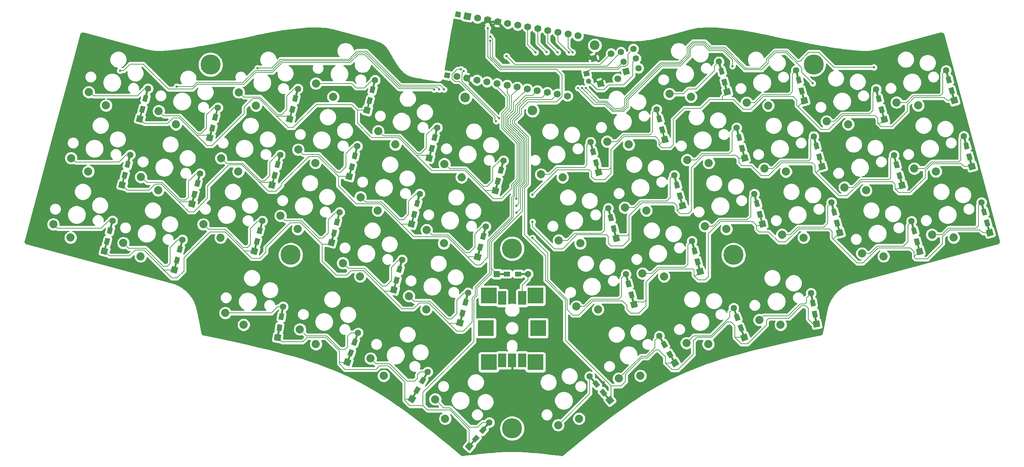
<source format=gtl>
G04 #@! TF.GenerationSoftware,KiCad,Pcbnew,(5.1.9)-1*
G04 #@! TF.CreationDate,2021-07-05T21:58:00+03:00*
G04 #@! TF.ProjectId,choctopus44,63686f63-746f-4707-9573-34342e6b6963,1.0 Prototype*
G04 #@! TF.SameCoordinates,Original*
G04 #@! TF.FileFunction,Copper,L1,Top*
G04 #@! TF.FilePolarity,Positive*
%FSLAX46Y46*%
G04 Gerber Fmt 4.6, Leading zero omitted, Abs format (unit mm)*
G04 Created by KiCad (PCBNEW (5.1.9)-1) date 2021-07-05 21:58:00*
%MOMM*%
%LPD*%
G01*
G04 APERTURE LIST*
G04 #@! TA.AperFunction,SMDPad,CuDef*
%ADD10R,4.000000X4.000000*%
G04 #@! TD*
G04 #@! TA.AperFunction,ComponentPad*
%ADD11R,2.000000X3.500000*%
G04 #@! TD*
G04 #@! TA.AperFunction,ComponentPad*
%ADD12R,4.000000X4.000000*%
G04 #@! TD*
G04 #@! TA.AperFunction,ComponentPad*
%ADD13C,2.032000*%
G04 #@! TD*
G04 #@! TA.AperFunction,ComponentPad*
%ADD14C,1.752600*%
G04 #@! TD*
G04 #@! TA.AperFunction,ComponentPad*
%ADD15C,0.100000*%
G04 #@! TD*
G04 #@! TA.AperFunction,SMDPad,CuDef*
%ADD16C,0.100000*%
G04 #@! TD*
G04 #@! TA.AperFunction,ComponentPad*
%ADD17C,1.600000*%
G04 #@! TD*
G04 #@! TA.AperFunction,SMDPad,CuDef*
%ADD18R,1.600000X1.200000*%
G04 #@! TD*
G04 #@! TA.AperFunction,ComponentPad*
%ADD19R,1.600000X1.600000*%
G04 #@! TD*
G04 #@! TA.AperFunction,SMDPad,CuDef*
%ADD20R,2.900000X0.500000*%
G04 #@! TD*
G04 #@! TA.AperFunction,WasherPad*
%ADD21C,5.000000*%
G04 #@! TD*
G04 #@! TA.AperFunction,ComponentPad*
%ADD22C,1.700000*%
G04 #@! TD*
G04 #@! TA.AperFunction,WasherPad*
%ADD23C,2.400000*%
G04 #@! TD*
G04 #@! TA.AperFunction,ViaPad*
%ADD24C,0.600000*%
G04 #@! TD*
G04 #@! TA.AperFunction,Conductor*
%ADD25C,0.200000*%
G04 #@! TD*
G04 #@! TA.AperFunction,Conductor*
%ADD26C,0.600000*%
G04 #@! TD*
G04 #@! TA.AperFunction,Conductor*
%ADD27C,0.254000*%
G04 #@! TD*
G04 #@! TA.AperFunction,Conductor*
%ADD28C,0.100000*%
G04 #@! TD*
G04 APERTURE END LIST*
D10*
X150460000Y-138000000D03*
X138860000Y-138000000D03*
X138860000Y-121400000D03*
X150460000Y-121400000D03*
D11*
X147160000Y-122000000D03*
X142160000Y-122000000D03*
D12*
X151160000Y-129500000D03*
X138160000Y-129500000D03*
D11*
X147160000Y-137500000D03*
X144660000Y-137500000D03*
X142160000Y-137500000D03*
D13*
X168326883Y-82996347D03*
X173700032Y-83730696D03*
X72229730Y-87145564D03*
X76515840Y-90468103D03*
X127805775Y-88584812D03*
X132091885Y-91907351D03*
X183816260Y-71103102D03*
X189189409Y-71837451D03*
X111335736Y-80408239D03*
X115621846Y-83730778D03*
X249176708Y-106198110D03*
X254549857Y-106932459D03*
X95846359Y-68514994D03*
X100132469Y-71837533D03*
X30485912Y-103610002D03*
X34772022Y-106932541D03*
X125522186Y-147250964D03*
X128002554Y-152073595D03*
X188070047Y-133228293D03*
X193486753Y-133491546D03*
X171212965Y-142060092D03*
X176593092Y-141378745D03*
X91853573Y-129808091D03*
X95833794Y-133491546D03*
X73290007Y-125724029D03*
X77849385Y-128660366D03*
X231747997Y-110874919D03*
X237121146Y-111609268D03*
X211845842Y-106211762D03*
X217218991Y-106946111D03*
X177115930Y-115875446D03*
X182489079Y-116609795D03*
X244762884Y-89710059D03*
X250136033Y-90444408D03*
X227377507Y-94423229D03*
X232750656Y-95157578D03*
X207432890Y-89733672D03*
X212806039Y-90468021D03*
X188219251Y-87582063D03*
X193592400Y-88316412D03*
X172717297Y-99446294D03*
X178090446Y-100180643D03*
X156268054Y-107631086D03*
X161641203Y-108365435D03*
X102546689Y-113287338D03*
X106832799Y-116609877D03*
X87024185Y-101481538D03*
X91310295Y-104804077D03*
X67816777Y-103623654D03*
X72102887Y-106946193D03*
X123394565Y-105042978D03*
X127680675Y-108365517D03*
X106945322Y-96858186D03*
X111231432Y-100180725D03*
X52285113Y-91835121D03*
X56571223Y-95157660D03*
X76630106Y-70696488D03*
X80916216Y-74019027D03*
X56716246Y-75378698D03*
X61002356Y-78701237D03*
X39300984Y-70662913D03*
X43587094Y-73985452D03*
X206185824Y-127460510D03*
X211474524Y-128660366D03*
X156138268Y-153678840D03*
X161318344Y-152073595D03*
X34899736Y-87121951D03*
X39185846Y-90444490D03*
X192633075Y-104070115D03*
X198006224Y-104804464D03*
X47914622Y-108286811D03*
X52200732Y-111609350D03*
X160670174Y-124100086D03*
X166043323Y-124834435D03*
X240361636Y-73251021D03*
X245734785Y-73985370D03*
X118992446Y-121511978D03*
X123278556Y-124834517D03*
X91443368Y-84993955D03*
X95729478Y-88316494D03*
X109441235Y-137060092D03*
X112721362Y-141378745D03*
X222946373Y-77966806D03*
X228319522Y-78701155D03*
X203032514Y-73284596D03*
X208405663Y-74018945D03*
X151856845Y-91172920D03*
X157229994Y-91907269D03*
D14*
X130919037Y-66778370D03*
X161080963Y-56621630D03*
X133420448Y-67219436D03*
X135921860Y-67660503D03*
X138423272Y-68101569D03*
X140924683Y-68542636D03*
X143426095Y-68983702D03*
X145927507Y-69424768D03*
X148428918Y-69865835D03*
X150930330Y-70306901D03*
X153431742Y-70747967D03*
X155933154Y-71189034D03*
X158434565Y-71630100D03*
X158579552Y-56180564D03*
X156078140Y-55739497D03*
X153576728Y-55298431D03*
X151075317Y-54857364D03*
X148573905Y-54416298D03*
X146072493Y-53975232D03*
X143571082Y-53534165D03*
X141069670Y-53093099D03*
X138568258Y-52652033D03*
X136066846Y-52210966D03*
G04 #@! TA.AperFunction,ComponentPad*
D15*
G36*
X132550280Y-52480719D02*
G01*
X132854616Y-50754745D01*
X134580590Y-51059081D01*
X134276254Y-52785055D01*
X132550280Y-52480719D01*
G37*
G04 #@! TD.AperFunction*
G04 #@! TA.AperFunction,SMDPad,CuDef*
D16*
G36*
X131970741Y-124859819D02*
G01*
X133129852Y-125170402D01*
X132715741Y-126715883D01*
X131556630Y-126405300D01*
X131970741Y-124859819D01*
G37*
G04 #@! TD.AperFunction*
G04 #@! TA.AperFunction,SMDPad,CuDef*
G36*
X132695435Y-122155227D02*
G01*
X133854546Y-122465810D01*
X133440435Y-124011291D01*
X132281324Y-123700708D01*
X132695435Y-122155227D01*
G37*
G04 #@! TD.AperFunction*
D17*
X133714982Y-120668444D03*
G04 #@! TA.AperFunction,ComponentPad*
D15*
G36*
X131130509Y-127222870D02*
G01*
X132675990Y-127636981D01*
X132261879Y-129182462D01*
X130716398Y-128768351D01*
X131130509Y-127222870D01*
G37*
G04 #@! TD.AperFunction*
G04 #@! TA.AperFunction,SMDPad,CuDef*
D16*
G36*
X133486442Y-120555443D02*
G01*
X133969405Y-120684852D01*
X133218830Y-123486037D01*
X132735867Y-123356628D01*
X133486442Y-120555443D01*
G37*
G04 #@! TD.AperFunction*
G04 #@! TA.AperFunction,SMDPad,CuDef*
G36*
X132192346Y-125385073D02*
G01*
X132675309Y-125514482D01*
X131924734Y-128315667D01*
X131441771Y-128186258D01*
X132192346Y-125385073D01*
G37*
G04 #@! TD.AperFunction*
G04 #@! TA.AperFunction,SMDPad,CuDef*
G36*
X181248736Y-79466581D02*
G01*
X182407847Y-79155998D01*
X182821958Y-80701479D01*
X181662847Y-81012062D01*
X181248736Y-79466581D01*
G37*
G04 #@! TD.AperFunction*
G04 #@! TA.AperFunction,SMDPad,CuDef*
G36*
X180524042Y-76761989D02*
G01*
X181683153Y-76451406D01*
X182097264Y-77996887D01*
X180938153Y-78307470D01*
X180524042Y-76761989D01*
G37*
G04 #@! TD.AperFunction*
D17*
X180663606Y-74964623D03*
G04 #@! TA.AperFunction,ComponentPad*
D15*
G36*
X181702598Y-81933160D02*
G01*
X183248079Y-81519049D01*
X183662190Y-83064530D01*
X182116709Y-83478641D01*
X181702598Y-81933160D01*
G37*
G04 #@! TD.AperFunction*
G04 #@! TA.AperFunction,SMDPad,CuDef*
D16*
G36*
X180409183Y-74981031D02*
G01*
X180892146Y-74851622D01*
X181642721Y-77652807D01*
X181159758Y-77782216D01*
X180409183Y-74981031D01*
G37*
G04 #@! TD.AperFunction*
G04 #@! TA.AperFunction,SMDPad,CuDef*
G36*
X181703279Y-79810661D02*
G01*
X182186242Y-79681252D01*
X182936817Y-82482437D01*
X182453854Y-82611846D01*
X181703279Y-79810661D01*
G37*
G04 #@! TD.AperFunction*
G04 #@! TA.AperFunction,SMDPad,CuDef*
G36*
X173595736Y-120574847D02*
G01*
X174754847Y-120264264D01*
X175168958Y-121809745D01*
X174009847Y-122120328D01*
X173595736Y-120574847D01*
G37*
G04 #@! TD.AperFunction*
G04 #@! TA.AperFunction,SMDPad,CuDef*
G36*
X172871042Y-117870255D02*
G01*
X174030153Y-117559672D01*
X174444264Y-119105153D01*
X173285153Y-119415736D01*
X172871042Y-117870255D01*
G37*
G04 #@! TD.AperFunction*
D17*
X173010606Y-116072889D03*
G04 #@! TA.AperFunction,ComponentPad*
D15*
G36*
X174049598Y-123041426D02*
G01*
X175595079Y-122627315D01*
X176009190Y-124172796D01*
X174463709Y-124586907D01*
X174049598Y-123041426D01*
G37*
G04 #@! TD.AperFunction*
G04 #@! TA.AperFunction,SMDPad,CuDef*
D16*
G36*
X172756183Y-116089297D02*
G01*
X173239146Y-115959888D01*
X173989721Y-118761073D01*
X173506758Y-118890482D01*
X172756183Y-116089297D01*
G37*
G04 #@! TD.AperFunction*
G04 #@! TA.AperFunction,SMDPad,CuDef*
G36*
X174050279Y-120918927D02*
G01*
X174533242Y-120789518D01*
X175283817Y-123590703D01*
X174800854Y-123720112D01*
X174050279Y-120918927D01*
G37*
G04 #@! TD.AperFunction*
G04 #@! TA.AperFunction,SMDPad,CuDef*
G36*
X185639150Y-95916528D02*
G01*
X186798261Y-95605945D01*
X187212372Y-97151426D01*
X186053261Y-97462009D01*
X185639150Y-95916528D01*
G37*
G04 #@! TD.AperFunction*
G04 #@! TA.AperFunction,SMDPad,CuDef*
G36*
X184914456Y-93211936D02*
G01*
X186073567Y-92901353D01*
X186487678Y-94446834D01*
X185328567Y-94757417D01*
X184914456Y-93211936D01*
G37*
G04 #@! TD.AperFunction*
D17*
X185054020Y-91414570D03*
G04 #@! TA.AperFunction,ComponentPad*
D15*
G36*
X186093012Y-98383107D02*
G01*
X187638493Y-97968996D01*
X188052604Y-99514477D01*
X186507123Y-99928588D01*
X186093012Y-98383107D01*
G37*
G04 #@! TD.AperFunction*
G04 #@! TA.AperFunction,SMDPad,CuDef*
D16*
G36*
X184799597Y-91430978D02*
G01*
X185282560Y-91301569D01*
X186033135Y-94102754D01*
X185550172Y-94232163D01*
X184799597Y-91430978D01*
G37*
G04 #@! TD.AperFunction*
G04 #@! TA.AperFunction,SMDPad,CuDef*
G36*
X186093693Y-96260608D02*
G01*
X186576656Y-96131199D01*
X187327231Y-98932384D01*
X186844268Y-99061793D01*
X186093693Y-96260608D01*
G37*
G04 #@! TD.AperFunction*
G04 #@! TA.AperFunction,SMDPad,CuDef*
G36*
X52279279Y-74010754D02*
G01*
X53438390Y-74321337D01*
X53024279Y-75866818D01*
X51865168Y-75556235D01*
X52279279Y-74010754D01*
G37*
G04 #@! TD.AperFunction*
G04 #@! TA.AperFunction,SMDPad,CuDef*
G36*
X53003973Y-71306162D02*
G01*
X54163084Y-71616745D01*
X53748973Y-73162226D01*
X52589862Y-72851643D01*
X53003973Y-71306162D01*
G37*
G04 #@! TD.AperFunction*
D17*
X54023520Y-69819379D03*
G04 #@! TA.AperFunction,ComponentPad*
D15*
G36*
X51439047Y-76373805D02*
G01*
X52984528Y-76787916D01*
X52570417Y-78333397D01*
X51024936Y-77919286D01*
X51439047Y-76373805D01*
G37*
G04 #@! TD.AperFunction*
G04 #@! TA.AperFunction,SMDPad,CuDef*
D16*
G36*
X53794980Y-69706378D02*
G01*
X54277943Y-69835787D01*
X53527368Y-72636972D01*
X53044405Y-72507563D01*
X53794980Y-69706378D01*
G37*
G04 #@! TD.AperFunction*
G04 #@! TA.AperFunction,SMDPad,CuDef*
G36*
X52500884Y-74536008D02*
G01*
X52983847Y-74665417D01*
X52233272Y-77466602D01*
X51750309Y-77337193D01*
X52500884Y-74536008D01*
G37*
G04 #@! TD.AperFunction*
G04 #@! TA.AperFunction,SMDPad,CuDef*
G36*
X69694541Y-78726539D02*
G01*
X70853652Y-79037122D01*
X70439541Y-80582603D01*
X69280430Y-80272020D01*
X69694541Y-78726539D01*
G37*
G04 #@! TD.AperFunction*
G04 #@! TA.AperFunction,SMDPad,CuDef*
G36*
X70419235Y-76021947D02*
G01*
X71578346Y-76332530D01*
X71164235Y-77878011D01*
X70005124Y-77567428D01*
X70419235Y-76021947D01*
G37*
G04 #@! TD.AperFunction*
D17*
X71438782Y-74535164D03*
G04 #@! TA.AperFunction,ComponentPad*
D15*
G36*
X68854309Y-81089590D02*
G01*
X70399790Y-81503701D01*
X69985679Y-83049182D01*
X68440198Y-82635071D01*
X68854309Y-81089590D01*
G37*
G04 #@! TD.AperFunction*
G04 #@! TA.AperFunction,SMDPad,CuDef*
D16*
G36*
X71210242Y-74422163D02*
G01*
X71693205Y-74551572D01*
X70942630Y-77352757D01*
X70459667Y-77223348D01*
X71210242Y-74422163D01*
G37*
G04 #@! TD.AperFunction*
G04 #@! TA.AperFunction,SMDPad,CuDef*
G36*
X69916146Y-79251793D02*
G01*
X70399109Y-79381202D01*
X69648534Y-82182387D01*
X69165571Y-82052978D01*
X69916146Y-79251793D01*
G37*
G04 #@! TD.AperFunction*
G04 #@! TA.AperFunction,SMDPad,CuDef*
G36*
X89608401Y-74044329D02*
G01*
X90767512Y-74354912D01*
X90353401Y-75900393D01*
X89194290Y-75589810D01*
X89608401Y-74044329D01*
G37*
G04 #@! TD.AperFunction*
G04 #@! TA.AperFunction,SMDPad,CuDef*
G36*
X90333095Y-71339737D02*
G01*
X91492206Y-71650320D01*
X91078095Y-73195801D01*
X89918984Y-72885218D01*
X90333095Y-71339737D01*
G37*
G04 #@! TD.AperFunction*
D17*
X91352642Y-69852954D03*
G04 #@! TA.AperFunction,ComponentPad*
D15*
G36*
X88768169Y-76407380D02*
G01*
X90313650Y-76821491D01*
X89899539Y-78366972D01*
X88354058Y-77952861D01*
X88768169Y-76407380D01*
G37*
G04 #@! TD.AperFunction*
G04 #@! TA.AperFunction,SMDPad,CuDef*
D16*
G36*
X91124102Y-69739953D02*
G01*
X91607065Y-69869362D01*
X90856490Y-72670547D01*
X90373527Y-72541138D01*
X91124102Y-69739953D01*
G37*
G04 #@! TD.AperFunction*
G04 #@! TA.AperFunction,SMDPad,CuDef*
G36*
X89830006Y-74569583D02*
G01*
X90312969Y-74698992D01*
X89562394Y-77500177D01*
X89079431Y-77370768D01*
X89830006Y-74569583D01*
G37*
G04 #@! TD.AperFunction*
G04 #@! TA.AperFunction,SMDPad,CuDef*
G36*
X108824654Y-71862835D02*
G01*
X109983765Y-72173418D01*
X109569654Y-73718899D01*
X108410543Y-73408316D01*
X108824654Y-71862835D01*
G37*
G04 #@! TD.AperFunction*
G04 #@! TA.AperFunction,SMDPad,CuDef*
G36*
X109549348Y-69158243D02*
G01*
X110708459Y-69468826D01*
X110294348Y-71014307D01*
X109135237Y-70703724D01*
X109549348Y-69158243D01*
G37*
G04 #@! TD.AperFunction*
D17*
X110568895Y-67671460D03*
G04 #@! TA.AperFunction,ComponentPad*
D15*
G36*
X107984422Y-74225886D02*
G01*
X109529903Y-74639997D01*
X109115792Y-76185478D01*
X107570311Y-75771367D01*
X107984422Y-74225886D01*
G37*
G04 #@! TD.AperFunction*
G04 #@! TA.AperFunction,SMDPad,CuDef*
D16*
G36*
X110340355Y-67558459D02*
G01*
X110823318Y-67687868D01*
X110072743Y-70489053D01*
X109589780Y-70359644D01*
X110340355Y-67558459D01*
G37*
G04 #@! TD.AperFunction*
G04 #@! TA.AperFunction,SMDPad,CuDef*
G36*
X109046259Y-72388089D02*
G01*
X109529222Y-72517498D01*
X108778647Y-75318683D01*
X108295684Y-75189274D01*
X109046259Y-72388089D01*
G37*
G04 #@! TD.AperFunction*
G04 #@! TA.AperFunction,SMDPad,CuDef*
G36*
X124314031Y-83756080D02*
G01*
X125473142Y-84066663D01*
X125059031Y-85612144D01*
X123899920Y-85301561D01*
X124314031Y-83756080D01*
G37*
G04 #@! TD.AperFunction*
G04 #@! TA.AperFunction,SMDPad,CuDef*
G36*
X125038725Y-81051488D02*
G01*
X126197836Y-81362071D01*
X125783725Y-82907552D01*
X124624614Y-82596969D01*
X125038725Y-81051488D01*
G37*
G04 #@! TD.AperFunction*
D17*
X126058272Y-79564705D03*
G04 #@! TA.AperFunction,ComponentPad*
D15*
G36*
X123473799Y-86119131D02*
G01*
X125019280Y-86533242D01*
X124605169Y-88078723D01*
X123059688Y-87664612D01*
X123473799Y-86119131D01*
G37*
G04 #@! TD.AperFunction*
G04 #@! TA.AperFunction,SMDPad,CuDef*
D16*
G36*
X125829732Y-79451704D02*
G01*
X126312695Y-79581113D01*
X125562120Y-82382298D01*
X125079157Y-82252889D01*
X125829732Y-79451704D01*
G37*
G04 #@! TD.AperFunction*
G04 #@! TA.AperFunction,SMDPad,CuDef*
G36*
X124535636Y-84281334D02*
G01*
X125018599Y-84410743D01*
X124268024Y-87211928D01*
X123785061Y-87082519D01*
X124535636Y-84281334D01*
G37*
G04 #@! TD.AperFunction*
G04 #@! TA.AperFunction,SMDPad,CuDef*
G36*
X140784070Y-91932653D02*
G01*
X141943181Y-92243236D01*
X141529070Y-93788717D01*
X140369959Y-93478134D01*
X140784070Y-91932653D01*
G37*
G04 #@! TD.AperFunction*
G04 #@! TA.AperFunction,SMDPad,CuDef*
G36*
X141508764Y-89228061D02*
G01*
X142667875Y-89538644D01*
X142253764Y-91084125D01*
X141094653Y-90773542D01*
X141508764Y-89228061D01*
G37*
G04 #@! TD.AperFunction*
D17*
X142528311Y-87741278D03*
G04 #@! TA.AperFunction,ComponentPad*
D15*
G36*
X139943838Y-94295704D02*
G01*
X141489319Y-94709815D01*
X141075208Y-96255296D01*
X139529727Y-95841185D01*
X139943838Y-94295704D01*
G37*
G04 #@! TD.AperFunction*
G04 #@! TA.AperFunction,SMDPad,CuDef*
D16*
G36*
X142299771Y-87628277D02*
G01*
X142782734Y-87757686D01*
X142032159Y-90558871D01*
X141549196Y-90429462D01*
X142299771Y-87628277D01*
G37*
G04 #@! TD.AperFunction*
G04 #@! TA.AperFunction,SMDPad,CuDef*
G36*
X141005675Y-92457907D02*
G01*
X141488638Y-92587316D01*
X140738063Y-95388501D01*
X140255100Y-95259092D01*
X141005675Y-92457907D01*
G37*
G04 #@! TD.AperFunction*
G04 #@! TA.AperFunction,SMDPad,CuDef*
G36*
X47878031Y-90469792D02*
G01*
X49037142Y-90780375D01*
X48623031Y-92325856D01*
X47463920Y-92015273D01*
X47878031Y-90469792D01*
G37*
G04 #@! TD.AperFunction*
G04 #@! TA.AperFunction,SMDPad,CuDef*
G36*
X48602725Y-87765200D02*
G01*
X49761836Y-88075783D01*
X49347725Y-89621264D01*
X48188614Y-89310681D01*
X48602725Y-87765200D01*
G37*
G04 #@! TD.AperFunction*
D17*
X49622272Y-86278417D03*
G04 #@! TA.AperFunction,ComponentPad*
D15*
G36*
X47037799Y-92832843D02*
G01*
X48583280Y-93246954D01*
X48169169Y-94792435D01*
X46623688Y-94378324D01*
X47037799Y-92832843D01*
G37*
G04 #@! TD.AperFunction*
G04 #@! TA.AperFunction,SMDPad,CuDef*
D16*
G36*
X49393732Y-86165416D02*
G01*
X49876695Y-86294825D01*
X49126120Y-89096010D01*
X48643157Y-88966601D01*
X49393732Y-86165416D01*
G37*
G04 #@! TD.AperFunction*
G04 #@! TA.AperFunction,SMDPad,CuDef*
G36*
X48099636Y-90995046D02*
G01*
X48582599Y-91124455D01*
X47832024Y-93925640D01*
X47349061Y-93796231D01*
X48099636Y-90995046D01*
G37*
G04 #@! TD.AperFunction*
G04 #@! TA.AperFunction,SMDPad,CuDef*
G36*
X65263408Y-95182962D02*
G01*
X66422519Y-95493545D01*
X66008408Y-97039026D01*
X64849297Y-96728443D01*
X65263408Y-95182962D01*
G37*
G04 #@! TD.AperFunction*
G04 #@! TA.AperFunction,SMDPad,CuDef*
G36*
X65988102Y-92478370D02*
G01*
X67147213Y-92788953D01*
X66733102Y-94334434D01*
X65573991Y-94023851D01*
X65988102Y-92478370D01*
G37*
G04 #@! TD.AperFunction*
D17*
X67007649Y-90991587D03*
G04 #@! TA.AperFunction,ComponentPad*
D15*
G36*
X64423176Y-97546013D02*
G01*
X65968657Y-97960124D01*
X65554546Y-99505605D01*
X64009065Y-99091494D01*
X64423176Y-97546013D01*
G37*
G04 #@! TD.AperFunction*
G04 #@! TA.AperFunction,SMDPad,CuDef*
D16*
G36*
X66779109Y-90878586D02*
G01*
X67262072Y-91007995D01*
X66511497Y-93809180D01*
X66028534Y-93679771D01*
X66779109Y-90878586D01*
G37*
G04 #@! TD.AperFunction*
G04 #@! TA.AperFunction,SMDPad,CuDef*
G36*
X65485013Y-95708216D02*
G01*
X65967976Y-95837625D01*
X65217401Y-98638810D01*
X64734438Y-98509401D01*
X65485013Y-95708216D01*
G37*
G04 #@! TD.AperFunction*
G04 #@! TA.AperFunction,SMDPad,CuDef*
G36*
X85208025Y-90493405D02*
G01*
X86367136Y-90803988D01*
X85953025Y-92349469D01*
X84793914Y-92038886D01*
X85208025Y-90493405D01*
G37*
G04 #@! TD.AperFunction*
G04 #@! TA.AperFunction,SMDPad,CuDef*
G36*
X85932719Y-87788813D02*
G01*
X87091830Y-88099396D01*
X86677719Y-89644877D01*
X85518608Y-89334294D01*
X85932719Y-87788813D01*
G37*
G04 #@! TD.AperFunction*
D17*
X86952266Y-86302030D03*
G04 #@! TA.AperFunction,ComponentPad*
D15*
G36*
X84367793Y-92856456D02*
G01*
X85913274Y-93270567D01*
X85499163Y-94816048D01*
X83953682Y-94401937D01*
X84367793Y-92856456D01*
G37*
G04 #@! TD.AperFunction*
G04 #@! TA.AperFunction,SMDPad,CuDef*
D16*
G36*
X86723726Y-86189029D02*
G01*
X87206689Y-86318438D01*
X86456114Y-89119623D01*
X85973151Y-88990214D01*
X86723726Y-86189029D01*
G37*
G04 #@! TD.AperFunction*
G04 #@! TA.AperFunction,SMDPad,CuDef*
G36*
X85429630Y-91018659D02*
G01*
X85912593Y-91148068D01*
X85162018Y-93949253D01*
X84679055Y-93819844D01*
X85429630Y-91018659D01*
G37*
G04 #@! TD.AperFunction*
G04 #@! TA.AperFunction,SMDPad,CuDef*
G36*
X104421663Y-88341796D02*
G01*
X105580774Y-88652379D01*
X105166663Y-90197860D01*
X104007552Y-89887277D01*
X104421663Y-88341796D01*
G37*
G04 #@! TD.AperFunction*
G04 #@! TA.AperFunction,SMDPad,CuDef*
G36*
X105146357Y-85637204D02*
G01*
X106305468Y-85947787D01*
X105891357Y-87493268D01*
X104732246Y-87182685D01*
X105146357Y-85637204D01*
G37*
G04 #@! TD.AperFunction*
D17*
X106165904Y-84150421D03*
G04 #@! TA.AperFunction,ComponentPad*
D15*
G36*
X103581431Y-90704847D02*
G01*
X105126912Y-91118958D01*
X104712801Y-92664439D01*
X103167320Y-92250328D01*
X103581431Y-90704847D01*
G37*
G04 #@! TD.AperFunction*
G04 #@! TA.AperFunction,SMDPad,CuDef*
D16*
G36*
X105937364Y-84037420D02*
G01*
X106420327Y-84166829D01*
X105669752Y-86968014D01*
X105186789Y-86838605D01*
X105937364Y-84037420D01*
G37*
G04 #@! TD.AperFunction*
G04 #@! TA.AperFunction,SMDPad,CuDef*
G36*
X104643268Y-88867050D02*
G01*
X105126231Y-88996459D01*
X104375656Y-91797644D01*
X103892693Y-91668235D01*
X104643268Y-88867050D01*
G37*
G04 #@! TD.AperFunction*
G04 #@! TA.AperFunction,SMDPad,CuDef*
G36*
X119923617Y-100206027D02*
G01*
X121082728Y-100516610D01*
X120668617Y-102062091D01*
X119509506Y-101751508D01*
X119923617Y-100206027D01*
G37*
G04 #@! TD.AperFunction*
G04 #@! TA.AperFunction,SMDPad,CuDef*
G36*
X120648311Y-97501435D02*
G01*
X121807422Y-97812018D01*
X121393311Y-99357499D01*
X120234200Y-99046916D01*
X120648311Y-97501435D01*
G37*
G04 #@! TD.AperFunction*
D17*
X121667858Y-96014652D03*
G04 #@! TA.AperFunction,ComponentPad*
D15*
G36*
X119083385Y-102569078D02*
G01*
X120628866Y-102983189D01*
X120214755Y-104528670D01*
X118669274Y-104114559D01*
X119083385Y-102569078D01*
G37*
G04 #@! TD.AperFunction*
G04 #@! TA.AperFunction,SMDPad,CuDef*
D16*
G36*
X121439318Y-95901651D02*
G01*
X121922281Y-96031060D01*
X121171706Y-98832245D01*
X120688743Y-98702836D01*
X121439318Y-95901651D01*
G37*
G04 #@! TD.AperFunction*
G04 #@! TA.AperFunction,SMDPad,CuDef*
G36*
X120145222Y-100731281D02*
G01*
X120628185Y-100860690D01*
X119877610Y-103661875D01*
X119394647Y-103532466D01*
X120145222Y-100731281D01*
G37*
G04 #@! TD.AperFunction*
G04 #@! TA.AperFunction,SMDPad,CuDef*
G36*
X136372860Y-108390819D02*
G01*
X137531971Y-108701402D01*
X137117860Y-110246883D01*
X135958749Y-109936300D01*
X136372860Y-108390819D01*
G37*
G04 #@! TD.AperFunction*
G04 #@! TA.AperFunction,SMDPad,CuDef*
G36*
X137097554Y-105686227D02*
G01*
X138256665Y-105996810D01*
X137842554Y-107542291D01*
X136683443Y-107231708D01*
X137097554Y-105686227D01*
G37*
G04 #@! TD.AperFunction*
D17*
X138117101Y-104199444D03*
G04 #@! TA.AperFunction,ComponentPad*
D15*
G36*
X135532628Y-110753870D02*
G01*
X137078109Y-111167981D01*
X136663998Y-112713462D01*
X135118517Y-112299351D01*
X135532628Y-110753870D01*
G37*
G04 #@! TD.AperFunction*
G04 #@! TA.AperFunction,SMDPad,CuDef*
D16*
G36*
X137888561Y-104086443D02*
G01*
X138371524Y-104215852D01*
X137620949Y-107017037D01*
X137137986Y-106887628D01*
X137888561Y-104086443D01*
G37*
G04 #@! TD.AperFunction*
G04 #@! TA.AperFunction,SMDPad,CuDef*
G36*
X136594465Y-108916073D02*
G01*
X137077428Y-109045482D01*
X136326853Y-111846667D01*
X135843890Y-111717258D01*
X136594465Y-108916073D01*
G37*
G04 #@! TD.AperFunction*
G04 #@! TA.AperFunction,SMDPad,CuDef*
G36*
X43464207Y-106957843D02*
G01*
X44623318Y-107268426D01*
X44209207Y-108813907D01*
X43050096Y-108503324D01*
X43464207Y-106957843D01*
G37*
G04 #@! TD.AperFunction*
G04 #@! TA.AperFunction,SMDPad,CuDef*
G36*
X44188901Y-104253251D02*
G01*
X45348012Y-104563834D01*
X44933901Y-106109315D01*
X43774790Y-105798732D01*
X44188901Y-104253251D01*
G37*
G04 #@! TD.AperFunction*
D17*
X45208448Y-102766468D03*
G04 #@! TA.AperFunction,ComponentPad*
D15*
G36*
X42623975Y-109320894D02*
G01*
X44169456Y-109735005D01*
X43755345Y-111280486D01*
X42209864Y-110866375D01*
X42623975Y-109320894D01*
G37*
G04 #@! TD.AperFunction*
G04 #@! TA.AperFunction,SMDPad,CuDef*
D16*
G36*
X44979908Y-102653467D02*
G01*
X45462871Y-102782876D01*
X44712296Y-105584061D01*
X44229333Y-105454652D01*
X44979908Y-102653467D01*
G37*
G04 #@! TD.AperFunction*
G04 #@! TA.AperFunction,SMDPad,CuDef*
G36*
X43685812Y-107483097D02*
G01*
X44168775Y-107612506D01*
X43418200Y-110413691D01*
X42935237Y-110284282D01*
X43685812Y-107483097D01*
G37*
G04 #@! TD.AperFunction*
G04 #@! TA.AperFunction,SMDPad,CuDef*
G36*
X60892917Y-111634652D02*
G01*
X62052028Y-111945235D01*
X61637917Y-113490716D01*
X60478806Y-113180133D01*
X60892917Y-111634652D01*
G37*
G04 #@! TD.AperFunction*
G04 #@! TA.AperFunction,SMDPad,CuDef*
G36*
X61617611Y-108930060D02*
G01*
X62776722Y-109240643D01*
X62362611Y-110786124D01*
X61203500Y-110475541D01*
X61617611Y-108930060D01*
G37*
G04 #@! TD.AperFunction*
D17*
X62637158Y-107443277D03*
G04 #@! TA.AperFunction,ComponentPad*
D15*
G36*
X60052685Y-113997703D02*
G01*
X61598166Y-114411814D01*
X61184055Y-115957295D01*
X59638574Y-115543184D01*
X60052685Y-113997703D01*
G37*
G04 #@! TD.AperFunction*
G04 #@! TA.AperFunction,SMDPad,CuDef*
D16*
G36*
X62408618Y-107330276D02*
G01*
X62891581Y-107459685D01*
X62141006Y-110260870D01*
X61658043Y-110131461D01*
X62408618Y-107330276D01*
G37*
G04 #@! TD.AperFunction*
G04 #@! TA.AperFunction,SMDPad,CuDef*
G36*
X61114522Y-112159906D02*
G01*
X61597485Y-112289315D01*
X60846910Y-115090500D01*
X60363947Y-114961091D01*
X61114522Y-112159906D01*
G37*
G04 #@! TD.AperFunction*
G04 #@! TA.AperFunction,SMDPad,CuDef*
G36*
X80795072Y-106971495D02*
G01*
X81954183Y-107282078D01*
X81540072Y-108827559D01*
X80380961Y-108516976D01*
X80795072Y-106971495D01*
G37*
G04 #@! TD.AperFunction*
G04 #@! TA.AperFunction,SMDPad,CuDef*
G36*
X81519766Y-104266903D02*
G01*
X82678877Y-104577486D01*
X82264766Y-106122967D01*
X81105655Y-105812384D01*
X81519766Y-104266903D01*
G37*
G04 #@! TD.AperFunction*
D17*
X82539313Y-102780120D03*
G04 #@! TA.AperFunction,ComponentPad*
D15*
G36*
X79954840Y-109334546D02*
G01*
X81500321Y-109748657D01*
X81086210Y-111294138D01*
X79540729Y-110880027D01*
X79954840Y-109334546D01*
G37*
G04 #@! TD.AperFunction*
G04 #@! TA.AperFunction,SMDPad,CuDef*
D16*
G36*
X82310773Y-102667119D02*
G01*
X82793736Y-102796528D01*
X82043161Y-105597713D01*
X81560198Y-105468304D01*
X82310773Y-102667119D01*
G37*
G04 #@! TD.AperFunction*
G04 #@! TA.AperFunction,SMDPad,CuDef*
G36*
X81016677Y-107496749D02*
G01*
X81499640Y-107626158D01*
X80749065Y-110427343D01*
X80266102Y-110297934D01*
X81016677Y-107496749D01*
G37*
G04 #@! TD.AperFunction*
G04 #@! TA.AperFunction,SMDPad,CuDef*
G36*
X100002480Y-104829379D02*
G01*
X101161591Y-105139962D01*
X100747480Y-106685443D01*
X99588369Y-106374860D01*
X100002480Y-104829379D01*
G37*
G04 #@! TD.AperFunction*
G04 #@! TA.AperFunction,SMDPad,CuDef*
G36*
X100727174Y-102124787D02*
G01*
X101886285Y-102435370D01*
X101472174Y-103980851D01*
X100313063Y-103670268D01*
X100727174Y-102124787D01*
G37*
G04 #@! TD.AperFunction*
D17*
X101746721Y-100638004D03*
G04 #@! TA.AperFunction,ComponentPad*
D15*
G36*
X99162248Y-107192430D02*
G01*
X100707729Y-107606541D01*
X100293618Y-109152022D01*
X98748137Y-108737911D01*
X99162248Y-107192430D01*
G37*
G04 #@! TD.AperFunction*
G04 #@! TA.AperFunction,SMDPad,CuDef*
D16*
G36*
X101518181Y-100525003D02*
G01*
X102001144Y-100654412D01*
X101250569Y-103455597D01*
X100767606Y-103326188D01*
X101518181Y-100525003D01*
G37*
G04 #@! TD.AperFunction*
G04 #@! TA.AperFunction,SMDPad,CuDef*
G36*
X100224085Y-105354633D02*
G01*
X100707048Y-105484042D01*
X99956473Y-108285227D01*
X99473510Y-108155818D01*
X100224085Y-105354633D01*
G37*
G04 #@! TD.AperFunction*
G04 #@! TA.AperFunction,SMDPad,CuDef*
G36*
X115524984Y-116635179D02*
G01*
X116684095Y-116945762D01*
X116269984Y-118491243D01*
X115110873Y-118180660D01*
X115524984Y-116635179D01*
G37*
G04 #@! TD.AperFunction*
G04 #@! TA.AperFunction,SMDPad,CuDef*
G36*
X116249678Y-113930587D02*
G01*
X117408789Y-114241170D01*
X116994678Y-115786651D01*
X115835567Y-115476068D01*
X116249678Y-113930587D01*
G37*
G04 #@! TD.AperFunction*
D17*
X117269225Y-112443804D03*
G04 #@! TA.AperFunction,ComponentPad*
D15*
G36*
X114684752Y-118998230D02*
G01*
X116230233Y-119412341D01*
X115816122Y-120957822D01*
X114270641Y-120543711D01*
X114684752Y-118998230D01*
G37*
G04 #@! TD.AperFunction*
G04 #@! TA.AperFunction,SMDPad,CuDef*
D16*
G36*
X117040685Y-112330803D02*
G01*
X117523648Y-112460212D01*
X116773073Y-115261397D01*
X116290110Y-115131988D01*
X117040685Y-112330803D01*
G37*
G04 #@! TD.AperFunction*
G04 #@! TA.AperFunction,SMDPad,CuDef*
G36*
X115746589Y-117160433D02*
G01*
X116229552Y-117289842D01*
X115478977Y-120091027D01*
X114996014Y-119961618D01*
X115746589Y-117160433D01*
G37*
G04 #@! TD.AperFunction*
G04 #@! TA.AperFunction,SMDPad,CuDef*
G36*
X164778698Y-87643154D02*
G01*
X165937809Y-87332571D01*
X166351920Y-88878052D01*
X165192809Y-89188635D01*
X164778698Y-87643154D01*
G37*
G04 #@! TD.AperFunction*
G04 #@! TA.AperFunction,SMDPad,CuDef*
G36*
X164054004Y-84938562D02*
G01*
X165213115Y-84627979D01*
X165627226Y-86173460D01*
X164468115Y-86484043D01*
X164054004Y-84938562D01*
G37*
G04 #@! TD.AperFunction*
D17*
X164193568Y-83141196D03*
G04 #@! TA.AperFunction,ComponentPad*
D15*
G36*
X165232560Y-90109733D02*
G01*
X166778041Y-89695622D01*
X167192152Y-91241103D01*
X165646671Y-91655214D01*
X165232560Y-90109733D01*
G37*
G04 #@! TD.AperFunction*
G04 #@! TA.AperFunction,SMDPad,CuDef*
D16*
G36*
X163939145Y-83157604D02*
G01*
X164422108Y-83028195D01*
X165172683Y-85829380D01*
X164689720Y-85958789D01*
X163939145Y-83157604D01*
G37*
G04 #@! TD.AperFunction*
G04 #@! TA.AperFunction,SMDPad,CuDef*
G36*
X165233241Y-87987234D02*
G01*
X165716204Y-87857825D01*
X166466779Y-90659010D01*
X165983816Y-90788419D01*
X165233241Y-87987234D01*
G37*
G04 #@! TD.AperFunction*
G04 #@! TA.AperFunction,SMDPad,CuDef*
G36*
X196738113Y-67573336D02*
G01*
X197897224Y-67262753D01*
X198311335Y-68808234D01*
X197152224Y-69118817D01*
X196738113Y-67573336D01*
G37*
G04 #@! TD.AperFunction*
G04 #@! TA.AperFunction,SMDPad,CuDef*
G36*
X196013419Y-64868744D02*
G01*
X197172530Y-64558161D01*
X197586641Y-66103642D01*
X196427530Y-66414225D01*
X196013419Y-64868744D01*
G37*
G04 #@! TD.AperFunction*
D17*
X196152983Y-63071378D03*
G04 #@! TA.AperFunction,ComponentPad*
D15*
G36*
X197191975Y-70039915D02*
G01*
X198737456Y-69625804D01*
X199151567Y-71171285D01*
X197606086Y-71585396D01*
X197191975Y-70039915D01*
G37*
G04 #@! TD.AperFunction*
G04 #@! TA.AperFunction,SMDPad,CuDef*
D16*
G36*
X195898560Y-63087786D02*
G01*
X196381523Y-62958377D01*
X197132098Y-65759562D01*
X196649135Y-65888971D01*
X195898560Y-63087786D01*
G37*
G04 #@! TD.AperFunction*
G04 #@! TA.AperFunction,SMDPad,CuDef*
G36*
X197192656Y-67917416D02*
G01*
X197675619Y-67788007D01*
X198426194Y-70589192D01*
X197943231Y-70718601D01*
X197192656Y-67917416D01*
G37*
G04 #@! TD.AperFunction*
G04 #@! TA.AperFunction,SMDPad,CuDef*
G36*
X215954367Y-69754830D02*
G01*
X217113478Y-69444247D01*
X217527589Y-70989728D01*
X216368478Y-71300311D01*
X215954367Y-69754830D01*
G37*
G04 #@! TD.AperFunction*
G04 #@! TA.AperFunction,SMDPad,CuDef*
G36*
X215229673Y-67050238D02*
G01*
X216388784Y-66739655D01*
X216802895Y-68285136D01*
X215643784Y-68595719D01*
X215229673Y-67050238D01*
G37*
G04 #@! TD.AperFunction*
D17*
X215369237Y-65252872D03*
G04 #@! TA.AperFunction,ComponentPad*
D15*
G36*
X216408229Y-72221409D02*
G01*
X217953710Y-71807298D01*
X218367821Y-73352779D01*
X216822340Y-73766890D01*
X216408229Y-72221409D01*
G37*
G04 #@! TD.AperFunction*
G04 #@! TA.AperFunction,SMDPad,CuDef*
D16*
G36*
X215114814Y-65269280D02*
G01*
X215597777Y-65139871D01*
X216348352Y-67941056D01*
X215865389Y-68070465D01*
X215114814Y-65269280D01*
G37*
G04 #@! TD.AperFunction*
G04 #@! TA.AperFunction,SMDPad,CuDef*
G36*
X216408910Y-70098910D02*
G01*
X216891873Y-69969501D01*
X217642448Y-72770686D01*
X217159485Y-72900095D01*
X216408910Y-70098910D01*
G37*
G04 #@! TD.AperFunction*
G04 #@! TA.AperFunction,SMDPad,CuDef*
G36*
X235868226Y-74437040D02*
G01*
X237027337Y-74126457D01*
X237441448Y-75671938D01*
X236282337Y-75982521D01*
X235868226Y-74437040D01*
G37*
G04 #@! TD.AperFunction*
G04 #@! TA.AperFunction,SMDPad,CuDef*
G36*
X235143532Y-71732448D02*
G01*
X236302643Y-71421865D01*
X236716754Y-72967346D01*
X235557643Y-73277929D01*
X235143532Y-71732448D01*
G37*
G04 #@! TD.AperFunction*
D17*
X235283096Y-69935082D03*
G04 #@! TA.AperFunction,ComponentPad*
D15*
G36*
X236322088Y-76903619D02*
G01*
X237867569Y-76489508D01*
X238281680Y-78034989D01*
X236736199Y-78449100D01*
X236322088Y-76903619D01*
G37*
G04 #@! TD.AperFunction*
G04 #@! TA.AperFunction,SMDPad,CuDef*
D16*
G36*
X235028673Y-69951490D02*
G01*
X235511636Y-69822081D01*
X236262211Y-72623266D01*
X235779248Y-72752675D01*
X235028673Y-69951490D01*
G37*
G04 #@! TD.AperFunction*
G04 #@! TA.AperFunction,SMDPad,CuDef*
G36*
X236322769Y-74781120D02*
G01*
X236805732Y-74651711D01*
X237556307Y-77452896D01*
X237073344Y-77582305D01*
X236322769Y-74781120D01*
G37*
G04 #@! TD.AperFunction*
G04 #@! TA.AperFunction,SMDPad,CuDef*
G36*
X253283489Y-69721255D02*
G01*
X254442600Y-69410672D01*
X254856711Y-70956153D01*
X253697600Y-71266736D01*
X253283489Y-69721255D01*
G37*
G04 #@! TD.AperFunction*
G04 #@! TA.AperFunction,SMDPad,CuDef*
G36*
X252558795Y-67016663D02*
G01*
X253717906Y-66706080D01*
X254132017Y-68251561D01*
X252972906Y-68562144D01*
X252558795Y-67016663D01*
G37*
G04 #@! TD.AperFunction*
D17*
X252698359Y-65219297D03*
G04 #@! TA.AperFunction,ComponentPad*
D15*
G36*
X253737351Y-72187834D02*
G01*
X255282832Y-71773723D01*
X255696943Y-73319204D01*
X254151462Y-73733315D01*
X253737351Y-72187834D01*
G37*
G04 #@! TD.AperFunction*
G04 #@! TA.AperFunction,SMDPad,CuDef*
D16*
G36*
X252443936Y-65235705D02*
G01*
X252926899Y-65106296D01*
X253677474Y-67907481D01*
X253194511Y-68036890D01*
X252443936Y-65235705D01*
G37*
G04 #@! TD.AperFunction*
G04 #@! TA.AperFunction,SMDPad,CuDef*
G36*
X253738032Y-70065335D02*
G01*
X254220995Y-69935926D01*
X254971570Y-72737111D01*
X254488607Y-72866520D01*
X253738032Y-70065335D01*
G37*
G04 #@! TD.AperFunction*
G04 #@! TA.AperFunction,SMDPad,CuDef*
G36*
X169189907Y-104101320D02*
G01*
X170349018Y-103790737D01*
X170763129Y-105336218D01*
X169604018Y-105646801D01*
X169189907Y-104101320D01*
G37*
G04 #@! TD.AperFunction*
G04 #@! TA.AperFunction,SMDPad,CuDef*
G36*
X168465213Y-101396728D02*
G01*
X169624324Y-101086145D01*
X170038435Y-102631626D01*
X168879324Y-102942209D01*
X168465213Y-101396728D01*
G37*
G04 #@! TD.AperFunction*
D17*
X168604777Y-99599362D03*
G04 #@! TA.AperFunction,ComponentPad*
D15*
G36*
X169643769Y-106567899D02*
G01*
X171189250Y-106153788D01*
X171603361Y-107699269D01*
X170057880Y-108113380D01*
X169643769Y-106567899D01*
G37*
G04 #@! TD.AperFunction*
G04 #@! TA.AperFunction,SMDPad,CuDef*
D16*
G36*
X168350354Y-99615770D02*
G01*
X168833317Y-99486361D01*
X169583892Y-102287546D01*
X169100929Y-102416955D01*
X168350354Y-99615770D01*
G37*
G04 #@! TD.AperFunction*
G04 #@! TA.AperFunction,SMDPad,CuDef*
G36*
X169644450Y-104445400D02*
G01*
X170127413Y-104315991D01*
X170877988Y-107117176D01*
X170395025Y-107246585D01*
X169644450Y-104445400D01*
G37*
G04 #@! TD.AperFunction*
G04 #@! TA.AperFunction,SMDPad,CuDef*
G36*
X201141104Y-84052297D02*
G01*
X202300215Y-83741714D01*
X202714326Y-85287195D01*
X201555215Y-85597778D01*
X201141104Y-84052297D01*
G37*
G04 #@! TD.AperFunction*
G04 #@! TA.AperFunction,SMDPad,CuDef*
G36*
X200416410Y-81347705D02*
G01*
X201575521Y-81037122D01*
X201989632Y-82582603D01*
X200830521Y-82893186D01*
X200416410Y-81347705D01*
G37*
G04 #@! TD.AperFunction*
D17*
X200555974Y-79550339D03*
G04 #@! TA.AperFunction,ComponentPad*
D15*
G36*
X201594966Y-86518876D02*
G01*
X203140447Y-86104765D01*
X203554558Y-87650246D01*
X202009077Y-88064357D01*
X201594966Y-86518876D01*
G37*
G04 #@! TD.AperFunction*
G04 #@! TA.AperFunction,SMDPad,CuDef*
D16*
G36*
X200301551Y-79566747D02*
G01*
X200784514Y-79437338D01*
X201535089Y-82238523D01*
X201052126Y-82367932D01*
X200301551Y-79566747D01*
G37*
G04 #@! TD.AperFunction*
G04 #@! TA.AperFunction,SMDPad,CuDef*
G36*
X201595647Y-84396377D02*
G01*
X202078610Y-84266968D01*
X202829185Y-87068153D01*
X202346222Y-87197562D01*
X201595647Y-84396377D01*
G37*
G04 #@! TD.AperFunction*
G04 #@! TA.AperFunction,SMDPad,CuDef*
G36*
X220354743Y-86203906D02*
G01*
X221513854Y-85893323D01*
X221927965Y-87438804D01*
X220768854Y-87749387D01*
X220354743Y-86203906D01*
G37*
G04 #@! TD.AperFunction*
G04 #@! TA.AperFunction,SMDPad,CuDef*
G36*
X219630049Y-83499314D02*
G01*
X220789160Y-83188731D01*
X221203271Y-84734212D01*
X220044160Y-85044795D01*
X219630049Y-83499314D01*
G37*
G04 #@! TD.AperFunction*
D17*
X219769613Y-81701948D03*
G04 #@! TA.AperFunction,ComponentPad*
D15*
G36*
X220808605Y-88670485D02*
G01*
X222354086Y-88256374D01*
X222768197Y-89801855D01*
X221222716Y-90215966D01*
X220808605Y-88670485D01*
G37*
G04 #@! TD.AperFunction*
G04 #@! TA.AperFunction,SMDPad,CuDef*
D16*
G36*
X219515190Y-81718356D02*
G01*
X219998153Y-81588947D01*
X220748728Y-84390132D01*
X220265765Y-84519541D01*
X219515190Y-81718356D01*
G37*
G04 #@! TD.AperFunction*
G04 #@! TA.AperFunction,SMDPad,CuDef*
G36*
X220809286Y-86547986D02*
G01*
X221292249Y-86418577D01*
X222042824Y-89219762D01*
X221559861Y-89349171D01*
X220809286Y-86547986D01*
G37*
G04 #@! TD.AperFunction*
G04 #@! TA.AperFunction,SMDPad,CuDef*
G36*
X240299360Y-90893463D02*
G01*
X241458471Y-90582880D01*
X241872582Y-92128361D01*
X240713471Y-92438944D01*
X240299360Y-90893463D01*
G37*
G04 #@! TD.AperFunction*
G04 #@! TA.AperFunction,SMDPad,CuDef*
G36*
X239574666Y-88188871D02*
G01*
X240733777Y-87878288D01*
X241147888Y-89423769D01*
X239988777Y-89734352D01*
X239574666Y-88188871D01*
G37*
G04 #@! TD.AperFunction*
D17*
X239714230Y-86391505D03*
G04 #@! TA.AperFunction,ComponentPad*
D15*
G36*
X240753222Y-93360042D02*
G01*
X242298703Y-92945931D01*
X242712814Y-94491412D01*
X241167333Y-94905523D01*
X240753222Y-93360042D01*
G37*
G04 #@! TD.AperFunction*
G04 #@! TA.AperFunction,SMDPad,CuDef*
D16*
G36*
X239459807Y-86407913D02*
G01*
X239942770Y-86278504D01*
X240693345Y-89079689D01*
X240210382Y-89209098D01*
X239459807Y-86407913D01*
G37*
G04 #@! TD.AperFunction*
G04 #@! TA.AperFunction,SMDPad,CuDef*
G36*
X240753903Y-91237543D02*
G01*
X241236866Y-91108134D01*
X241987441Y-93909319D01*
X241504478Y-94038728D01*
X240753903Y-91237543D01*
G37*
G04 #@! TD.AperFunction*
G04 #@! TA.AperFunction,SMDPad,CuDef*
G36*
X257684737Y-86180293D02*
G01*
X258843848Y-85869710D01*
X259257959Y-87415191D01*
X258098848Y-87725774D01*
X257684737Y-86180293D01*
G37*
G04 #@! TD.AperFunction*
G04 #@! TA.AperFunction,SMDPad,CuDef*
G36*
X256960043Y-83475701D02*
G01*
X258119154Y-83165118D01*
X258533265Y-84710599D01*
X257374154Y-85021182D01*
X256960043Y-83475701D01*
G37*
G04 #@! TD.AperFunction*
D17*
X257099607Y-81678335D03*
G04 #@! TA.AperFunction,ComponentPad*
D15*
G36*
X258138599Y-88646872D02*
G01*
X259684080Y-88232761D01*
X260098191Y-89778242D01*
X258552710Y-90192353D01*
X258138599Y-88646872D01*
G37*
G04 #@! TD.AperFunction*
G04 #@! TA.AperFunction,SMDPad,CuDef*
D16*
G36*
X256845184Y-81694743D02*
G01*
X257328147Y-81565334D01*
X258078722Y-84366519D01*
X257595759Y-84495928D01*
X256845184Y-81694743D01*
G37*
G04 #@! TD.AperFunction*
G04 #@! TA.AperFunction,SMDPad,CuDef*
G36*
X258139280Y-86524373D02*
G01*
X258622243Y-86394964D01*
X259372818Y-89196149D01*
X258889855Y-89325558D01*
X258139280Y-86524373D01*
G37*
G04 #@! TD.AperFunction*
G04 #@! TA.AperFunction,SMDPad,CuDef*
G36*
X190037783Y-112345680D02*
G01*
X191196894Y-112035097D01*
X191611005Y-113580578D01*
X190451894Y-113891161D01*
X190037783Y-112345680D01*
G37*
G04 #@! TD.AperFunction*
G04 #@! TA.AperFunction,SMDPad,CuDef*
G36*
X189313089Y-109641088D02*
G01*
X190472200Y-109330505D01*
X190886311Y-110875986D01*
X189727200Y-111186569D01*
X189313089Y-109641088D01*
G37*
G04 #@! TD.AperFunction*
D17*
X189452653Y-107843722D03*
G04 #@! TA.AperFunction,ComponentPad*
D15*
G36*
X190491645Y-114812259D02*
G01*
X192037126Y-114398148D01*
X192451237Y-115943629D01*
X190905756Y-116357740D01*
X190491645Y-114812259D01*
G37*
G04 #@! TD.AperFunction*
G04 #@! TA.AperFunction,SMDPad,CuDef*
D16*
G36*
X189198230Y-107860130D02*
G01*
X189681193Y-107730721D01*
X190431768Y-110531906D01*
X189948805Y-110661315D01*
X189198230Y-107860130D01*
G37*
G04 #@! TD.AperFunction*
G04 #@! TA.AperFunction,SMDPad,CuDef*
G36*
X190492326Y-112689760D02*
G01*
X190975289Y-112560351D01*
X191725864Y-115361536D01*
X191242901Y-115490945D01*
X190492326Y-112689760D01*
G37*
G04 #@! TD.AperFunction*
G04 #@! TA.AperFunction,SMDPad,CuDef*
G36*
X205554928Y-100540349D02*
G01*
X206714039Y-100229766D01*
X207128150Y-101775247D01*
X205969039Y-102085830D01*
X205554928Y-100540349D01*
G37*
G04 #@! TD.AperFunction*
G04 #@! TA.AperFunction,SMDPad,CuDef*
G36*
X204830234Y-97835757D02*
G01*
X205989345Y-97525174D01*
X206403456Y-99070655D01*
X205244345Y-99381238D01*
X204830234Y-97835757D01*
G37*
G04 #@! TD.AperFunction*
D17*
X204969798Y-96038391D03*
G04 #@! TA.AperFunction,ComponentPad*
D15*
G36*
X206008790Y-103006928D02*
G01*
X207554271Y-102592817D01*
X207968382Y-104138298D01*
X206422901Y-104552409D01*
X206008790Y-103006928D01*
G37*
G04 #@! TD.AperFunction*
G04 #@! TA.AperFunction,SMDPad,CuDef*
D16*
G36*
X204715375Y-96054799D02*
G01*
X205198338Y-95925390D01*
X205948913Y-98726575D01*
X205465950Y-98855984D01*
X204715375Y-96054799D01*
G37*
G04 #@! TD.AperFunction*
G04 #@! TA.AperFunction,SMDPad,CuDef*
G36*
X206009471Y-100884429D02*
G01*
X206492434Y-100755020D01*
X207243009Y-103556205D01*
X206760046Y-103685614D01*
X206009471Y-100884429D01*
G37*
G04 #@! TD.AperFunction*
G04 #@! TA.AperFunction,SMDPad,CuDef*
G36*
X224767695Y-102681996D02*
G01*
X225926806Y-102371413D01*
X226340917Y-103916894D01*
X225181806Y-104227477D01*
X224767695Y-102681996D01*
G37*
G04 #@! TD.AperFunction*
G04 #@! TA.AperFunction,SMDPad,CuDef*
G36*
X224043001Y-99977404D02*
G01*
X225202112Y-99666821D01*
X225616223Y-101212302D01*
X224457112Y-101522885D01*
X224043001Y-99977404D01*
G37*
G04 #@! TD.AperFunction*
D17*
X224182565Y-98180038D03*
G04 #@! TA.AperFunction,ComponentPad*
D15*
G36*
X225221557Y-105148575D02*
G01*
X226767038Y-104734464D01*
X227181149Y-106279945D01*
X225635668Y-106694056D01*
X225221557Y-105148575D01*
G37*
G04 #@! TD.AperFunction*
G04 #@! TA.AperFunction,SMDPad,CuDef*
D16*
G36*
X223928142Y-98196446D02*
G01*
X224411105Y-98067037D01*
X225161680Y-100868222D01*
X224678717Y-100997631D01*
X223928142Y-98196446D01*
G37*
G04 #@! TD.AperFunction*
G04 #@! TA.AperFunction,SMDPad,CuDef*
G36*
X225222238Y-103026076D02*
G01*
X225705201Y-102896667D01*
X226455776Y-105697852D01*
X225972813Y-105827261D01*
X225222238Y-103026076D01*
G37*
G04 #@! TD.AperFunction*
G04 #@! TA.AperFunction,SMDPad,CuDef*
G36*
X244669850Y-107345153D02*
G01*
X245828961Y-107034570D01*
X246243072Y-108580051D01*
X245083961Y-108890634D01*
X244669850Y-107345153D01*
G37*
G04 #@! TD.AperFunction*
G04 #@! TA.AperFunction,SMDPad,CuDef*
G36*
X243945156Y-104640561D02*
G01*
X245104267Y-104329978D01*
X245518378Y-105875459D01*
X244359267Y-106186042D01*
X243945156Y-104640561D01*
G37*
G04 #@! TD.AperFunction*
D17*
X244084720Y-102843195D03*
G04 #@! TA.AperFunction,ComponentPad*
D15*
G36*
X245123712Y-109811732D02*
G01*
X246669193Y-109397621D01*
X247083304Y-110943102D01*
X245537823Y-111357213D01*
X245123712Y-109811732D01*
G37*
G04 #@! TD.AperFunction*
G04 #@! TA.AperFunction,SMDPad,CuDef*
D16*
G36*
X243830297Y-102859603D02*
G01*
X244313260Y-102730194D01*
X245063835Y-105531379D01*
X244580872Y-105660788D01*
X243830297Y-102859603D01*
G37*
G04 #@! TD.AperFunction*
G04 #@! TA.AperFunction,SMDPad,CuDef*
G36*
X245124393Y-107689233D02*
G01*
X245607356Y-107559824D01*
X246357931Y-110361009D01*
X245874968Y-110490418D01*
X245124393Y-107689233D01*
G37*
G04 #@! TD.AperFunction*
G04 #@! TA.AperFunction,SMDPad,CuDef*
G36*
X262098561Y-102668344D02*
G01*
X263257672Y-102357761D01*
X263671783Y-103903242D01*
X262512672Y-104213825D01*
X262098561Y-102668344D01*
G37*
G04 #@! TD.AperFunction*
G04 #@! TA.AperFunction,SMDPad,CuDef*
G36*
X261373867Y-99963752D02*
G01*
X262532978Y-99653169D01*
X262947089Y-101198650D01*
X261787978Y-101509233D01*
X261373867Y-99963752D01*
G37*
G04 #@! TD.AperFunction*
D17*
X261513431Y-98166386D03*
G04 #@! TA.AperFunction,ComponentPad*
D15*
G36*
X262552423Y-105134923D02*
G01*
X264097904Y-104720812D01*
X264512015Y-106266293D01*
X262966534Y-106680404D01*
X262552423Y-105134923D01*
G37*
G04 #@! TD.AperFunction*
G04 #@! TA.AperFunction,SMDPad,CuDef*
D16*
G36*
X261259008Y-98182794D02*
G01*
X261741971Y-98053385D01*
X262492546Y-100854570D01*
X262009583Y-100983979D01*
X261259008Y-98182794D01*
G37*
G04 #@! TD.AperFunction*
G04 #@! TA.AperFunction,SMDPad,CuDef*
G36*
X262553104Y-103012424D02*
G01*
X263036067Y-102883015D01*
X263786642Y-105684200D01*
X263303679Y-105813609D01*
X262553104Y-103012424D01*
G37*
G04 #@! TD.AperFunction*
G04 #@! TA.AperFunction,SMDPad,CuDef*
G36*
X86304927Y-128486696D02*
G01*
X87486696Y-128695074D01*
X87208859Y-130270766D01*
X86027090Y-130062388D01*
X86304927Y-128486696D01*
G37*
G04 #@! TD.AperFunction*
G04 #@! TA.AperFunction,SMDPad,CuDef*
G36*
X86791141Y-125729234D02*
G01*
X87972910Y-125937612D01*
X87695073Y-127513304D01*
X86513304Y-127304926D01*
X86791141Y-125729234D01*
G37*
G04 #@! TD.AperFunction*
D17*
X87677228Y-124159250D03*
G04 #@! TA.AperFunction,ComponentPad*
D15*
G36*
X85673844Y-130913985D02*
G01*
X87249537Y-131191822D01*
X86971700Y-132767515D01*
X85396007Y-132489678D01*
X85673844Y-130913985D01*
G37*
G04 #@! TD.AperFunction*
G04 #@! TA.AperFunction,SMDPad,CuDef*
D16*
G36*
X87439708Y-124066598D02*
G01*
X87932112Y-124153422D01*
X87428532Y-127009364D01*
X86936128Y-126922540D01*
X87439708Y-124066598D01*
G37*
G04 #@! TD.AperFunction*
G04 #@! TA.AperFunction,SMDPad,CuDef*
G36*
X86571468Y-128990636D02*
G01*
X87063872Y-129077460D01*
X86560292Y-131933402D01*
X86067888Y-131846578D01*
X86571468Y-128990636D01*
G37*
G04 #@! TD.AperFunction*
G04 #@! TA.AperFunction,SMDPad,CuDef*
G36*
X104230973Y-134707836D02*
G01*
X105358604Y-135118260D01*
X104811371Y-136621768D01*
X103683740Y-136211344D01*
X104230973Y-134707836D01*
G37*
G04 #@! TD.AperFunction*
G04 #@! TA.AperFunction,SMDPad,CuDef*
G36*
X105188629Y-132076696D02*
G01*
X106316260Y-132487120D01*
X105769027Y-133990628D01*
X104641396Y-133580204D01*
X105188629Y-132076696D01*
G37*
G04 #@! TD.AperFunction*
D17*
X106333879Y-130684431D03*
G04 #@! TA.AperFunction,ComponentPad*
D15*
G36*
X103187983Y-136988663D02*
G01*
X104691491Y-137535895D01*
X104144259Y-139039403D01*
X102640751Y-138492171D01*
X103187983Y-136988663D01*
G37*
G04 #@! TD.AperFunction*
G04 #@! TA.AperFunction,SMDPad,CuDef*
D16*
G36*
X106116056Y-130551941D02*
G01*
X106585902Y-130722951D01*
X105594044Y-133448059D01*
X105124198Y-133277049D01*
X106116056Y-130551941D01*
G37*
G04 #@! TD.AperFunction*
G04 #@! TA.AperFunction,SMDPad,CuDef*
G36*
X104405956Y-135250405D02*
G01*
X104875802Y-135421415D01*
X103883944Y-138146523D01*
X103414098Y-137975513D01*
X104405956Y-135250405D01*
G37*
G04 #@! TD.AperFunction*
G04 #@! TA.AperFunction,SMDPad,CuDef*
G36*
X120880385Y-144007180D02*
G01*
X121919615Y-144607180D01*
X121119615Y-145992820D01*
X120080385Y-145392820D01*
X120880385Y-144007180D01*
G37*
G04 #@! TD.AperFunction*
G04 #@! TA.AperFunction,SMDPad,CuDef*
G36*
X122280385Y-141582308D02*
G01*
X123319615Y-142182308D01*
X122519615Y-143567948D01*
X121480385Y-142967948D01*
X122280385Y-141582308D01*
G37*
G04 #@! TD.AperFunction*
D17*
X123650000Y-140410065D03*
G04 #@! TA.AperFunction,ComponentPad*
D15*
G36*
X119457180Y-146072243D02*
G01*
X120842820Y-146872243D01*
X120042820Y-148257883D01*
X118657180Y-147457883D01*
X119457180Y-146072243D01*
G37*
G04 #@! TD.AperFunction*
G04 #@! TA.AperFunction,SMDPad,CuDef*
D16*
G36*
X123458494Y-140241763D02*
G01*
X123891506Y-140491763D01*
X122441506Y-143003237D01*
X122008494Y-142753237D01*
X123458494Y-140241763D01*
G37*
G04 #@! TD.AperFunction*
G04 #@! TA.AperFunction,SMDPad,CuDef*
G36*
X120958494Y-144571891D02*
G01*
X121391506Y-144821891D01*
X119941506Y-147333365D01*
X119508494Y-147083365D01*
X120958494Y-144571891D01*
G37*
G04 #@! TD.AperFunction*
G04 #@! TA.AperFunction,SMDPad,CuDef*
G36*
X166419174Y-145357726D02*
G01*
X167338428Y-144586381D01*
X168366888Y-145812052D01*
X167447634Y-146583397D01*
X166419174Y-145357726D01*
G37*
G04 #@! TD.AperFunction*
G04 #@! TA.AperFunction,SMDPad,CuDef*
G36*
X164619368Y-143212802D02*
G01*
X165538622Y-142441457D01*
X166567082Y-143667128D01*
X165647828Y-144438473D01*
X164619368Y-143212802D01*
G37*
G04 #@! TD.AperFunction*
D17*
X163986256Y-141524854D03*
G04 #@! TA.AperFunction,ComponentPad*
D15*
G36*
X167872934Y-147401395D02*
G01*
X169098605Y-146372934D01*
X170127066Y-147598605D01*
X168901395Y-148627066D01*
X167872934Y-147401395D01*
G37*
G04 #@! TD.AperFunction*
G04 #@! TA.AperFunction,SMDPad,CuDef*
D16*
G36*
X163762606Y-141647248D02*
G01*
X164145628Y-141325855D01*
X166009712Y-143547384D01*
X165626690Y-143868777D01*
X163762606Y-141647248D01*
G37*
G04 #@! TD.AperFunction*
G04 #@! TA.AperFunction,SMDPad,CuDef*
G36*
X166976544Y-145477470D02*
G01*
X167359566Y-145156077D01*
X169223650Y-147377606D01*
X168840628Y-147698999D01*
X166976544Y-145477470D01*
G37*
G04 #@! TD.AperFunction*
G04 #@! TA.AperFunction,SMDPad,CuDef*
G36*
X183030385Y-135654552D02*
G01*
X184069615Y-135054552D01*
X184869615Y-136440192D01*
X183830385Y-137040192D01*
X183030385Y-135654552D01*
G37*
G04 #@! TD.AperFunction*
G04 #@! TA.AperFunction,SMDPad,CuDef*
G36*
X181630385Y-133229680D02*
G01*
X182669615Y-132629680D01*
X183469615Y-134015320D01*
X182430385Y-134615320D01*
X181630385Y-133229680D01*
G37*
G04 #@! TD.AperFunction*
D17*
X181300000Y-131457437D03*
G04 #@! TA.AperFunction,ComponentPad*
D15*
G36*
X184107180Y-137919615D02*
G01*
X185492820Y-137119615D01*
X186292820Y-138505255D01*
X184907180Y-139305255D01*
X184107180Y-137919615D01*
G37*
G04 #@! TD.AperFunction*
G04 #@! TA.AperFunction,SMDPad,CuDef*
D16*
G36*
X181058494Y-131539135D02*
G01*
X181491506Y-131289135D01*
X182941506Y-133800609D01*
X182508494Y-134050609D01*
X181058494Y-131539135D01*
G37*
G04 #@! TD.AperFunction*
G04 #@! TA.AperFunction,SMDPad,CuDef*
G36*
X183558494Y-135869263D02*
G01*
X183991506Y-135619263D01*
X185441506Y-138130737D01*
X185008494Y-138380737D01*
X183558494Y-135869263D01*
G37*
G04 #@! TD.AperFunction*
G04 #@! TA.AperFunction,SMDPad,CuDef*
G36*
X200786346Y-128919796D02*
G01*
X201913977Y-128509372D01*
X202461210Y-130012880D01*
X201333579Y-130423304D01*
X200786346Y-128919796D01*
G37*
G04 #@! TD.AperFunction*
G04 #@! TA.AperFunction,SMDPad,CuDef*
G36*
X199828690Y-126288656D02*
G01*
X200956321Y-125878232D01*
X201503554Y-127381740D01*
X200375923Y-127792164D01*
X199828690Y-126288656D01*
G37*
G04 #@! TD.AperFunction*
D17*
X199811071Y-124485967D03*
G04 #@! TA.AperFunction,ComponentPad*
D15*
G36*
X201453459Y-131337431D02*
G01*
X202956967Y-130790199D01*
X203504199Y-132293707D01*
X202000691Y-132840939D01*
X201453459Y-131337431D01*
G37*
G04 #@! TD.AperFunction*
G04 #@! TA.AperFunction,SMDPad,CuDef*
D16*
G36*
X199559048Y-124524487D02*
G01*
X200028894Y-124353477D01*
X201020752Y-127078585D01*
X200550906Y-127249595D01*
X199559048Y-124524487D01*
G37*
G04 #@! TD.AperFunction*
G04 #@! TA.AperFunction,SMDPad,CuDef*
G36*
X201269148Y-129222951D02*
G01*
X201738994Y-129051941D01*
X202730852Y-131777049D01*
X202261006Y-131948059D01*
X201269148Y-129222951D01*
G37*
G04 #@! TD.AperFunction*
G04 #@! TA.AperFunction,SMDPad,CuDef*
G36*
X219270197Y-125316343D02*
G01*
X220451966Y-125107965D01*
X220729803Y-126683657D01*
X219548034Y-126892035D01*
X219270197Y-125316343D01*
G37*
G04 #@! TD.AperFunction*
G04 #@! TA.AperFunction,SMDPad,CuDef*
G36*
X218783983Y-122558881D02*
G01*
X219965752Y-122350503D01*
X220243589Y-123926195D01*
X219061820Y-124134573D01*
X218783983Y-122558881D01*
G37*
G04 #@! TD.AperFunction*
D17*
X219079665Y-120780519D03*
G04 #@! TA.AperFunction,ComponentPad*
D15*
G36*
X219507356Y-127813091D02*
G01*
X221083049Y-127535254D01*
X221360886Y-129110947D01*
X219785193Y-129388784D01*
X219507356Y-127813091D01*
G37*
G04 #@! TD.AperFunction*
G04 #@! TA.AperFunction,SMDPad,CuDef*
D16*
G36*
X218824781Y-120774691D02*
G01*
X219317185Y-120687867D01*
X219820765Y-123543809D01*
X219328361Y-123630633D01*
X218824781Y-120774691D01*
G37*
G04 #@! TD.AperFunction*
G04 #@! TA.AperFunction,SMDPad,CuDef*
G36*
X219693021Y-125698729D02*
G01*
X220185425Y-125611905D01*
X220689005Y-128467847D01*
X220196601Y-128554671D01*
X219693021Y-125698729D01*
G37*
G04 #@! TD.AperFunction*
D18*
X143350000Y-116000000D03*
X146150000Y-116000000D03*
D17*
X148650000Y-116000000D03*
D19*
X140850000Y-116000000D03*
D20*
X147250000Y-116000000D03*
X142250000Y-116000000D03*
G04 #@! TA.AperFunction,SMDPad,CuDef*
D16*
G36*
X135654700Y-156073954D02*
G01*
X136573954Y-156845299D01*
X135545494Y-158070970D01*
X134626240Y-157299625D01*
X135654700Y-156073954D01*
G37*
G04 #@! TD.AperFunction*
G04 #@! TA.AperFunction,SMDPad,CuDef*
G36*
X137454506Y-153929030D02*
G01*
X138373760Y-154700375D01*
X137345300Y-155926046D01*
X136426046Y-155154701D01*
X137454506Y-153929030D01*
G37*
G04 #@! TD.AperFunction*
D17*
X139006872Y-153012427D03*
G04 #@! TA.AperFunction,ComponentPad*
D15*
G36*
X133894523Y-157860507D02*
G01*
X135120194Y-158888968D01*
X134091733Y-160114639D01*
X132866062Y-159086178D01*
X133894523Y-157860507D01*
G37*
G04 #@! TD.AperFunction*
G04 #@! TA.AperFunction,SMDPad,CuDef*
D16*
G36*
X138847500Y-152813428D02*
G01*
X139230522Y-153134821D01*
X137366438Y-155356350D01*
X136983416Y-155034957D01*
X138847500Y-152813428D01*
G37*
G04 #@! TD.AperFunction*
G04 #@! TA.AperFunction,SMDPad,CuDef*
G36*
X135633562Y-156643650D02*
G01*
X136016584Y-156965043D01*
X134152500Y-159186572D01*
X133769478Y-158865179D01*
X135633562Y-156643650D01*
G37*
G04 #@! TD.AperFunction*
G04 #@! TA.AperFunction,ComponentPad*
D15*
G36*
X127718042Y-67047533D02*
G01*
X127952467Y-65718042D01*
X129281958Y-65952467D01*
X129047533Y-67281958D01*
X127718042Y-67047533D01*
G37*
G04 #@! TD.AperFunction*
G04 #@! TA.AperFunction,ComponentPad*
G36*
X131747533Y-52081958D02*
G01*
X130418042Y-51847533D01*
X130652467Y-50518042D01*
X131981958Y-50752467D01*
X131747533Y-52081958D01*
G37*
G04 #@! TD.AperFunction*
D21*
X89570000Y-111250000D03*
X199750000Y-111250000D03*
D22*
X166635658Y-68518205D03*
X164953334Y-62239686D03*
X170982324Y-67353518D03*
X169300000Y-61075000D03*
D21*
X144660000Y-109680000D03*
D23*
X133000000Y-72000000D03*
X149750000Y-75250000D03*
X165250000Y-59000000D03*
D21*
X219710000Y-63810000D03*
X144660000Y-154500000D03*
X69610000Y-63810000D03*
G04 #@! TA.AperFunction,ComponentPad*
D15*
G36*
X162712703Y-66846703D02*
G01*
X162363297Y-65542703D01*
X163667297Y-65193297D01*
X164016703Y-66497297D01*
X162712703Y-66846703D01*
G37*
G04 #@! TD.AperFunction*
G04 #@! TA.AperFunction,ComponentPad*
G36*
G01*
X163055638Y-68126555D02*
X163055638Y-68126555D01*
G75*
G02*
X163532935Y-67299852I652000J174703D01*
G01*
X163532935Y-67299852D01*
G75*
G02*
X164359638Y-67777149I174703J-652000D01*
G01*
X164359638Y-67777149D01*
G75*
G02*
X163882341Y-68603852I-652000J-174703D01*
G01*
X163882341Y-68603852D01*
G75*
G02*
X163055638Y-68126555I-174703J652000D01*
G01*
G37*
G04 #@! TD.AperFunction*
G04 #@! TA.AperFunction,ComponentPad*
G36*
X174029796Y-66090685D02*
G01*
X172484315Y-66504796D01*
X172070204Y-64959315D01*
X173615685Y-64545204D01*
X174029796Y-66090685D01*
G37*
G04 #@! TD.AperFunction*
D17*
X172402952Y-63110185D03*
X171755905Y-60695371D03*
X176140963Y-64696779D03*
X175493915Y-62281964D03*
X174846867Y-59867150D03*
D24*
X145750000Y-97250000D03*
X149750000Y-96250000D03*
X149750000Y-103000000D03*
X145750000Y-99000000D03*
X145750000Y-100750000D03*
X149750000Y-107000000D03*
X194620000Y-69660000D03*
X94750000Y-114750000D03*
X154700000Y-68000000D03*
X145050000Y-60250000D03*
X132550000Y-58700000D03*
X147550000Y-67750000D03*
X214880000Y-86200000D03*
X226500000Y-62600000D03*
X160200000Y-132100000D03*
X129800000Y-132900000D03*
X167500000Y-143000000D03*
X227000000Y-114750000D03*
X66900000Y-114200000D03*
X92200000Y-59500000D03*
X103300000Y-70800000D03*
X201700000Y-59000000D03*
X196250000Y-115750000D03*
X144650000Y-142070000D03*
X163500000Y-154250000D03*
X126000000Y-154250000D03*
X120210000Y-82120000D03*
X129510000Y-74410000D03*
X213250000Y-112750000D03*
X58400000Y-66100000D03*
X144780000Y-113870000D03*
X144720000Y-131730000D03*
X144740000Y-121020000D03*
X51550000Y-79880000D03*
X234540000Y-79310000D03*
X182230000Y-101440000D03*
X108170000Y-101250000D03*
X260880000Y-108340000D03*
X25780000Y-107190000D03*
X38520000Y-57850000D03*
X250630000Y-57850000D03*
X77510000Y-110830000D03*
X160290000Y-75570000D03*
X176290000Y-79600000D03*
X82090000Y-88270000D03*
X150500000Y-60780000D03*
X47100000Y-65300000D03*
X125250000Y-70000000D03*
X153260000Y-60700000D03*
X126500000Y-70000000D03*
X61200000Y-69300000D03*
X156020000Y-60720000D03*
X127750000Y-70000000D03*
X81300000Y-64700000D03*
X199500000Y-64200000D03*
X161100000Y-69675000D03*
X158780000Y-60760000D03*
X159700000Y-60750000D03*
X162050000Y-69675000D03*
X219480000Y-68460000D03*
X234700000Y-64500000D03*
X163000000Y-69675000D03*
X143300000Y-61700000D03*
X140700000Y-77900000D03*
X131968924Y-64980873D03*
X141400000Y-77200000D03*
X132650214Y-65400214D03*
X138600000Y-54700000D03*
X139250000Y-57850000D03*
X139250000Y-56850000D03*
D25*
X39485912Y-70610002D02*
X40485911Y-71610001D01*
X40485911Y-71610001D02*
X51389999Y-71610001D01*
X53233532Y-69766468D02*
X54208448Y-69766468D01*
X51389999Y-71610001D02*
X53233532Y-69766468D01*
X106172226Y-75172226D02*
X108477933Y-75172226D01*
X138297334Y-95202666D02*
X140446194Y-95202666D01*
X106172226Y-78422226D02*
X106172226Y-75172226D01*
X95950000Y-73800000D02*
X90250000Y-79500000D01*
X104800000Y-73800000D02*
X95950000Y-73800000D01*
X106172226Y-75172226D02*
X104800000Y-73800000D01*
X60300000Y-77100000D02*
X61850000Y-77100000D01*
X53125565Y-78474435D02*
X58925565Y-78474435D01*
X58925565Y-78474435D02*
X60300000Y-77100000D01*
X52004732Y-77353601D02*
X53125565Y-78474435D01*
X128971849Y-90200000D02*
X128971859Y-90200010D01*
X137952666Y-95202666D02*
X138297334Y-95202666D01*
X132950010Y-90200010D02*
X137952666Y-95202666D01*
X128971859Y-90200010D02*
X132950010Y-90200010D01*
X109375000Y-81625000D02*
X109750010Y-82000010D01*
X109375000Y-81625000D02*
X106172226Y-78422226D01*
X109750010Y-82000010D02*
X116450010Y-82000010D01*
X125200000Y-90200000D02*
X124650000Y-90200000D01*
X125200000Y-90200000D02*
X128971849Y-90200000D01*
X123340565Y-86400008D02*
X124039484Y-87098927D01*
X120850008Y-86400008D02*
X123340565Y-86400008D01*
X120525000Y-86075000D02*
X120850008Y-86400008D01*
X124650000Y-90200000D02*
X120525000Y-86075000D01*
X120525000Y-86075000D02*
X116450010Y-82000010D01*
X89500000Y-79500000D02*
X88950000Y-79500000D01*
X90250000Y-79500000D02*
X89500000Y-79500000D01*
X89500000Y-79500000D02*
X89000000Y-79500000D01*
X88646686Y-76700008D02*
X89333854Y-77387176D01*
X86150008Y-76700008D02*
X88646686Y-76700008D01*
X85825000Y-76375000D02*
X86150008Y-76700008D01*
X88950000Y-79500000D02*
X85825000Y-76375000D01*
X66150009Y-81400010D02*
X68750618Y-81400010D01*
X65975000Y-81225000D02*
X66150009Y-81400010D01*
X61850000Y-77100000D02*
X65975000Y-81225000D01*
X68750618Y-81400010D02*
X69419994Y-82069386D01*
X65975000Y-81225000D02*
X66727499Y-81977499D01*
X80100000Y-72300000D02*
X78000000Y-74400000D01*
X70000000Y-84000000D02*
X68750000Y-84000000D01*
X81750000Y-72300000D02*
X80100000Y-72300000D01*
X78000000Y-76000000D02*
X70000000Y-84000000D01*
X78000000Y-74400000D02*
X78000000Y-76000000D01*
X85825000Y-76375000D02*
X81750000Y-72300000D01*
X68750000Y-84000000D02*
X66727499Y-81977499D01*
X140000000Y-97250000D02*
X142000000Y-97250000D01*
X142000000Y-97250000D02*
X144549970Y-94700030D01*
X144549970Y-94700030D02*
X144549970Y-93784332D01*
X144549970Y-93784332D02*
X145899940Y-92434362D01*
X145899940Y-92434362D02*
X145899940Y-83399940D01*
X145899940Y-83399940D02*
X142099992Y-79599992D01*
X137952666Y-95202666D02*
X140000000Y-97250000D01*
X142099992Y-75900008D02*
X143500000Y-74500000D01*
X142099992Y-79599992D02*
X142099992Y-75900008D01*
X140924683Y-69174683D02*
X140924683Y-68542636D01*
X143500000Y-74500000D02*
X143500000Y-71750000D01*
X143500000Y-71750000D02*
X140924683Y-69174683D01*
X70483532Y-74516468D02*
X71458448Y-74516468D01*
X67300000Y-81000000D02*
X68639999Y-79660001D01*
X68639999Y-79660001D02*
X68639999Y-76360001D01*
X66315698Y-81000000D02*
X67300000Y-81000000D01*
X61915698Y-76600000D02*
X66315698Y-81000000D01*
X57937548Y-76600000D02*
X61915698Y-76600000D01*
X56716246Y-75378698D02*
X57937548Y-76600000D01*
X68639999Y-76360001D02*
X70483532Y-74516468D01*
X88639999Y-74960001D02*
X88639999Y-71660001D01*
X81915698Y-71900000D02*
X86315698Y-76300000D01*
X87300000Y-76300000D02*
X88639999Y-74960001D01*
X76716246Y-70678698D02*
X77937548Y-71900000D01*
X77937548Y-71900000D02*
X81915698Y-71900000D01*
X86315698Y-76300000D02*
X87300000Y-76300000D01*
X88639999Y-71660001D02*
X90483532Y-69816468D01*
X90483532Y-69816468D02*
X91458448Y-69816468D01*
X95846359Y-68514994D02*
X96785006Y-68514994D01*
X107889999Y-69610001D02*
X109733532Y-67766468D01*
X104794992Y-68514994D02*
X105889999Y-69610001D01*
X109733532Y-67766468D02*
X110708448Y-67766468D01*
X105889999Y-69610001D02*
X107889999Y-69610001D01*
X95846359Y-68514994D02*
X104794992Y-68514994D01*
X123339999Y-84660001D02*
X123339999Y-81360001D01*
X116615698Y-81600000D02*
X121015698Y-86000000D01*
X122000000Y-86000000D02*
X123339999Y-84660001D01*
X111416246Y-80378698D02*
X112637548Y-81600000D01*
X112637548Y-81600000D02*
X116615698Y-81600000D01*
X121015698Y-86000000D02*
X122000000Y-86000000D01*
X123339999Y-81360001D02*
X125183532Y-79516468D01*
X125183532Y-79516468D02*
X126158448Y-79516468D01*
X139839999Y-92860001D02*
X139839999Y-89560001D01*
X133115698Y-89800000D02*
X137515698Y-94200000D01*
X138500000Y-94200000D02*
X139839999Y-92860001D01*
X127916246Y-88578698D02*
X129137548Y-89800000D01*
X129137548Y-89800000D02*
X133115698Y-89800000D01*
X137515698Y-94200000D02*
X138500000Y-94200000D01*
X139839999Y-89560001D02*
X141683532Y-87716468D01*
X141683532Y-87716468D02*
X142658448Y-87716468D01*
X142708448Y-87766468D02*
X141733532Y-87766468D01*
X101922226Y-91672226D02*
X104227933Y-91672226D01*
X67500000Y-98500000D02*
X67400000Y-98600000D01*
X55825000Y-93625000D02*
X57375000Y-93625000D01*
X54350000Y-95100000D02*
X55825000Y-93625000D01*
X48890845Y-95100000D02*
X54350000Y-95100000D01*
X47603484Y-93812639D02*
X48890845Y-95100000D01*
X64250000Y-100500000D02*
X62227499Y-98477499D01*
X65500000Y-100500000D02*
X64250000Y-100500000D01*
X67400000Y-98600000D02*
X65500000Y-100500000D01*
X74200000Y-88800000D02*
X68900000Y-94100000D01*
X77450000Y-88800000D02*
X74200000Y-88800000D01*
X68900000Y-94100000D02*
X68900000Y-97100000D01*
X68900000Y-97100000D02*
X67400000Y-98600000D01*
X84297236Y-93200010D02*
X84933478Y-93836252D01*
X81850009Y-93200010D02*
X84297236Y-93200010D01*
X81725000Y-93075000D02*
X81850009Y-93200010D01*
X81725000Y-93075000D02*
X77450000Y-88800000D01*
X84025000Y-95375000D02*
X81725000Y-93075000D01*
X87250000Y-93550000D02*
X87250000Y-94050000D01*
X94100000Y-86700000D02*
X87250000Y-93550000D01*
X87250000Y-94050000D02*
X85925000Y-95375000D01*
X96474990Y-86700000D02*
X94100000Y-86700000D01*
X85925000Y-95375000D02*
X84025000Y-95375000D01*
X101447216Y-91672226D02*
X96474990Y-86700000D01*
X101922226Y-91672226D02*
X101447216Y-91672226D01*
X117048874Y-103548874D02*
X117000000Y-103500000D01*
X119649070Y-103548874D02*
X117048874Y-103548874D01*
X112000010Y-98500010D02*
X117000000Y-103500000D01*
X119200000Y-105700000D02*
X120200010Y-106700010D01*
X117000000Y-103500000D02*
X119200000Y-105700000D01*
X120200010Y-106700010D02*
X128550010Y-106700010D01*
X133583666Y-111733666D02*
X133475000Y-111625000D01*
X136098313Y-111733666D02*
X133583666Y-111733666D01*
X128550010Y-106700010D02*
X133475000Y-111625000D01*
X101447216Y-91672226D02*
X101447216Y-94047216D01*
X105900010Y-98500010D02*
X112000010Y-98500010D01*
X101447216Y-94047216D02*
X105900010Y-98500010D01*
X64463062Y-98000010D02*
X64988861Y-98525809D01*
X61750009Y-98000010D02*
X64463062Y-98000010D01*
X61225000Y-97475000D02*
X61750009Y-98000010D01*
X57375000Y-93625000D02*
X61225000Y-97475000D01*
X61225000Y-97475000D02*
X62227499Y-98477499D01*
X144949980Y-96484322D02*
X144599992Y-96834310D01*
X144949980Y-93952927D02*
X144949980Y-96484322D01*
X145200000Y-93702908D02*
X144949980Y-93952927D01*
X145200000Y-93700000D02*
X145200000Y-93702908D01*
X135600000Y-113750000D02*
X133475000Y-111625000D01*
X146299950Y-83234252D02*
X146299950Y-92600050D01*
X142500000Y-79434302D02*
X146299950Y-83234252D01*
X142500000Y-76250000D02*
X142500000Y-79434302D01*
X144599992Y-101768612D02*
X138657830Y-107710774D01*
X144000000Y-74750000D02*
X142500000Y-76250000D01*
X144599992Y-96834310D02*
X144599992Y-101768612D01*
X143426095Y-68983702D02*
X143426095Y-70926095D01*
X143426095Y-70926095D02*
X144000000Y-71500000D01*
X146299950Y-92600050D02*
X145200000Y-93700000D01*
X144000000Y-71500000D02*
X144000000Y-74750000D01*
X138657830Y-107710774D02*
X138657830Y-111842170D01*
X138657830Y-111842170D02*
X136750000Y-113750000D01*
X136750000Y-113750000D02*
X135600000Y-113750000D01*
X34985912Y-87110002D02*
X35985911Y-88110001D01*
X46889999Y-88110001D02*
X48733532Y-86266468D01*
X48733532Y-86266468D02*
X49708448Y-86266468D01*
X35985911Y-88110001D02*
X46889999Y-88110001D01*
X61915698Y-97600000D02*
X57500000Y-93184302D01*
X53727811Y-93100000D02*
X52414622Y-91786811D01*
X63400000Y-97600000D02*
X61915698Y-97600000D01*
X64100000Y-96900000D02*
X63400000Y-97600000D01*
X64100000Y-92900000D02*
X64100000Y-96900000D01*
X65983532Y-91016468D02*
X64100000Y-92900000D01*
X66958448Y-91016468D02*
X65983532Y-91016468D01*
X53812113Y-93184302D02*
X53727811Y-93100000D01*
X57500000Y-93184302D02*
X53812113Y-93184302D01*
X84339999Y-91460001D02*
X84339999Y-88160001D01*
X77615698Y-88400000D02*
X82015698Y-92800000D01*
X83000000Y-92800000D02*
X84339999Y-91460001D01*
X72416246Y-87178698D02*
X73637548Y-88400000D01*
X73637548Y-88400000D02*
X77615698Y-88400000D01*
X82015698Y-92800000D02*
X83000000Y-92800000D01*
X84339999Y-88160001D02*
X86183532Y-86316468D01*
X86183532Y-86316468D02*
X87158448Y-86316468D01*
X103339999Y-89260001D02*
X103339999Y-85960001D01*
X96615698Y-86200000D02*
X101015698Y-90600000D01*
X102000000Y-90600000D02*
X103339999Y-89260001D01*
X91416246Y-84978698D02*
X92637548Y-86200000D01*
X92637548Y-86200000D02*
X96615698Y-86200000D01*
X101015698Y-90600000D02*
X102000000Y-90600000D01*
X103339999Y-85960001D02*
X105183532Y-84116468D01*
X105183532Y-84116468D02*
X106158448Y-84116468D01*
X118939999Y-101160001D02*
X118939999Y-97860001D01*
X112215698Y-98100000D02*
X116615698Y-102500000D01*
X117600000Y-102500000D02*
X118939999Y-101160001D01*
X107016246Y-96878698D02*
X108237548Y-98100000D01*
X108237548Y-98100000D02*
X112215698Y-98100000D01*
X116615698Y-102500000D02*
X117600000Y-102500000D01*
X118939999Y-97860001D02*
X120783532Y-96016468D01*
X120783532Y-96016468D02*
X121758448Y-96016468D01*
X135439999Y-109360001D02*
X135439999Y-106060001D01*
X128715698Y-106300000D02*
X133115698Y-110700000D01*
X134100000Y-110700000D02*
X135439999Y-109360001D01*
X123516246Y-105078698D02*
X124737548Y-106300000D01*
X124737548Y-106300000D02*
X128715698Y-106300000D01*
X133115698Y-110700000D02*
X134100000Y-110700000D01*
X135439999Y-106060001D02*
X137283532Y-104216468D01*
X137283532Y-104216468D02*
X138258448Y-104216468D01*
X64685658Y-110314342D02*
X63000000Y-112000000D01*
X115000437Y-120228026D02*
X115250437Y-119978026D01*
X112771974Y-120228026D02*
X115000437Y-120228026D01*
X117243948Y-124700000D02*
X112771974Y-120228026D01*
X121600000Y-123200000D02*
X120100000Y-124700000D01*
X123900000Y-123200000D02*
X121600000Y-123200000D01*
X120100000Y-124700000D02*
X117243948Y-124700000D01*
X83350000Y-109350000D02*
X89450000Y-103250000D01*
X89450000Y-103250000D02*
X92050000Y-103250000D01*
X92050000Y-103250000D02*
X97377774Y-108577774D01*
X99322385Y-108577774D02*
X99727933Y-108172226D01*
X97377774Y-108577774D02*
X99322385Y-108577774D01*
X83350000Y-110450000D02*
X83350000Y-109350000D01*
X81900000Y-112100000D02*
X79850000Y-112100000D01*
X83350000Y-110650000D02*
X81900000Y-112100000D01*
X83350000Y-110450000D02*
X83350000Y-110650000D01*
X78085658Y-110314342D02*
X78075000Y-110325000D01*
X80520525Y-110314342D02*
X78085658Y-110314342D01*
X79850000Y-112100000D02*
X78075000Y-110325000D01*
X44388970Y-111500000D02*
X43189660Y-110300690D01*
X50900000Y-110000000D02*
X49400000Y-111500000D01*
X53000000Y-110000000D02*
X50900000Y-110000000D01*
X49400000Y-111500000D02*
X44388970Y-111500000D01*
X61250000Y-117000000D02*
X60000000Y-117000000D01*
X63000000Y-115250000D02*
X61250000Y-117000000D01*
X63000000Y-112000000D02*
X63000000Y-115250000D01*
X56700000Y-113700000D02*
X57977499Y-114977499D01*
X57977499Y-114977499D02*
X60618370Y-114977499D01*
X60000000Y-117000000D02*
X56700000Y-113700000D01*
X56700000Y-113700000D02*
X53000000Y-110000000D01*
X112621974Y-120078026D02*
X112771974Y-120228026D01*
X107721974Y-115178026D02*
X112621974Y-120078026D01*
X104621974Y-115178026D02*
X107721974Y-115178026D01*
X103500000Y-116300000D02*
X104621974Y-115178026D01*
X100900000Y-116300000D02*
X103500000Y-116300000D01*
X97377774Y-112777774D02*
X100900000Y-116300000D01*
X97377774Y-108577774D02*
X97377774Y-112777774D01*
X73200000Y-105500000D02*
X73225000Y-105475000D01*
X69500000Y-105500000D02*
X73200000Y-105500000D01*
X78075000Y-110325000D02*
X73225000Y-105475000D01*
X69500000Y-105500000D02*
X63000000Y-112000000D01*
X131598860Y-128300000D02*
X131696194Y-128202666D01*
X129000000Y-128300000D02*
X123900000Y-123200000D01*
X129000000Y-128300000D02*
X131598860Y-128300000D01*
X145000000Y-97000000D02*
X145349990Y-96650010D01*
X135500000Y-121250000D02*
X135500000Y-119365680D01*
X145000000Y-101934302D02*
X145000000Y-97000000D01*
X139057840Y-107876462D02*
X145000000Y-101934302D01*
X130950000Y-130250000D02*
X132500000Y-130250000D01*
X135500000Y-119365680D02*
X139057840Y-115807840D01*
X139057840Y-115807840D02*
X139057840Y-107876462D01*
X134750000Y-128000000D02*
X134750000Y-122000000D01*
X132500000Y-130250000D02*
X134750000Y-128000000D01*
X134750000Y-122000000D02*
X135500000Y-121250000D01*
X129000000Y-128300000D02*
X130950000Y-130250000D01*
X145349990Y-96650010D02*
X145349990Y-94118616D01*
X145349990Y-94118616D02*
X146699960Y-92768645D01*
X146699960Y-92768645D02*
X146699960Y-82949960D01*
X146699960Y-82949960D02*
X142949984Y-79199984D01*
X142949984Y-79199984D02*
X142949984Y-76550016D01*
X142949984Y-76550016D02*
X144500000Y-75000000D01*
X145879204Y-70120796D02*
X145879204Y-69445328D01*
X144500000Y-71500000D02*
X145879204Y-70120796D01*
X144500000Y-75000000D02*
X144500000Y-71500000D01*
X31485911Y-104610001D02*
X42389999Y-104610001D01*
X30485912Y-103610002D02*
X31485911Y-104610001D01*
X44233532Y-102766468D02*
X45208448Y-102766468D01*
X42389999Y-104610001D02*
X44233532Y-102766468D01*
X61483532Y-107516468D02*
X62458448Y-107516468D01*
X47914622Y-108286811D02*
X49227811Y-109600000D01*
X49227811Y-109600000D02*
X53400000Y-109600000D01*
X53400000Y-109600000D02*
X57900000Y-114100000D01*
X59600000Y-109400000D02*
X61483532Y-107516468D01*
X57900000Y-114100000D02*
X58900000Y-114100000D01*
X58900000Y-114100000D02*
X59600000Y-113400000D01*
X59600000Y-113400000D02*
X59600000Y-109400000D01*
X81383532Y-102816468D02*
X82358448Y-102816468D01*
X79500000Y-108700000D02*
X79500000Y-104700000D01*
X81383532Y-102816468D02*
X82358448Y-102816468D01*
X79500000Y-104700000D02*
X81383532Y-102816468D01*
X78800000Y-109400000D02*
X79500000Y-108700000D01*
X67814622Y-103586811D02*
X69127811Y-104900000D01*
X77800000Y-109400000D02*
X78800000Y-109400000D01*
X69127811Y-104900000D02*
X73300000Y-104900000D01*
X73300000Y-104900000D02*
X77800000Y-109400000D01*
X98939999Y-105760001D02*
X98939999Y-102460001D01*
X100783532Y-100616468D02*
X101758448Y-100616468D01*
X98939999Y-102460001D02*
X100783532Y-100616468D01*
X96615698Y-107100000D02*
X97600000Y-107100000D01*
X88237548Y-102700000D02*
X92215698Y-102700000D01*
X87016246Y-101478698D02*
X88237548Y-102700000D01*
X97600000Y-107100000D02*
X98939999Y-105760001D01*
X92215698Y-102700000D02*
X96615698Y-107100000D01*
X114639999Y-117660001D02*
X114639999Y-114360001D01*
X116483532Y-112516468D02*
X117458448Y-112516468D01*
X114639999Y-114360001D02*
X116483532Y-112516468D01*
X112315698Y-119000000D02*
X113300000Y-119000000D01*
X103937548Y-114600000D02*
X107915698Y-114600000D01*
X102716246Y-113378698D02*
X103937548Y-114600000D01*
X113300000Y-119000000D02*
X114639999Y-117660001D01*
X107915698Y-114600000D02*
X112315698Y-119000000D01*
X120237548Y-122800000D02*
X124215698Y-122800000D01*
X124215698Y-122800000D02*
X128615698Y-127200000D01*
X119016246Y-121578698D02*
X120237548Y-122800000D01*
X129600000Y-127200000D02*
X130939999Y-125860001D01*
X128615698Y-127200000D02*
X129600000Y-127200000D01*
X130939999Y-125860001D02*
X130939999Y-122560001D01*
X130939999Y-122560001D02*
X132783532Y-120716468D01*
X132783532Y-120716468D02*
X133758448Y-120716468D01*
X215832806Y-74332806D02*
X217451353Y-72714260D01*
X197000000Y-71811199D02*
X198238586Y-70572613D01*
X197000000Y-72500000D02*
X197000000Y-71811199D01*
X172500000Y-81750000D02*
X178500000Y-81750000D01*
X166279394Y-90607111D02*
X166932591Y-89953914D01*
X169250000Y-85000000D02*
X172500000Y-81750000D01*
X168796086Y-89953914D02*
X169250000Y-89500000D01*
X166932591Y-89953914D02*
X168796086Y-89953914D01*
X169250000Y-89250000D02*
X169250000Y-85000000D01*
X169250000Y-89500000D02*
X169250000Y-89250000D01*
X169250000Y-91000000D02*
X169250000Y-89250000D01*
X164400000Y-91700000D02*
X165200000Y-92500000D01*
X164400000Y-90500000D02*
X164400000Y-91700000D01*
X167750000Y-92500000D02*
X169250000Y-91000000D01*
X163900000Y-90000000D02*
X164400000Y-90500000D01*
X165200000Y-92500000D02*
X167750000Y-92500000D01*
X156000000Y-90000000D02*
X163900000Y-90000000D01*
X181250000Y-83849385D02*
X182721441Y-82377944D01*
X178500000Y-81750000D02*
X180350000Y-81750000D01*
X181250000Y-82650000D02*
X180350000Y-81750000D01*
X181250000Y-83849385D02*
X181250000Y-82650000D01*
X214650000Y-71750000D02*
X215550000Y-72650000D01*
X207250000Y-71750000D02*
X214650000Y-71750000D01*
X215550000Y-72650000D02*
X215550000Y-74050000D01*
X204000000Y-75000000D02*
X207250000Y-71750000D01*
X202250000Y-75000000D02*
X204000000Y-75000000D01*
X199750000Y-72500000D02*
X202250000Y-75000000D01*
X215550000Y-74050000D02*
X215832806Y-74332806D01*
X197000000Y-72500000D02*
X199750000Y-72500000D01*
X221500000Y-80000000D02*
X215832806Y-74332806D01*
X223500000Y-80000000D02*
X221500000Y-80000000D01*
X235700000Y-78430925D02*
X235700000Y-77200000D01*
X235700000Y-77200000D02*
X235000000Y-76500000D01*
X227000000Y-76500000D02*
X223500000Y-80000000D01*
X235000000Y-76500000D02*
X227000000Y-76500000D01*
X236340263Y-78430925D02*
X237301884Y-77469304D01*
X235700000Y-78430925D02*
X236340263Y-78430925D01*
X252899392Y-72700608D02*
X254782219Y-72700608D01*
X252198784Y-72000000D02*
X252899392Y-72700608D01*
X243000000Y-73750000D02*
X244750000Y-72000000D01*
X243000000Y-75500000D02*
X243000000Y-73750000D01*
X239250000Y-79250000D02*
X243000000Y-75500000D01*
X236519075Y-79250000D02*
X239250000Y-79250000D01*
X244750000Y-72000000D02*
X252198784Y-72000000D01*
X235700000Y-78430925D02*
X236519075Y-79250000D01*
X181900000Y-84500000D02*
X181250000Y-83850000D01*
X184000000Y-84500000D02*
X181900000Y-84500000D01*
X184750000Y-83750000D02*
X184000000Y-84500000D01*
X181250000Y-83850000D02*
X181250000Y-83849385D01*
X187500000Y-74700000D02*
X184750000Y-77450000D01*
X191600000Y-74700000D02*
X187500000Y-74700000D01*
X184750000Y-77450000D02*
X184750000Y-83750000D01*
X193800000Y-72500000D02*
X191600000Y-74700000D01*
X197000000Y-72500000D02*
X193800000Y-72500000D01*
X156000000Y-90000000D02*
X149750000Y-96250000D01*
X145000000Y-73294753D02*
X148428918Y-69865835D01*
X143349992Y-76900008D02*
X145000000Y-75250000D01*
X145750000Y-94284303D02*
X147099970Y-92934333D01*
X145000000Y-75250000D02*
X145000000Y-73294753D01*
X143349992Y-79034293D02*
X143349992Y-76900008D01*
X147099970Y-82784270D02*
X143349992Y-79034293D01*
X147099970Y-92934333D02*
X147099970Y-82784270D01*
X145750000Y-97250000D02*
X145750000Y-94284303D01*
X163300000Y-88800000D02*
X163300000Y-83900000D01*
X162650000Y-89450000D02*
X163300000Y-88800000D01*
X163300000Y-83900000D02*
X164058804Y-83141196D01*
X155750000Y-89450000D02*
X162650000Y-89450000D01*
X154027080Y-91172920D02*
X155750000Y-89450000D01*
X164058804Y-83141196D02*
X164193568Y-83141196D01*
X151856845Y-91172920D02*
X154027080Y-91172920D01*
X180458804Y-74941196D02*
X180593568Y-74941196D01*
X179650000Y-75750000D02*
X179650000Y-80650000D01*
X179650000Y-75750000D02*
X180458804Y-74941196D01*
X172334311Y-81349990D02*
X178950010Y-81349990D01*
X168326883Y-82996347D02*
X170687954Y-82996347D01*
X178950010Y-81349990D02*
X179100000Y-81200000D01*
X179100000Y-81200000D02*
X178985118Y-81314882D01*
X170687954Y-82996347D02*
X172334311Y-81349990D01*
X179650000Y-80650000D02*
X179100000Y-81200000D01*
X196058804Y-63141196D02*
X196193568Y-63141196D01*
X195000000Y-64200000D02*
X196058804Y-63141196D01*
X195000000Y-65329766D02*
X195000000Y-64200000D01*
X190429766Y-69900000D02*
X195000000Y-65329766D01*
X188500000Y-69900000D02*
X190429766Y-69900000D01*
X187296898Y-71103102D02*
X188500000Y-69900000D01*
X183816260Y-71103102D02*
X187296898Y-71103102D01*
X215258804Y-65341196D02*
X215393568Y-65341196D01*
X203032514Y-73284596D02*
X205015404Y-73284596D01*
X214450000Y-66150000D02*
X215258804Y-65341196D01*
X205015404Y-73284596D02*
X206800000Y-71500000D01*
X214450000Y-70550000D02*
X214450000Y-66150000D01*
X213650010Y-71349990D02*
X214450000Y-70550000D01*
X206950010Y-71349990D02*
X213650010Y-71349990D01*
X206800000Y-71500000D02*
X206950010Y-71349990D01*
X235258804Y-69941196D02*
X235393568Y-69941196D01*
X222946373Y-77966806D02*
X224933194Y-77966806D01*
X234500000Y-70700000D02*
X234500000Y-75200000D01*
X234500000Y-70700000D02*
X235258804Y-69941196D01*
X233600000Y-76100000D02*
X226800000Y-76100000D01*
X234500000Y-75200000D02*
X233600000Y-76100000D01*
X224933194Y-77966806D02*
X226800000Y-76100000D01*
X252658804Y-65141196D02*
X252793568Y-65141196D01*
X240361636Y-73251021D02*
X242848979Y-73251021D01*
X251800000Y-66000000D02*
X251800000Y-71000000D01*
X251800000Y-66000000D02*
X252658804Y-65141196D01*
X244500010Y-71599990D02*
X244400000Y-71700000D01*
X251200010Y-71599990D02*
X244500010Y-71599990D01*
X251800000Y-71000000D02*
X251200010Y-71599990D01*
X242848979Y-73251021D02*
X244400000Y-71700000D01*
X220332806Y-90832806D02*
X221951353Y-89214260D01*
X170779394Y-107107111D02*
X171432591Y-106453914D01*
X173296086Y-106453914D02*
X173750000Y-106000000D01*
X171432591Y-106453914D02*
X173296086Y-106453914D01*
X173750000Y-106000000D02*
X173750000Y-105500000D01*
X173750000Y-107500000D02*
X173750000Y-105500000D01*
X169250000Y-109000000D02*
X172250000Y-109000000D01*
X168575000Y-108325000D02*
X169250000Y-109000000D01*
X160750000Y-106250000D02*
X168150000Y-106250000D01*
X157250000Y-109750000D02*
X160750000Y-106250000D01*
X172250000Y-109000000D02*
X173750000Y-107500000D01*
X168150000Y-106250000D02*
X168575000Y-106675000D01*
X168575000Y-106675000D02*
X168575000Y-108325000D01*
X185700000Y-100200000D02*
X185821600Y-100200000D01*
X185821600Y-100200000D02*
X187072808Y-98948792D01*
X200319416Y-86419416D02*
X201100000Y-87200000D01*
X192330584Y-86419416D02*
X200319416Y-86419416D01*
X189250000Y-89500000D02*
X192330584Y-86419416D01*
X189250000Y-100250000D02*
X189250000Y-89500000D01*
X188500000Y-101000000D02*
X189250000Y-100250000D01*
X186500000Y-101000000D02*
X188500000Y-101000000D01*
X185700000Y-100200000D02*
X186500000Y-101000000D01*
X202459323Y-87200000D02*
X202574762Y-87084561D01*
X201100000Y-87200000D02*
X202459323Y-87200000D01*
X185700000Y-99000000D02*
X185700000Y-100200000D01*
X184950000Y-98250000D02*
X185700000Y-99000000D01*
X177000000Y-98250000D02*
X184950000Y-98250000D01*
X173750000Y-101500000D02*
X177000000Y-98250000D01*
X173750000Y-105500000D02*
X173750000Y-101500000D01*
X220332806Y-90832806D02*
X226000000Y-96500000D01*
X226000000Y-96500000D02*
X228000000Y-96500000D01*
X228000000Y-96500000D02*
X231500000Y-93000000D01*
X240858745Y-94800000D02*
X241733018Y-93925727D01*
X240000000Y-94800000D02*
X240858745Y-94800000D01*
X240000000Y-93600000D02*
X239400000Y-93000000D01*
X231500000Y-93000000D02*
X239400000Y-93000000D01*
X240000000Y-93600000D02*
X240000000Y-94800000D01*
X256498784Y-88500000D02*
X257199392Y-89200608D01*
X249250000Y-88500000D02*
X256498784Y-88500000D01*
X247500000Y-90250000D02*
X249250000Y-88500000D01*
X247500000Y-92000000D02*
X247500000Y-90250000D01*
X243750000Y-95750000D02*
X247500000Y-92000000D01*
X240950000Y-95750000D02*
X243750000Y-95750000D01*
X257199392Y-89200608D02*
X259282219Y-89200608D01*
X240000000Y-94800000D02*
X240950000Y-95750000D01*
X201100000Y-88290000D02*
X201100000Y-87200000D01*
X201810000Y-89000000D02*
X201100000Y-88290000D01*
X204250000Y-89000000D02*
X201810000Y-89000000D01*
X206750000Y-91500000D02*
X204250000Y-89000000D01*
X208500000Y-91500000D02*
X206750000Y-91500000D01*
X211750000Y-88250000D02*
X208500000Y-91500000D01*
X220050000Y-88950000D02*
X219350000Y-88250000D01*
X220050000Y-90550000D02*
X220050000Y-88950000D01*
X219350000Y-88250000D02*
X211750000Y-88250000D01*
X220332806Y-90832806D02*
X220050000Y-90550000D01*
X155250000Y-109750000D02*
X157250000Y-109750000D01*
X149750000Y-104250000D02*
X155250000Y-109750000D01*
X149750000Y-103000000D02*
X149750000Y-104250000D01*
X143750000Y-78750000D02*
X143750000Y-77250000D01*
X143750000Y-77250000D02*
X145500000Y-75500000D01*
X145750000Y-99000000D02*
X146350001Y-98399999D01*
X145500000Y-75500000D02*
X145500000Y-74000000D01*
X146350001Y-98399999D02*
X146350001Y-94284300D01*
X146350001Y-94284300D02*
X147499980Y-93134321D01*
X147499980Y-82499980D02*
X143750000Y-78750000D01*
X147499980Y-93134321D02*
X147499980Y-82499980D01*
X145500000Y-74000000D02*
X148000000Y-71500000D01*
X149709488Y-71500000D02*
X150882027Y-70327461D01*
X148000000Y-71500000D02*
X149709488Y-71500000D01*
X158468914Y-107631086D02*
X156268054Y-107631086D01*
X160250000Y-105850000D02*
X158468914Y-107631086D01*
X167700000Y-105100000D02*
X166950000Y-105850000D01*
X167700000Y-100300000D02*
X167700000Y-105100000D01*
X168458804Y-99541196D02*
X167700000Y-100300000D01*
X166950000Y-105850000D02*
X160250000Y-105850000D01*
X168593568Y-99541196D02*
X168458804Y-99541196D01*
X184858804Y-91341196D02*
X184993568Y-91341196D01*
X184000000Y-92200000D02*
X184000000Y-97000000D01*
X184000000Y-92200000D02*
X184858804Y-91341196D01*
X184000000Y-97000000D02*
X183150010Y-97849990D01*
X175053706Y-99446294D02*
X176650010Y-97849990D01*
X172717297Y-99446294D02*
X175053706Y-99446294D01*
X183150010Y-97849990D02*
X176650010Y-97849990D01*
X199400000Y-85300000D02*
X198680594Y-86019406D01*
X199400000Y-80600000D02*
X199400000Y-85300000D01*
X200458804Y-79541196D02*
X199400000Y-80600000D01*
X200593568Y-79541196D02*
X200458804Y-79541196D01*
X188219251Y-87582063D02*
X190417937Y-87582063D01*
X191980594Y-86019406D02*
X192219406Y-86019406D01*
X190417937Y-87582063D02*
X191980594Y-86019406D01*
X198680594Y-86019406D02*
X192219406Y-86019406D01*
X219658804Y-81741196D02*
X219793568Y-81741196D01*
X218450010Y-87849990D02*
X218950000Y-87350000D01*
X211450010Y-87849990D02*
X218450010Y-87849990D01*
X218950000Y-87350000D02*
X218950000Y-82450000D01*
X209566328Y-89733672D02*
X211450010Y-87849990D01*
X218950000Y-82450000D02*
X219658804Y-81741196D01*
X207432890Y-89733672D02*
X209566328Y-89733672D01*
X239658804Y-86341196D02*
X239793568Y-86341196D01*
X227377507Y-94423229D02*
X229511073Y-94423229D01*
X229511073Y-94423229D02*
X231434302Y-92500000D01*
X231434302Y-92500000D02*
X238400000Y-92500000D01*
X238850000Y-92050000D02*
X238850000Y-87150000D01*
X238400000Y-92500000D02*
X238850000Y-92050000D01*
X238850000Y-87150000D02*
X239658804Y-86341196D01*
X257058804Y-81541196D02*
X257193568Y-81541196D01*
X247474243Y-89710059D02*
X249084302Y-88100000D01*
X244762884Y-89710059D02*
X247474243Y-89710059D01*
X249084302Y-88100000D02*
X255800000Y-88100000D01*
X256300000Y-87600000D02*
X256300000Y-82300000D01*
X255800000Y-88100000D02*
X256300000Y-87600000D01*
X256300000Y-82300000D02*
X257058804Y-81541196D01*
X175682591Y-122953914D02*
X177546086Y-122953914D01*
X177546086Y-122953914D02*
X178000000Y-122500000D01*
X175029394Y-123607111D02*
X175682591Y-122953914D01*
X224582806Y-107332806D02*
X226201353Y-105714260D01*
X244750000Y-111730925D02*
X246103508Y-110377417D01*
X178000000Y-122500000D02*
X178000000Y-122000000D01*
X190399385Y-116450000D02*
X189950000Y-116450000D01*
X191471441Y-115377944D02*
X190399385Y-116450000D01*
X204519416Y-102919416D02*
X205525000Y-103925000D01*
X196580584Y-102919416D02*
X204519416Y-102919416D01*
X193500000Y-106000000D02*
X196580584Y-102919416D01*
X193500000Y-116750000D02*
X193500000Y-106000000D01*
X192750000Y-117500000D02*
X193500000Y-116750000D01*
X191000000Y-117500000D02*
X192750000Y-117500000D01*
X189950000Y-116450000D02*
X191000000Y-117500000D01*
X206636199Y-103925000D02*
X206988586Y-103572613D01*
X205525000Y-103925000D02*
X206636199Y-103925000D01*
X189950000Y-115050000D02*
X189950000Y-116450000D01*
X189650000Y-114750000D02*
X189950000Y-115050000D01*
X181250000Y-114750000D02*
X189650000Y-114750000D01*
X178000000Y-118000000D02*
X181250000Y-114750000D01*
X178000000Y-122000000D02*
X178000000Y-118000000D01*
X244750000Y-110450000D02*
X244750000Y-111730925D01*
X243800000Y-109500000D02*
X244750000Y-110450000D01*
X235750000Y-109500000D02*
X243800000Y-109500000D01*
X232000000Y-113250000D02*
X235750000Y-109500000D01*
X230500000Y-113250000D02*
X232000000Y-113250000D01*
X224582806Y-107332806D02*
X230500000Y-113250000D01*
X261800608Y-105700608D02*
X263532219Y-105700608D01*
X261100000Y-105000000D02*
X261800608Y-105700608D01*
X251750000Y-106750000D02*
X253500000Y-105000000D01*
X251750000Y-108500000D02*
X251750000Y-106750000D01*
X248000000Y-112250000D02*
X251750000Y-108500000D01*
X253500000Y-105000000D02*
X261100000Y-105000000D01*
X245150000Y-112250000D02*
X248000000Y-112250000D01*
X244750000Y-111850000D02*
X245150000Y-112250000D01*
X244750000Y-111730925D02*
X244750000Y-111850000D01*
X205525000Y-104875000D02*
X205525000Y-103925000D01*
X206150000Y-105500000D02*
X205525000Y-104875000D01*
X208500000Y-105500000D02*
X206150000Y-105500000D01*
X211000000Y-108000000D02*
X208500000Y-105500000D01*
X216000000Y-104750000D02*
X212750000Y-108000000D01*
X222000000Y-104750000D02*
X216000000Y-104750000D01*
X222000008Y-104750008D02*
X222000000Y-104750000D01*
X223650008Y-104750008D02*
X222000008Y-104750008D01*
X212750000Y-108000000D02*
X211000000Y-108000000D01*
X224325000Y-107075000D02*
X224325000Y-105425000D01*
X224325000Y-105425000D02*
X223650008Y-104750008D01*
X224582806Y-107332806D02*
X224325000Y-107075000D01*
X178000000Y-124000000D02*
X178000000Y-122000000D01*
X149750000Y-107000000D02*
X153500000Y-110750000D01*
X153500000Y-110750000D02*
X153500000Y-117500000D01*
X161250000Y-126250000D02*
X164750000Y-122750000D01*
X153500000Y-117500000D02*
X158344011Y-122344010D01*
X158344011Y-122344010D02*
X158344011Y-124844011D01*
X158344011Y-124844011D02*
X159750000Y-126250000D01*
X173250000Y-124810000D02*
X174190000Y-125750000D01*
X164750000Y-122750000D02*
X172150000Y-122750000D01*
X172150000Y-122750000D02*
X173250000Y-123850000D01*
X159750000Y-126250000D02*
X161250000Y-126250000D01*
X173250000Y-123850000D02*
X173250000Y-124810000D01*
X174190000Y-125750000D02*
X176250000Y-125750000D01*
X176250000Y-125750000D02*
X178000000Y-124000000D01*
X147899990Y-93300010D02*
X147899990Y-82334291D01*
X145750000Y-100750000D02*
X146750011Y-99749989D01*
X146000000Y-75750000D02*
X146000000Y-74250000D01*
X144250000Y-77500000D02*
X146000000Y-75750000D01*
X144250000Y-78684301D02*
X144250000Y-77500000D01*
X146750011Y-94449989D02*
X147899990Y-93300010D01*
X147899990Y-82334291D02*
X144250000Y-78684301D01*
X146750011Y-99749989D02*
X146750011Y-94449989D01*
X148250000Y-72000000D02*
X152151966Y-72000000D01*
X146000000Y-74250000D02*
X148250000Y-72000000D01*
X152151966Y-72000000D02*
X153383439Y-70768527D01*
X172858804Y-116141196D02*
X172993568Y-116141196D01*
X160670174Y-124100086D02*
X162699914Y-124100086D01*
X171950000Y-117050000D02*
X171950000Y-121550000D01*
X171950000Y-117050000D02*
X172858804Y-116141196D01*
X171200000Y-122300000D02*
X164500000Y-122300000D01*
X171950000Y-121550000D02*
X171200000Y-122300000D01*
X162699914Y-124100086D02*
X164500000Y-122300000D01*
X189258804Y-107941196D02*
X189393568Y-107941196D01*
X188450000Y-108750000D02*
X188450000Y-113550000D01*
X188450000Y-108750000D02*
X189258804Y-107941196D01*
X188450000Y-113550000D02*
X187700000Y-114300000D01*
X181200000Y-114300000D02*
X181000000Y-114300000D01*
X187700000Y-114300000D02*
X181200000Y-114300000D01*
X179424554Y-115875446D02*
X177115930Y-115875446D01*
X181000000Y-114300000D02*
X179424554Y-115875446D01*
X204858804Y-96141196D02*
X204993568Y-96141196D01*
X204100000Y-96900000D02*
X204100000Y-101600000D01*
X204100000Y-96900000D02*
X204858804Y-96141196D01*
X204100000Y-101600000D02*
X203180594Y-102519406D01*
X192633075Y-104070115D02*
X194768697Y-104070115D01*
X194768697Y-104070115D02*
X196319406Y-102519406D01*
X203180594Y-102519406D02*
X196319406Y-102519406D01*
X224058804Y-98341196D02*
X224193568Y-98341196D01*
X211845842Y-106211762D02*
X213888238Y-106211762D01*
X223250000Y-99150000D02*
X223250000Y-103350000D01*
X223250000Y-99150000D02*
X224058804Y-98341196D01*
X222250000Y-104350000D02*
X215750000Y-104350000D01*
X223250000Y-103350000D02*
X222250000Y-104350000D01*
X213888238Y-106211762D02*
X215750000Y-104350000D01*
X244058804Y-102941196D02*
X244193568Y-102941196D01*
X231747997Y-110874919D02*
X233725081Y-110874919D01*
X243200000Y-103800000D02*
X243200000Y-108000000D01*
X243200000Y-103800000D02*
X244058804Y-102941196D01*
X235500010Y-109099990D02*
X235350000Y-109250000D01*
X242100010Y-109099990D02*
X235500010Y-109099990D01*
X243200000Y-108000000D02*
X242100010Y-109099990D01*
X233725081Y-110874919D02*
X235350000Y-109250000D01*
X261458804Y-98141196D02*
X261593568Y-98141196D01*
X249176708Y-106198110D02*
X251701890Y-106198110D01*
X251701890Y-106198110D02*
X253300000Y-104600000D01*
X253300000Y-104600000D02*
X260100000Y-104600000D01*
X260700000Y-104000000D02*
X260700000Y-98900000D01*
X260100000Y-104600000D02*
X260700000Y-104000000D01*
X260700000Y-98900000D02*
X261458804Y-98141196D01*
X101685967Y-138014033D02*
X103666121Y-138014033D01*
X117965063Y-147165063D02*
X119750000Y-147165063D01*
X117965063Y-147165063D02*
X117965063Y-147565063D01*
X119200000Y-148800000D02*
X122500000Y-148800000D01*
X117965063Y-147565063D02*
X119200000Y-148800000D01*
X113900000Y-138900000D02*
X117965063Y-142965063D01*
X111700000Y-138900000D02*
X113900000Y-138900000D01*
X110800000Y-139800000D02*
X111700000Y-138900000D01*
X103100000Y-139800000D02*
X110800000Y-139800000D01*
X117965063Y-142965063D02*
X117965063Y-147165063D01*
X101685967Y-138385967D02*
X103100000Y-139800000D01*
X101685967Y-138014033D02*
X101685967Y-138385967D01*
X133993128Y-154693128D02*
X133993128Y-158987573D01*
X123600000Y-149900000D02*
X122500000Y-148800000D01*
X129200000Y-149900000D02*
X123600000Y-149900000D01*
X129200000Y-149900000D02*
X133993128Y-154693128D01*
X101685967Y-135185967D02*
X98340750Y-131840750D01*
X87382022Y-132900000D02*
X86322772Y-131840750D01*
X92600000Y-132900000D02*
X87382022Y-132900000D01*
X93659250Y-131840750D02*
X92600000Y-132900000D01*
X98340750Y-131840750D02*
X93659250Y-131840750D01*
X101685967Y-138014033D02*
X101685967Y-135185967D01*
X139457850Y-114207850D02*
X139457850Y-114042150D01*
X139457850Y-114457850D02*
X139457850Y-114607850D01*
X139457850Y-114607850D02*
X140850000Y-116000000D01*
X139457850Y-114457850D02*
X139457850Y-114207850D01*
X139457850Y-115792150D02*
X139457850Y-114457850D01*
X135900010Y-119531368D02*
X139457850Y-115973528D01*
X139457850Y-115973528D02*
X139457850Y-115792150D01*
X135150010Y-122165689D02*
X135900010Y-121415689D01*
X135150010Y-132849990D02*
X135150010Y-122165689D01*
X122500000Y-145500000D02*
X135150010Y-132849990D01*
X135900010Y-121415689D02*
X135900010Y-119531368D01*
X122500000Y-148800000D02*
X122500000Y-145500000D01*
X144750000Y-77750000D02*
X144750000Y-78500000D01*
X146500000Y-74500000D02*
X146500000Y-76000000D01*
X148300000Y-82050000D02*
X148300000Y-93500000D01*
X146500000Y-76000000D02*
X144750000Y-77750000D01*
X147250000Y-94550000D02*
X147250000Y-100250000D01*
X144750000Y-78500000D02*
X148300000Y-82050000D01*
X148300000Y-93500000D02*
X147250000Y-94550000D01*
X147250000Y-100250000D02*
X139457850Y-108042150D01*
X139457850Y-108042150D02*
X139457850Y-114207850D01*
X148500000Y-72500000D02*
X146500000Y-74500000D01*
X155884851Y-71209594D02*
X154594445Y-72500000D01*
X154594445Y-72500000D02*
X148500000Y-72500000D01*
X73290007Y-125724029D02*
X84775971Y-125724029D01*
X86340750Y-124159250D02*
X87677228Y-124159250D01*
X84775971Y-125724029D02*
X86340750Y-124159250D01*
X104565569Y-130684431D02*
X103765570Y-131484430D01*
X106333879Y-130684431D02*
X104565569Y-130684431D01*
X103765570Y-131484430D02*
X103765570Y-134134430D01*
X91853573Y-129808091D02*
X93486222Y-131440740D01*
X98506439Y-131440740D02*
X101865699Y-134800000D01*
X93486222Y-131440740D02*
X98506439Y-131440740D01*
X103100000Y-134800000D02*
X103765570Y-134134430D01*
X101865699Y-134800000D02*
X103100000Y-134800000D01*
X114200000Y-138400000D02*
X110781143Y-138400000D01*
X110781143Y-138400000D02*
X109441235Y-137060092D01*
X118500000Y-142700000D02*
X114200000Y-138400000D01*
X121110065Y-141989935D02*
X120400000Y-142700000D01*
X121110065Y-141110065D02*
X121110065Y-141989935D01*
X121810065Y-140410065D02*
X121110065Y-141110065D01*
X120400000Y-142700000D02*
X118500000Y-142700000D01*
X123650000Y-140410065D02*
X121810065Y-140410065D01*
X125522186Y-147250964D02*
X127671222Y-149400000D01*
X127671222Y-149400000D02*
X129265698Y-149400000D01*
X129265698Y-149400000D02*
X134065698Y-154200000D01*
X136100000Y-154200000D02*
X137287573Y-153012427D01*
X134065698Y-154200000D02*
X136100000Y-154200000D01*
X137287573Y-153012427D02*
X139006872Y-153012427D01*
X163986256Y-145830852D02*
X163986256Y-141524854D01*
X156138268Y-153678840D02*
X163986256Y-145830852D01*
D26*
X138957548Y-53133355D02*
X141017894Y-53133355D01*
X138516482Y-52692289D02*
X138957548Y-53133355D01*
X137500000Y-53708771D02*
X138516482Y-52692289D01*
X137500000Y-63112142D02*
X137500000Y-53708771D01*
X133372146Y-67239996D02*
X137500000Y-63112142D01*
X141017894Y-53133355D02*
X150142002Y-62257463D01*
X164935557Y-62257463D02*
X164953334Y-62239686D01*
X150142002Y-62257463D02*
X164935557Y-62257463D01*
D25*
X144660000Y-137000000D02*
X144660000Y-137360000D01*
X144660000Y-137000000D02*
X144660000Y-142000000D01*
X148573905Y-57726095D02*
X148573905Y-58853905D01*
X148573905Y-58853905D02*
X150500000Y-60780000D01*
X148573905Y-54416298D02*
X148573905Y-57726095D01*
X148573905Y-57726095D02*
X148573905Y-58073905D01*
X125050009Y-69800009D02*
X125250000Y-70000000D01*
X108000010Y-61300010D02*
X116500009Y-69800009D01*
X47100000Y-65300000D02*
X48000000Y-65300000D01*
X106365688Y-61300010D02*
X108000010Y-61300010D01*
X52900000Y-63700000D02*
X59100000Y-69900000D01*
X49600000Y-63700000D02*
X52900000Y-63700000D01*
X59100000Y-69900000D02*
X65165699Y-69900000D01*
X116500009Y-69800009D02*
X125050009Y-69800009D01*
X65165699Y-69900000D02*
X66365699Y-68700000D01*
X66365699Y-68700000D02*
X77900000Y-68700000D01*
X85065687Y-65700011D02*
X87465678Y-63300020D01*
X48000000Y-65300000D02*
X49600000Y-63700000D01*
X80899989Y-65700011D02*
X85065687Y-65700011D01*
X87465678Y-63300020D02*
X104365679Y-63300020D01*
X77900000Y-68700000D02*
X80899989Y-65700011D01*
X104365679Y-63300020D02*
X106365688Y-61300010D01*
X151075317Y-58515317D02*
X153260000Y-60700000D01*
X151075317Y-54857364D02*
X151075317Y-58515317D01*
X116699999Y-69399999D02*
X125899999Y-69399999D01*
X104199990Y-62900010D02*
X106200000Y-60900000D01*
X87299990Y-62900010D02*
X104199990Y-62900010D01*
X125899999Y-69399999D02*
X126500000Y-70000000D01*
X84899999Y-65300001D02*
X87299990Y-62900010D01*
X80699999Y-65300001D02*
X84899999Y-65300001D01*
X77700000Y-68300000D02*
X80699999Y-65300001D01*
X66200000Y-68300000D02*
X77700000Y-68300000D01*
X65200000Y-69300000D02*
X66200000Y-68300000D01*
X108200000Y-60900000D02*
X116699999Y-69399999D01*
X106200000Y-60900000D02*
X108200000Y-60900000D01*
X61200000Y-69300000D02*
X65200000Y-69300000D01*
X113900000Y-66000000D02*
X113900000Y-66000000D01*
X153576728Y-58276728D02*
X156020000Y-60720000D01*
X153576728Y-57276728D02*
X153576728Y-58276728D01*
X153576728Y-55298431D02*
X153576728Y-57276728D01*
X116899989Y-68999989D02*
X126749989Y-68999989D01*
X108400000Y-60500000D02*
X116899989Y-68999989D01*
X106000000Y-60500000D02*
X108400000Y-60500000D01*
X84850000Y-64650000D02*
X87000000Y-62500000D01*
X126749989Y-68999989D02*
X127750000Y-70000000D01*
X104000000Y-62500000D02*
X106000000Y-60500000D01*
X81350000Y-64650000D02*
X84850000Y-64650000D01*
X87000000Y-62500000D02*
X104000000Y-62500000D01*
X81300000Y-64700000D02*
X81350000Y-64650000D01*
X156078140Y-57821860D02*
X156078140Y-58058140D01*
X156078140Y-58058140D02*
X158780000Y-60760000D01*
X156078140Y-55739497D02*
X156078140Y-57821860D01*
X199500000Y-62600000D02*
X199500000Y-64200000D01*
X193734302Y-60300000D02*
X197200000Y-60300000D01*
X172431374Y-75500023D02*
X173500020Y-74431378D01*
X192334312Y-58900010D02*
X193734302Y-60300000D01*
X165150020Y-73700020D02*
X167868624Y-73700020D01*
X167868624Y-73700020D02*
X169668627Y-75500023D01*
X181949980Y-64150020D02*
X186581378Y-64150020D01*
X197200000Y-60300000D02*
X199500000Y-62600000D01*
X190099990Y-58900010D02*
X192334312Y-58900010D01*
X173500020Y-74431378D02*
X173500020Y-72599980D01*
X173500020Y-72599980D02*
X181949980Y-64150020D01*
X186581378Y-64150020D02*
X189050020Y-61681377D01*
X189050020Y-61681377D02*
X189050020Y-59949980D01*
X169668627Y-75500023D02*
X172431374Y-75500023D01*
X189050020Y-59949980D02*
X190099990Y-58900010D01*
X165125020Y-73700020D02*
X165150020Y-73700020D01*
X161100000Y-69675000D02*
X165125020Y-73700020D01*
X158579552Y-59629552D02*
X159700000Y-60750000D01*
X158579552Y-56180564D02*
X158579552Y-59629552D01*
X169834315Y-75100013D02*
X168034312Y-73300010D01*
X172265685Y-75100013D02*
X169834315Y-75100013D01*
X173100010Y-74265689D02*
X172265685Y-75100013D01*
X173100010Y-72434292D02*
X173100010Y-74265689D01*
X186415689Y-63750010D02*
X181784292Y-63750010D01*
X188650010Y-61515688D02*
X186415689Y-63750010D01*
X189900000Y-58500000D02*
X188650010Y-59749990D01*
X181784292Y-63750010D02*
X173100010Y-72434292D01*
X188650010Y-59749990D02*
X188650010Y-61515688D01*
X192500000Y-58500000D02*
X189900000Y-58500000D01*
X165675010Y-73300010D02*
X165774990Y-73300010D01*
X162050000Y-69675000D02*
X165675010Y-73300010D01*
X168034312Y-73300010D02*
X165774990Y-73300010D01*
X193899992Y-59899992D02*
X192500002Y-58500002D01*
X197365690Y-59899992D02*
X193899992Y-59899992D01*
X206770008Y-65100008D02*
X202565707Y-65100008D01*
X202565707Y-65100008D02*
X197365690Y-59899992D01*
X208380010Y-63490006D02*
X206770008Y-65100008D01*
X208380010Y-62630010D02*
X208380010Y-63490006D01*
X210210020Y-60800000D02*
X208380010Y-62630010D01*
X212880000Y-60800000D02*
X210210020Y-60800000D01*
X216750000Y-64670000D02*
X212880000Y-60800000D01*
X216750000Y-65730000D02*
X216750000Y-64670000D01*
X219480000Y-68460000D02*
X216750000Y-65730000D01*
X166225000Y-72900000D02*
X163000000Y-69675000D01*
X168200000Y-72900000D02*
X166225000Y-72900000D01*
X170000000Y-74700000D02*
X168200000Y-72900000D01*
X172100000Y-74700000D02*
X170000000Y-74700000D01*
X172700000Y-74100000D02*
X172100000Y-74700000D01*
X181618603Y-63350000D02*
X172700000Y-72268603D01*
X186250000Y-63350000D02*
X181618603Y-63350000D01*
X188250000Y-61350000D02*
X186250000Y-63350000D01*
X188250000Y-59550000D02*
X188250000Y-61350000D01*
X189700010Y-58099990D02*
X188250000Y-59550000D01*
X192665689Y-58099990D02*
X189700010Y-58099990D01*
X234700000Y-64500000D02*
X224750000Y-64500000D01*
X221000000Y-60750000D02*
X218500000Y-60750000D01*
X194065682Y-59499984D02*
X192665689Y-58099990D01*
X216250000Y-63000000D02*
X215645699Y-63000000D01*
X215645699Y-63000000D02*
X213045689Y-60399990D01*
X172700000Y-72268603D02*
X172700000Y-74100000D01*
X207980000Y-62464321D02*
X207980000Y-63120000D01*
X213045689Y-60399990D02*
X210044331Y-60399990D01*
X210044331Y-60399990D02*
X207980000Y-62464321D01*
X218500000Y-60750000D02*
X216250000Y-63000000D01*
X206400000Y-64700000D02*
X202731397Y-64700000D01*
X207980000Y-63120000D02*
X206400000Y-64700000D01*
X224750000Y-64500000D02*
X221000000Y-60750000D01*
X202731397Y-64700000D02*
X197531380Y-59499984D01*
X197531380Y-59499984D02*
X194065682Y-59499984D01*
X145385164Y-63785164D02*
X162085164Y-63785164D01*
X143300000Y-61700000D02*
X145385164Y-63785164D01*
X166589836Y-63785164D02*
X169300000Y-61075000D01*
X162085164Y-63785164D02*
X166589836Y-63785164D01*
X180250000Y-132507437D02*
X181300000Y-131457437D01*
X180250000Y-134437270D02*
X180250000Y-132507437D01*
X176779423Y-136493635D02*
X174486529Y-138786529D01*
X178193635Y-136493635D02*
X176779423Y-136493635D01*
X171212965Y-142060092D02*
X174486529Y-138786529D01*
X178193635Y-136493635D02*
X180250000Y-134437270D01*
X130399741Y-68000000D02*
X131634302Y-68000000D01*
X129742736Y-67342995D02*
X130399741Y-68000000D01*
X129742736Y-66213745D02*
X129742736Y-67342995D01*
X130975608Y-64980873D02*
X129742736Y-66213745D01*
X131968924Y-64980873D02*
X130975608Y-64980873D01*
X140442151Y-77642151D02*
X140700000Y-77900000D01*
X140442151Y-76807849D02*
X140442151Y-77642151D01*
X131634302Y-68000000D02*
X140442151Y-76807849D01*
X141400000Y-77200000D02*
X140000000Y-75800000D01*
X132244147Y-68044147D02*
X140000000Y-75800000D01*
X132244147Y-65806281D02*
X132244147Y-68044147D01*
X132650214Y-65400214D02*
X132244147Y-65806281D01*
X202478829Y-131815569D02*
X200684431Y-131815569D01*
X169294001Y-147205999D02*
X169000000Y-147500000D01*
X169294001Y-143905999D02*
X169294001Y-147205999D01*
X200684431Y-131815569D02*
X200115569Y-131815569D01*
X182812435Y-138212435D02*
X185200000Y-138212435D01*
X172850000Y-142850000D02*
X171794001Y-143905999D01*
X172850000Y-140988756D02*
X172850000Y-142850000D01*
X176912272Y-136926484D02*
X172850000Y-140988756D01*
X178326484Y-136926484D02*
X176912272Y-136926484D01*
X180352968Y-134900000D02*
X178326484Y-136926484D01*
X171794001Y-143905999D02*
X169294001Y-143905999D01*
X181100000Y-134900000D02*
X180352968Y-134900000D01*
X182812435Y-136612435D02*
X181100000Y-134900000D01*
X182812435Y-138212435D02*
X182812435Y-136612435D01*
X189750000Y-132750000D02*
X189750000Y-136050000D01*
X190684431Y-131815569D02*
X189750000Y-132750000D01*
X194315569Y-131815569D02*
X190684431Y-131815569D01*
X198131138Y-128000000D02*
X194315569Y-131815569D01*
X184450000Y-139850000D02*
X182812435Y-138212435D01*
X185950000Y-139850000D02*
X184450000Y-139850000D01*
X199200000Y-128000000D02*
X198131138Y-128000000D01*
X200115569Y-128915569D02*
X199200000Y-128000000D01*
X189750000Y-136050000D02*
X185950000Y-139850000D01*
X200115569Y-131815569D02*
X200115569Y-128915569D01*
X220434121Y-128462019D02*
X219562019Y-128462019D01*
X219562019Y-128462019D02*
X218400000Y-127300000D01*
X203300000Y-133400000D02*
X201700000Y-133400000D01*
X201700000Y-133400000D02*
X200115569Y-131815569D01*
X207950000Y-128750000D02*
X203300000Y-133400000D01*
X207950000Y-127650000D02*
X207950000Y-128750000D01*
X208600000Y-127000000D02*
X207950000Y-127650000D01*
X213600000Y-127000000D02*
X208600000Y-127000000D01*
X218400000Y-127300000D02*
X218400000Y-124600000D01*
X218400000Y-124600000D02*
X217700000Y-123900000D01*
X217700000Y-123900000D02*
X216700000Y-123900000D01*
X216700000Y-123900000D02*
X213600000Y-127000000D01*
X157944001Y-132555999D02*
X169294001Y-143905999D01*
X157944001Y-122509699D02*
X157944001Y-132555999D01*
X153000000Y-111434302D02*
X153000000Y-117565698D01*
X157109455Y-71753659D02*
X155763114Y-73100000D01*
X138600000Y-61865697D02*
X141719497Y-64985194D01*
X138600000Y-54700000D02*
X138600000Y-61865697D01*
X155763114Y-73100000D02*
X148740000Y-73100000D01*
X155735194Y-64985194D02*
X157109455Y-66359455D01*
X157109455Y-66359455D02*
X157109455Y-71753659D01*
X147782849Y-94582849D02*
X147782849Y-106217151D01*
X148740000Y-73100000D02*
X147020000Y-74820000D01*
X147020000Y-74820000D02*
X147020000Y-76190000D01*
X148700000Y-93665698D02*
X147782849Y-94582849D01*
X147020000Y-76190000D02*
X145247849Y-77962151D01*
X153000000Y-117565698D02*
X157944001Y-122509699D01*
X147782849Y-106217151D02*
X153000000Y-111434302D01*
X145247849Y-77962151D02*
X145247849Y-78342151D01*
X141719497Y-64985194D02*
X155735194Y-64985194D01*
X148700000Y-81794302D02*
X148700000Y-93665698D01*
X145247849Y-78342151D02*
X148700000Y-81794302D01*
X189882781Y-131415559D02*
X189749170Y-131549170D01*
X194149881Y-131415559D02*
X189882781Y-131415559D01*
X198798519Y-126766921D02*
X194149881Y-131415559D01*
X189749170Y-131549170D02*
X188070047Y-133228293D01*
X198798519Y-125498519D02*
X198798519Y-126766921D01*
X199811071Y-124485967D02*
X198798519Y-125498519D01*
X206185824Y-127460510D02*
X207185823Y-126460511D01*
X207185823Y-126460511D02*
X213399673Y-126460511D01*
X217930092Y-123069908D02*
X217519908Y-123480092D01*
X217930092Y-121930092D02*
X217930092Y-123069908D01*
X217930092Y-121930092D02*
X219079665Y-120780519D01*
X217519908Y-123480092D02*
X216380092Y-123480092D01*
X213399673Y-126460511D02*
X216380092Y-123480092D01*
X148650000Y-117350000D02*
X147160000Y-118840000D01*
X148650000Y-116000000D02*
X148650000Y-117350000D01*
X147160000Y-118840000D02*
X147160000Y-122500000D01*
X164215318Y-64985192D02*
X163207362Y-65993148D01*
X173502953Y-61211064D02*
X173502953Y-63638186D01*
X174846867Y-59867150D02*
X173502953Y-61211064D01*
X164215318Y-64994682D02*
X163190000Y-66020000D01*
X164215318Y-64985192D02*
X164215318Y-64994682D01*
X171084153Y-64994682D02*
X164215318Y-64994682D01*
X171868649Y-64210186D02*
X171084153Y-64994682D01*
X172930953Y-64210186D02*
X171868649Y-64210186D01*
X173502953Y-63638186D02*
X173070569Y-64070569D01*
X173070569Y-64070569D02*
X172930953Y-64210186D01*
X165468206Y-69668206D02*
X163725000Y-67925000D01*
X165875000Y-70075000D02*
X165468206Y-69668206D01*
X167475000Y-70075000D02*
X165875000Y-70075000D01*
X168700000Y-68850000D02*
X167475000Y-70075000D01*
X174693916Y-63081963D02*
X174693916Y-65850846D01*
X175493915Y-62281964D02*
X174693916Y-63081963D01*
X165830786Y-70075000D02*
X163707638Y-67951852D01*
X165875000Y-70075000D02*
X165830786Y-70075000D01*
X172444762Y-68850000D02*
X168700000Y-68850000D01*
X174693916Y-66600846D02*
X172444762Y-68850000D01*
X174693916Y-65850846D02*
X174693916Y-66600846D01*
X171427953Y-64085184D02*
X172402952Y-63110185D01*
X139250000Y-61949998D02*
X141885186Y-64585184D01*
X139250000Y-57850000D02*
X139250000Y-61949998D01*
X170927953Y-64585184D02*
X171427953Y-64085184D01*
X169164816Y-64585184D02*
X170927953Y-64585184D01*
X141885186Y-64585184D02*
X169164816Y-64585184D01*
X139850001Y-57450001D02*
X139850001Y-61984301D01*
X139850001Y-61984301D02*
X142050874Y-64185174D01*
X139250000Y-56850000D02*
X139850001Y-57450001D01*
X168266102Y-64185174D02*
X167814826Y-64185174D01*
X171755905Y-60695371D02*
X168266102Y-64185174D01*
X142050874Y-64185174D02*
X167814826Y-64185174D01*
D27*
X138282784Y-52022915D02*
X138585477Y-52455206D01*
X138582399Y-52458284D01*
X138762007Y-52637892D01*
X139213367Y-52186532D01*
X139406089Y-52220417D01*
X138745135Y-52683221D01*
X139448867Y-53688255D01*
X139680735Y-53656505D01*
X139887759Y-53765643D01*
X140872843Y-53075880D01*
X140875921Y-53078958D01*
X141055529Y-52899350D01*
X140583635Y-52427456D01*
X140783188Y-52462542D01*
X141086889Y-52896272D01*
X141083811Y-52899350D01*
X141263419Y-53078958D01*
X141715853Y-52626524D01*
X141908944Y-52660472D01*
X141246547Y-53124287D01*
X141950279Y-54129321D01*
X142169358Y-54099322D01*
X142231785Y-54250034D01*
X142397178Y-54497563D01*
X142607684Y-54708069D01*
X142855213Y-54873462D01*
X143130252Y-54987387D01*
X143422232Y-55045465D01*
X143719932Y-55045465D01*
X144011912Y-54987387D01*
X144286951Y-54873462D01*
X144534480Y-54708069D01*
X144679963Y-54562586D01*
X144733196Y-54691101D01*
X144898589Y-54938630D01*
X145109095Y-55149136D01*
X145356624Y-55314529D01*
X145631663Y-55428454D01*
X145923643Y-55486532D01*
X146221343Y-55486532D01*
X146513323Y-55428454D01*
X146788362Y-55314529D01*
X147035891Y-55149136D01*
X147181375Y-55003652D01*
X147234608Y-55132167D01*
X147400001Y-55379696D01*
X147610507Y-55590202D01*
X147838905Y-55742812D01*
X147838906Y-57689981D01*
X147838905Y-57689991D01*
X147838906Y-58817790D01*
X147835349Y-58853905D01*
X147849540Y-58997990D01*
X147889216Y-59128781D01*
X147891569Y-59136538D01*
X147959819Y-59264225D01*
X148051668Y-59376143D01*
X148079713Y-59399159D01*
X149568069Y-60887515D01*
X149600932Y-61052729D01*
X149671414Y-61222889D01*
X149773738Y-61376028D01*
X149903972Y-61506262D01*
X150057111Y-61608586D01*
X150227271Y-61679068D01*
X150407911Y-61715000D01*
X150592089Y-61715000D01*
X150772729Y-61679068D01*
X150942889Y-61608586D01*
X151096028Y-61506262D01*
X151226262Y-61376028D01*
X151328586Y-61222889D01*
X151399068Y-61052729D01*
X151435000Y-60872089D01*
X151435000Y-60687911D01*
X151399068Y-60507271D01*
X151328586Y-60337111D01*
X151226262Y-60183972D01*
X151096028Y-60053738D01*
X150942889Y-59951414D01*
X150772729Y-59880932D01*
X150607515Y-59848069D01*
X149308905Y-58549459D01*
X149308905Y-55742812D01*
X149537303Y-55590202D01*
X149682787Y-55444718D01*
X149736020Y-55573233D01*
X149901413Y-55820762D01*
X150111919Y-56031268D01*
X150340317Y-56183878D01*
X150340318Y-58479202D01*
X150336761Y-58515317D01*
X150350952Y-58659402D01*
X150388181Y-58782126D01*
X150392981Y-58797950D01*
X150461231Y-58925637D01*
X150553080Y-59037555D01*
X150581125Y-59060571D01*
X152328069Y-60807515D01*
X152360932Y-60972729D01*
X152431414Y-61142889D01*
X152533738Y-61296028D01*
X152663972Y-61426262D01*
X152817111Y-61528586D01*
X152987271Y-61599068D01*
X153167911Y-61635000D01*
X153352089Y-61635000D01*
X153532729Y-61599068D01*
X153702889Y-61528586D01*
X153856028Y-61426262D01*
X153986262Y-61296028D01*
X154088586Y-61142889D01*
X154159068Y-60972729D01*
X154195000Y-60792089D01*
X154195000Y-60607911D01*
X154159068Y-60427271D01*
X154088586Y-60257111D01*
X153986262Y-60103972D01*
X153856028Y-59973738D01*
X153702889Y-59871414D01*
X153532729Y-59800932D01*
X153367515Y-59768069D01*
X151810317Y-58210871D01*
X151810317Y-56183878D01*
X152038715Y-56031268D01*
X152184198Y-55885785D01*
X152237431Y-56014300D01*
X152402824Y-56261829D01*
X152613330Y-56472335D01*
X152841729Y-56624946D01*
X152841729Y-57240614D01*
X152841728Y-57240624D01*
X152841729Y-58240614D01*
X152838172Y-58276728D01*
X152852363Y-58420813D01*
X152887313Y-58536024D01*
X152894392Y-58559361D01*
X152962642Y-58687048D01*
X153054491Y-58798966D01*
X153082536Y-58821982D01*
X155088069Y-60827515D01*
X155120932Y-60992729D01*
X155191414Y-61162889D01*
X155293738Y-61316028D01*
X155423972Y-61446262D01*
X155577111Y-61548586D01*
X155747271Y-61619068D01*
X155927911Y-61655000D01*
X156112089Y-61655000D01*
X156292729Y-61619068D01*
X156462889Y-61548586D01*
X156616028Y-61446262D01*
X156746262Y-61316028D01*
X156848586Y-61162889D01*
X156919068Y-60992729D01*
X156955000Y-60812089D01*
X156955000Y-60627911D01*
X156919068Y-60447271D01*
X156848586Y-60277111D01*
X156746262Y-60123972D01*
X156616028Y-59993738D01*
X156462889Y-59891414D01*
X156292729Y-59820932D01*
X156127515Y-59788069D01*
X154311728Y-57972282D01*
X154311728Y-56624945D01*
X154540126Y-56472335D01*
X154685610Y-56326851D01*
X154738843Y-56455366D01*
X154904236Y-56702895D01*
X155114742Y-56913401D01*
X155343141Y-57066012D01*
X155343141Y-57785746D01*
X155343140Y-57785756D01*
X155343140Y-58022035D01*
X155339584Y-58058140D01*
X155343140Y-58094244D01*
X155343140Y-58094245D01*
X155353775Y-58202225D01*
X155395803Y-58340773D01*
X155464053Y-58468460D01*
X155555903Y-58580378D01*
X155583948Y-58603394D01*
X157848069Y-60867515D01*
X157880932Y-61032729D01*
X157951414Y-61202889D01*
X158053738Y-61356028D01*
X158183972Y-61486262D01*
X158337111Y-61588586D01*
X158507271Y-61659068D01*
X158687911Y-61695000D01*
X158872089Y-61695000D01*
X159052729Y-61659068D01*
X159222889Y-61588586D01*
X159247483Y-61572153D01*
X159257111Y-61578586D01*
X159427271Y-61649068D01*
X159607911Y-61685000D01*
X159792089Y-61685000D01*
X159972729Y-61649068D01*
X160142889Y-61578586D01*
X160296028Y-61476262D01*
X160426262Y-61346028D01*
X160528586Y-61192889D01*
X160599068Y-61022729D01*
X160635000Y-60842089D01*
X160635000Y-60657911D01*
X160599068Y-60477271D01*
X160528586Y-60307111D01*
X160426262Y-60153972D01*
X160296028Y-60023738D01*
X160142889Y-59921414D01*
X159972729Y-59850932D01*
X159807515Y-59818068D01*
X159314552Y-59325106D01*
X159314552Y-58819268D01*
X163415000Y-58819268D01*
X163415000Y-59180732D01*
X163485518Y-59535250D01*
X163623844Y-59869199D01*
X163824662Y-60169744D01*
X164080256Y-60425338D01*
X164380801Y-60626156D01*
X164714750Y-60764482D01*
X164733532Y-60768218D01*
X164501339Y-60817604D01*
X164232589Y-60933108D01*
X163991538Y-61098824D01*
X163877820Y-61205333D01*
X163867295Y-61466014D01*
X164906849Y-62066201D01*
X165507035Y-61026647D01*
X165385825Y-60835000D01*
X165430732Y-60835000D01*
X165785250Y-60764482D01*
X166119199Y-60626156D01*
X166419744Y-60425338D01*
X166675338Y-60169744D01*
X166876156Y-59869199D01*
X167014482Y-59535250D01*
X167085000Y-59180732D01*
X167085000Y-58819268D01*
X167014482Y-58464750D01*
X166876156Y-58130801D01*
X166675338Y-57830256D01*
X166419744Y-57574662D01*
X166119199Y-57373844D01*
X165785250Y-57235518D01*
X165430732Y-57165000D01*
X165069268Y-57165000D01*
X164714750Y-57235518D01*
X164380801Y-57373844D01*
X164080256Y-57574662D01*
X163824662Y-57830256D01*
X163623844Y-58130801D01*
X163485518Y-58464750D01*
X163415000Y-58819268D01*
X159314552Y-58819268D01*
X159314552Y-57507078D01*
X159542950Y-57354468D01*
X159688433Y-57208985D01*
X159741666Y-57337499D01*
X159907059Y-57585028D01*
X160117565Y-57795534D01*
X160365094Y-57960927D01*
X160640133Y-58074852D01*
X160932113Y-58132930D01*
X161229813Y-58132930D01*
X161521793Y-58074852D01*
X161796832Y-57960927D01*
X162044361Y-57795534D01*
X162254867Y-57585028D01*
X162420260Y-57337499D01*
X162534185Y-57062460D01*
X162592263Y-56770480D01*
X162592263Y-56472780D01*
X162554666Y-56283766D01*
X163550550Y-56457807D01*
X163550556Y-56457807D01*
X163550702Y-56457834D01*
X164863480Y-56686952D01*
X164863494Y-56686953D01*
X164863670Y-56686985D01*
X166082671Y-56899383D01*
X166082685Y-56899384D01*
X166082911Y-56899425D01*
X167197711Y-57093257D01*
X167197734Y-57093259D01*
X167198029Y-57093312D01*
X168198203Y-57266729D01*
X168198232Y-57266731D01*
X168198637Y-57266804D01*
X169073760Y-57417959D01*
X169073803Y-57417962D01*
X169074389Y-57418067D01*
X169811916Y-57544748D01*
X170179146Y-57610198D01*
X170179314Y-57610211D01*
X170183723Y-57610998D01*
X170547793Y-57673339D01*
X170547959Y-57673351D01*
X170553090Y-57674225D01*
X170912541Y-57732878D01*
X170912704Y-57732888D01*
X170918560Y-57733833D01*
X171274043Y-57788596D01*
X171274196Y-57788604D01*
X171280789Y-57789600D01*
X171632955Y-57840268D01*
X171633073Y-57840273D01*
X171640411Y-57841299D01*
X171989908Y-57887669D01*
X171989992Y-57887672D01*
X171998055Y-57888701D01*
X172345534Y-57930571D01*
X172345587Y-57930572D01*
X172354345Y-57931575D01*
X172700457Y-57968741D01*
X172700469Y-57968741D01*
X172709895Y-57969688D01*
X173055289Y-58001946D01*
X173055532Y-58001945D01*
X173055772Y-58001991D01*
X173065301Y-58002807D01*
X173410626Y-58029955D01*
X173411127Y-58029945D01*
X173411618Y-58030032D01*
X173421159Y-58030701D01*
X173767068Y-58052536D01*
X173767790Y-58052511D01*
X173768509Y-58052626D01*
X173778060Y-58053142D01*
X174125201Y-58069459D01*
X174126116Y-58069412D01*
X174127015Y-58069541D01*
X174136573Y-58069898D01*
X174485596Y-58080496D01*
X174486661Y-58080424D01*
X174487719Y-58080557D01*
X174497282Y-58080751D01*
X174848836Y-58085424D01*
X174850012Y-58085324D01*
X174851183Y-58085451D01*
X174860747Y-58085479D01*
X175215485Y-58084026D01*
X175216733Y-58083899D01*
X175217979Y-58084011D01*
X175227542Y-58083871D01*
X175586112Y-58076089D01*
X175587396Y-58075935D01*
X175588683Y-58076028D01*
X175598242Y-58075718D01*
X175961294Y-58061401D01*
X175962570Y-58061225D01*
X175963853Y-58061295D01*
X175973405Y-58060816D01*
X176341590Y-58039764D01*
X176342827Y-58039571D01*
X176344075Y-58039617D01*
X176353617Y-58038970D01*
X176727585Y-58010978D01*
X176728751Y-58010775D01*
X176729928Y-58010798D01*
X176739457Y-58009986D01*
X177119857Y-57974850D01*
X177120917Y-57974646D01*
X177121992Y-57974649D01*
X177131506Y-57973673D01*
X177518990Y-57931192D01*
X177519921Y-57930996D01*
X177520870Y-57930983D01*
X177530367Y-57929848D01*
X177925582Y-57879817D01*
X177926358Y-57879640D01*
X177927158Y-57879616D01*
X177936635Y-57878327D01*
X178340231Y-57820544D01*
X178340844Y-57820394D01*
X178341469Y-57820365D01*
X178350924Y-57818927D01*
X178763555Y-57753187D01*
X178763984Y-57753075D01*
X178764419Y-57753048D01*
X178773851Y-57751466D01*
X179196164Y-57677568D01*
X179196397Y-57677503D01*
X179196636Y-57677485D01*
X179206044Y-57675764D01*
X179638689Y-57593503D01*
X179638720Y-57593494D01*
X179638751Y-57593491D01*
X179648134Y-57591638D01*
X180091761Y-57500812D01*
X180091789Y-57500803D01*
X180100760Y-57498906D01*
X180556021Y-57399310D01*
X180556072Y-57399293D01*
X180564569Y-57397383D01*
X181032113Y-57288815D01*
X181032193Y-57288788D01*
X181040211Y-57286883D01*
X181520686Y-57169140D01*
X181520788Y-57169104D01*
X181528339Y-57167217D01*
X182022399Y-57040095D01*
X182022513Y-57040053D01*
X182029614Y-57038197D01*
X182537906Y-56901494D01*
X182537907Y-56901494D01*
X189289397Y-55090119D01*
X189861808Y-54960607D01*
X190467370Y-54855352D01*
X191108643Y-54772402D01*
X191781854Y-54711016D01*
X192483264Y-54670288D01*
X193209316Y-54649188D01*
X193956464Y-54646607D01*
X194721202Y-54661377D01*
X195500170Y-54692293D01*
X196289997Y-54738118D01*
X197087300Y-54797593D01*
X197888857Y-54869455D01*
X198691314Y-54952413D01*
X199491515Y-55045193D01*
X200286050Y-55146479D01*
X201071745Y-55254979D01*
X201845515Y-55369410D01*
X202604044Y-55488454D01*
X203344162Y-55610809D01*
X204062497Y-55735141D01*
X204756195Y-55860199D01*
X205421841Y-55984633D01*
X206056327Y-56107150D01*
X206656544Y-56226454D01*
X207219159Y-56341204D01*
X207741323Y-56450158D01*
X208219424Y-56551914D01*
X208650971Y-56645308D01*
X209032582Y-56728986D01*
X209361440Y-56801717D01*
X209361443Y-56801717D01*
X209633949Y-56862095D01*
X209634030Y-56862105D01*
X209635385Y-56862412D01*
X209848257Y-56909098D01*
X209848421Y-56909117D01*
X209854240Y-56910382D01*
X211854792Y-57330438D01*
X211854946Y-57330455D01*
X211857883Y-57331079D01*
X213745326Y-57718313D01*
X213745472Y-57718328D01*
X213748634Y-57718984D01*
X215526488Y-58074613D01*
X215526653Y-58074630D01*
X215530035Y-58075312D01*
X217201822Y-58400557D01*
X217201978Y-58400572D01*
X217205633Y-58401288D01*
X218774874Y-58697367D01*
X218775047Y-58697382D01*
X218778976Y-58698127D01*
X220249191Y-58966262D01*
X220249367Y-58966277D01*
X220253614Y-58967053D01*
X221628325Y-59208462D01*
X221628493Y-59208475D01*
X221633107Y-59209285D01*
X222915835Y-59425186D01*
X222916008Y-59425198D01*
X222921014Y-59426037D01*
X224115280Y-59617651D01*
X224115449Y-59617661D01*
X224120901Y-59618529D01*
X225230226Y-59787076D01*
X225230390Y-59787085D01*
X225236342Y-59787977D01*
X226264248Y-59934676D01*
X226264401Y-59934683D01*
X226270916Y-59935594D01*
X227220923Y-60061664D01*
X227221052Y-60061668D01*
X227228208Y-60062591D01*
X228103836Y-60169251D01*
X228103937Y-60169253D01*
X228111810Y-60170175D01*
X228916583Y-60258647D01*
X228916641Y-60258648D01*
X228925331Y-60259552D01*
X229662770Y-60331052D01*
X229662815Y-60331052D01*
X229662851Y-60331059D01*
X229672377Y-60331915D01*
X230346001Y-60387666D01*
X230346522Y-60387658D01*
X230347031Y-60387750D01*
X230356569Y-60388458D01*
X230969899Y-60429676D01*
X230970942Y-60429644D01*
X230971977Y-60429813D01*
X230981526Y-60430359D01*
X231538086Y-60458265D01*
X231539707Y-60458188D01*
X231541319Y-60458420D01*
X231550876Y-60458787D01*
X232054184Y-60474602D01*
X232056435Y-60474452D01*
X232058672Y-60474728D01*
X232068235Y-60474899D01*
X232521814Y-60479841D01*
X232524724Y-60479588D01*
X232527634Y-60479880D01*
X232537198Y-60479836D01*
X232944568Y-60475125D01*
X232948160Y-60474731D01*
X232951762Y-60475004D01*
X232961322Y-60474726D01*
X233326005Y-60461581D01*
X233330256Y-60461009D01*
X233334541Y-60461220D01*
X233344091Y-60460690D01*
X233669608Y-60440330D01*
X233674441Y-60439549D01*
X233679338Y-60439652D01*
X233688869Y-60438852D01*
X233978740Y-60412498D01*
X233983998Y-60411495D01*
X233989350Y-60411450D01*
X233998853Y-60410370D01*
X234256601Y-60379240D01*
X234261998Y-60378045D01*
X234267519Y-60377832D01*
X234276985Y-60376467D01*
X234506129Y-60341782D01*
X234511229Y-60340491D01*
X234516470Y-60340135D01*
X234525893Y-60338494D01*
X234729955Y-60301471D01*
X234734115Y-60300287D01*
X234738421Y-60299880D01*
X234747796Y-60297989D01*
X234930299Y-60259850D01*
X234932697Y-60259098D01*
X234935190Y-60258809D01*
X234944524Y-60256719D01*
X235108986Y-60218683D01*
X235109038Y-60218665D01*
X235117553Y-60216644D01*
X235267497Y-60179929D01*
X235267538Y-60179915D01*
X235268178Y-60179762D01*
X235402557Y-60146712D01*
X235508011Y-60122319D01*
X235519575Y-60120414D01*
X251188809Y-55927239D01*
X251221168Y-55919853D01*
X251285715Y-55909901D01*
X251358699Y-55903652D01*
X251436771Y-55902192D01*
X251516849Y-55906163D01*
X251596110Y-55915827D01*
X251672024Y-55931091D01*
X251742297Y-55951492D01*
X251805172Y-55976252D01*
X251859627Y-56004424D01*
X251905569Y-56035184D01*
X251944027Y-56068406D01*
X251976852Y-56105272D01*
X252005999Y-56148678D01*
X252032574Y-56203143D01*
X252063550Y-56296683D01*
X265870502Y-107698113D01*
X265892362Y-107823207D01*
X265898999Y-107924234D01*
X265894847Y-108006359D01*
X265883166Y-108073124D01*
X265865999Y-108128770D01*
X265843984Y-108177428D01*
X265816639Y-108222376D01*
X265783005Y-108265591D01*
X265742289Y-108307799D01*
X265694252Y-108348828D01*
X265639410Y-108387970D01*
X265578904Y-108424376D01*
X265514387Y-108457252D01*
X265447850Y-108485974D01*
X265381615Y-108510083D01*
X265311833Y-108531256D01*
X229807960Y-118046934D01*
X229541994Y-118113707D01*
X229536336Y-118115732D01*
X229530411Y-118116723D01*
X229521194Y-118119278D01*
X229251536Y-118196064D01*
X229245876Y-118198293D01*
X229239910Y-118199486D01*
X229230779Y-118202332D01*
X228962989Y-118287837D01*
X228957320Y-118290279D01*
X228951306Y-118291683D01*
X228942270Y-118294818D01*
X228676667Y-118389066D01*
X228670982Y-118391734D01*
X228664924Y-118393355D01*
X228655993Y-118396780D01*
X228392894Y-118499796D01*
X228387203Y-118502694D01*
X228381092Y-118504544D01*
X228372278Y-118508257D01*
X228112003Y-118620063D01*
X228106304Y-118623202D01*
X228100141Y-118625292D01*
X228091454Y-118629294D01*
X227834320Y-118749915D01*
X227828615Y-118753306D01*
X227822403Y-118755646D01*
X227813854Y-118759934D01*
X227560182Y-118889394D01*
X227554481Y-118893045D01*
X227548227Y-118895644D01*
X227539827Y-118900217D01*
X227289934Y-119038539D01*
X227284242Y-119042461D01*
X227277951Y-119045330D01*
X227269712Y-119050187D01*
X227023917Y-119197395D01*
X227018247Y-119201594D01*
X227011930Y-119204742D01*
X227003863Y-119209880D01*
X226762484Y-119365997D01*
X226756840Y-119370485D01*
X226750511Y-119373921D01*
X226742628Y-119379337D01*
X226505984Y-119544389D01*
X226500390Y-119549166D01*
X226494059Y-119552898D01*
X226486373Y-119558589D01*
X226254782Y-119732598D01*
X226249254Y-119737667D01*
X226242936Y-119741703D01*
X226235458Y-119747666D01*
X226009240Y-119930656D01*
X226003795Y-119936020D01*
X225997505Y-119940366D01*
X225990248Y-119946596D01*
X225769722Y-120138592D01*
X225764378Y-120144251D01*
X225758147Y-120148903D01*
X225751122Y-120155394D01*
X225536605Y-120356419D01*
X225531390Y-120362364D01*
X225525231Y-120367326D01*
X225518451Y-120374072D01*
X225310262Y-120584149D01*
X225305193Y-120590377D01*
X225299130Y-120595647D01*
X225292607Y-120602641D01*
X225091065Y-120821794D01*
X225086163Y-120828299D01*
X225080227Y-120833864D01*
X225073971Y-120841099D01*
X224879394Y-121069353D01*
X224874687Y-121076113D01*
X224868901Y-121081966D01*
X224862924Y-121089433D01*
X224675631Y-121326811D01*
X224671141Y-121333812D01*
X224665528Y-121339940D01*
X224659841Y-121347629D01*
X224480150Y-121594155D01*
X224475900Y-121601374D01*
X224470483Y-121607763D01*
X224465094Y-121615665D01*
X224293325Y-121871363D01*
X224289335Y-121878776D01*
X224284143Y-121885400D01*
X224279062Y-121893503D01*
X224115532Y-122158395D01*
X224111818Y-122165981D01*
X224106873Y-122172816D01*
X224102107Y-122181109D01*
X223947136Y-122455222D01*
X223943718Y-122462941D01*
X223939039Y-122469964D01*
X223934597Y-122478434D01*
X223788503Y-122761790D01*
X223785393Y-122769614D01*
X223780999Y-122776793D01*
X223776885Y-122785428D01*
X223639986Y-123078051D01*
X223637194Y-123085947D01*
X223633100Y-123093250D01*
X223629321Y-123102036D01*
X223501936Y-123403949D01*
X223499469Y-123411882D01*
X223495687Y-123419275D01*
X223492245Y-123428198D01*
X223374693Y-123739426D01*
X223372554Y-123747357D01*
X223369092Y-123754808D01*
X223365991Y-123763855D01*
X223258591Y-124084423D01*
X223256780Y-124092315D01*
X223253644Y-124099786D01*
X223250884Y-124108943D01*
X223153953Y-124438872D01*
X223152464Y-124446700D01*
X223149656Y-124454152D01*
X223147237Y-124463405D01*
X223061095Y-124802721D01*
X223059920Y-124810447D01*
X223057438Y-124817848D01*
X223055360Y-124827184D01*
X222986254Y-125148358D01*
X222984671Y-125153583D01*
X221871572Y-130759192D01*
X221845469Y-130862380D01*
X221820807Y-130933993D01*
X221798340Y-130982992D01*
X221779715Y-131013945D01*
X221764764Y-131033062D01*
X221750722Y-131046973D01*
X221732638Y-131060931D01*
X221704908Y-131077704D01*
X221663015Y-131097722D01*
X221604328Y-131120151D01*
X221527954Y-131143952D01*
X221434195Y-131168474D01*
X221323902Y-131193649D01*
X221197972Y-131219972D01*
X221058732Y-131248046D01*
X221058637Y-131248075D01*
X221056998Y-131248398D01*
X220907878Y-131278865D01*
X220907759Y-131278902D01*
X220905422Y-131279371D01*
X217978882Y-131888472D01*
X217978748Y-131888514D01*
X217976192Y-131889038D01*
X215186904Y-132481262D01*
X215186759Y-132481308D01*
X215183460Y-132482002D01*
X212523945Y-133060981D01*
X212523785Y-133061033D01*
X212519670Y-133061926D01*
X209982454Y-133631289D01*
X209982289Y-133631343D01*
X209977270Y-133632474D01*
X207554876Y-134195853D01*
X207554721Y-134195905D01*
X207548714Y-134197317D01*
X205233664Y-134758344D01*
X205233545Y-134758386D01*
X205226460Y-134760131D01*
X203011281Y-135322436D01*
X203011221Y-135322458D01*
X203002987Y-135324596D01*
X200880201Y-135891810D01*
X200880107Y-135891845D01*
X200880012Y-135891861D01*
X200870790Y-135894397D01*
X198832920Y-136470151D01*
X198832263Y-136470408D01*
X198831570Y-136470534D01*
X198822390Y-136473217D01*
X196861961Y-137061142D01*
X196860754Y-137061637D01*
X196859474Y-137061893D01*
X196850343Y-137064739D01*
X194959879Y-137668467D01*
X194958148Y-137669213D01*
X194956314Y-137669617D01*
X194947240Y-137672639D01*
X193119265Y-138295799D01*
X193117065Y-138296798D01*
X193114722Y-138297366D01*
X193105714Y-138300578D01*
X191332751Y-138946802D01*
X191330155Y-138948047D01*
X191327372Y-138948788D01*
X191318437Y-138952201D01*
X189593009Y-139625120D01*
X189590099Y-139626597D01*
X189586969Y-139627509D01*
X189578117Y-139631130D01*
X187892750Y-140334375D01*
X187889634Y-140336049D01*
X187886260Y-140337122D01*
X187877498Y-140340957D01*
X186224714Y-141078159D01*
X186221496Y-141079990D01*
X186218001Y-141081197D01*
X186209337Y-141085247D01*
X184581660Y-141860036D01*
X184578461Y-141861962D01*
X184574962Y-141863269D01*
X184566401Y-141867533D01*
X182956355Y-142683542D01*
X182953281Y-142685498D01*
X182949904Y-142686855D01*
X182941451Y-142691327D01*
X181341560Y-143552186D01*
X181338717Y-143554095D01*
X181335569Y-143555448D01*
X181327224Y-143560122D01*
X179730012Y-144469462D01*
X179727481Y-144471251D01*
X179724664Y-144472539D01*
X179716429Y-144477403D01*
X178114420Y-145438854D01*
X178112270Y-145440449D01*
X178109862Y-145441614D01*
X178101735Y-145446656D01*
X176487453Y-146463850D01*
X176485733Y-146465185D01*
X176483792Y-146466173D01*
X176475769Y-146471379D01*
X174841736Y-147547946D01*
X174840475Y-147548967D01*
X174839040Y-147549731D01*
X174831116Y-147555086D01*
X173169858Y-148694659D01*
X173169064Y-148695327D01*
X173168160Y-148695828D01*
X173160327Y-148701316D01*
X171464367Y-149907524D01*
X171464036Y-149907812D01*
X171463667Y-149908024D01*
X171455919Y-149913631D01*
X169717780Y-151190105D01*
X169717756Y-151190127D01*
X169710382Y-151195615D01*
X167922589Y-152545987D01*
X167922514Y-152546056D01*
X167916190Y-152550880D01*
X166071267Y-153978782D01*
X166071170Y-153978874D01*
X166065804Y-153983054D01*
X164156273Y-155492115D01*
X164156151Y-155492232D01*
X164151675Y-155495781D01*
X162170061Y-157089631D01*
X162169932Y-157089757D01*
X162166253Y-157092717D01*
X160105079Y-158774991D01*
X160104960Y-158775109D01*
X160101986Y-158777531D01*
X157953777Y-160551857D01*
X157953675Y-160551960D01*
X157948399Y-160556346D01*
X157838987Y-160648614D01*
X157838879Y-160648725D01*
X157834061Y-160652808D01*
X157730523Y-160741809D01*
X157730411Y-160741926D01*
X157727682Y-160744265D01*
X157629565Y-160829546D01*
X157629541Y-160829572D01*
X157629121Y-160829932D01*
X157537176Y-160909987D01*
X157452476Y-160983065D01*
X157375475Y-161048059D01*
X157308895Y-161102206D01*
X157220890Y-161168690D01*
X157157286Y-161210494D01*
X157129381Y-161225179D01*
X156032251Y-161103820D01*
X156032239Y-161103820D01*
X156031959Y-161103787D01*
X154967837Y-160986541D01*
X154967790Y-160986540D01*
X154967167Y-160986468D01*
X153967387Y-160877308D01*
X153967317Y-160877307D01*
X153966268Y-160877187D01*
X153026237Y-160776113D01*
X153026149Y-160776112D01*
X153024596Y-160775938D01*
X152139717Y-160682950D01*
X152139601Y-160682949D01*
X152137477Y-160682718D01*
X151303152Y-160597815D01*
X151303003Y-160597814D01*
X151300233Y-160597525D01*
X150511868Y-160520709D01*
X150511711Y-160520709D01*
X150508198Y-160520361D01*
X149761197Y-160451631D01*
X149761022Y-160451632D01*
X149756715Y-160451234D01*
X149046481Y-160390589D01*
X149046310Y-160390591D01*
X149041141Y-160390154D01*
X148363079Y-160337595D01*
X148362926Y-160337598D01*
X148356863Y-160337141D01*
X147706378Y-160292669D01*
X147706238Y-160292673D01*
X147699309Y-160292223D01*
X147071802Y-160255836D01*
X147071699Y-160255840D01*
X147063940Y-160255425D01*
X146454817Y-160227124D01*
X146454745Y-160227128D01*
X146446271Y-160226781D01*
X145851427Y-160206583D01*
X145851422Y-160206582D01*
X145851343Y-160206580D01*
X145850936Y-160206566D01*
X145850908Y-160206568D01*
X145841861Y-160206318D01*
X145255872Y-160194192D01*
X145255850Y-160194192D01*
X145255719Y-160194189D01*
X145255709Y-160194190D01*
X145246308Y-160194059D01*
X144664806Y-160190017D01*
X144655239Y-160190017D01*
X144073691Y-160194059D01*
X144073679Y-160194060D01*
X144064280Y-160194189D01*
X143478137Y-160206318D01*
X143478103Y-160206322D01*
X143469063Y-160206566D01*
X142873728Y-160226781D01*
X142873665Y-160226789D01*
X142865182Y-160227124D01*
X142256059Y-160255425D01*
X142255951Y-160255441D01*
X142248197Y-160255836D01*
X141620690Y-160292223D01*
X141620556Y-160292244D01*
X141613621Y-160292669D01*
X140963135Y-160337141D01*
X140962974Y-160337168D01*
X140956920Y-160337595D01*
X140278858Y-160390154D01*
X140278690Y-160390184D01*
X140273517Y-160390589D01*
X139563284Y-160451234D01*
X139563120Y-160451264D01*
X139558801Y-160451631D01*
X138811801Y-160520361D01*
X138811640Y-160520392D01*
X138808132Y-160520709D01*
X138019766Y-160597525D01*
X138019632Y-160597552D01*
X138016847Y-160597815D01*
X137182522Y-160682718D01*
X137182403Y-160682742D01*
X137180281Y-160682950D01*
X136295403Y-160775938D01*
X136295307Y-160775958D01*
X136293761Y-160776113D01*
X135353731Y-160877187D01*
X135353668Y-160877200D01*
X135352612Y-160877308D01*
X134352833Y-160986468D01*
X134352797Y-160986476D01*
X134352162Y-160986541D01*
X133288040Y-161103787D01*
X133288013Y-161103793D01*
X133287749Y-161103820D01*
X132190617Y-161225179D01*
X132162713Y-161210494D01*
X132099115Y-161168694D01*
X132011104Y-161102206D01*
X131944524Y-161048059D01*
X131867523Y-160983065D01*
X131782823Y-160909987D01*
X131690878Y-160829932D01*
X131690846Y-160829909D01*
X131690434Y-160829546D01*
X131592317Y-160744265D01*
X131592188Y-160744173D01*
X131589476Y-160741809D01*
X131485938Y-160652808D01*
X131485813Y-160652720D01*
X131481015Y-160648616D01*
X131371604Y-160556348D01*
X131371487Y-160556267D01*
X131366222Y-160551857D01*
X129218014Y-158777531D01*
X129217875Y-158777437D01*
X129214920Y-158774991D01*
X127153746Y-157092717D01*
X127153601Y-157092620D01*
X127149937Y-157089631D01*
X125168324Y-155495780D01*
X125168179Y-155495685D01*
X125163725Y-155492115D01*
X123254195Y-153983054D01*
X123254075Y-153982977D01*
X123248732Y-153978781D01*
X121403808Y-152550880D01*
X121403730Y-152550831D01*
X121397410Y-152545988D01*
X119609617Y-151195615D01*
X119609594Y-151195601D01*
X119602219Y-151190105D01*
X117864080Y-149913630D01*
X117863708Y-149913409D01*
X117863387Y-149913122D01*
X117855632Y-149907525D01*
X116159672Y-148701316D01*
X116158772Y-148700800D01*
X116157990Y-148700124D01*
X116150141Y-148694659D01*
X114488883Y-147555086D01*
X114487460Y-147554302D01*
X114486212Y-147553263D01*
X114478262Y-147547946D01*
X112844230Y-146471379D01*
X112842304Y-146470364D01*
X112840602Y-146469005D01*
X112832546Y-146463850D01*
X111218264Y-145446656D01*
X111215872Y-145445457D01*
X111213745Y-145443833D01*
X111205579Y-145438854D01*
X109603570Y-144477403D01*
X109600769Y-144476075D01*
X109598265Y-144474252D01*
X109589987Y-144469462D01*
X107992775Y-143560122D01*
X107989649Y-143558727D01*
X107986830Y-143556776D01*
X107978439Y-143552186D01*
X106378549Y-142691328D01*
X106375188Y-142689923D01*
X106372145Y-142687926D01*
X106363644Y-142683542D01*
X104753598Y-141867533D01*
X104750118Y-141866178D01*
X104746946Y-141864207D01*
X104738339Y-141860036D01*
X103385635Y-141216136D01*
X111070362Y-141216136D01*
X111070362Y-141541354D01*
X111133809Y-141860324D01*
X111258265Y-142160787D01*
X111438947Y-142431196D01*
X111668911Y-142661160D01*
X111939320Y-142841842D01*
X112239783Y-142966298D01*
X112558753Y-143029745D01*
X112883971Y-143029745D01*
X113202941Y-142966298D01*
X113503404Y-142841842D01*
X113773813Y-142661160D01*
X114003777Y-142431196D01*
X114184459Y-142160787D01*
X114308915Y-141860324D01*
X114372362Y-141541354D01*
X114372362Y-141216136D01*
X114308915Y-140897166D01*
X114184459Y-140596703D01*
X114003777Y-140326294D01*
X113773813Y-140096330D01*
X113503404Y-139915648D01*
X113202941Y-139791192D01*
X112883971Y-139727745D01*
X112558753Y-139727745D01*
X112239783Y-139791192D01*
X111939320Y-139915648D01*
X111668911Y-140096330D01*
X111438947Y-140326294D01*
X111258265Y-140596703D01*
X111133809Y-140897166D01*
X111070362Y-141216136D01*
X103385635Y-141216136D01*
X103110663Y-141085247D01*
X103107185Y-141083991D01*
X103103994Y-141082116D01*
X103095286Y-141078159D01*
X101442501Y-140340957D01*
X101439143Y-140339837D01*
X101436049Y-140338119D01*
X101427248Y-140334375D01*
X99741882Y-139631130D01*
X99738765Y-139630174D01*
X99735876Y-139628657D01*
X99726990Y-139625120D01*
X98001562Y-138952201D01*
X97998789Y-138951421D01*
X97996211Y-138950140D01*
X97987248Y-138946802D01*
X96214285Y-138300578D01*
X96211950Y-138299977D01*
X96209765Y-138298948D01*
X96200734Y-138295799D01*
X94372758Y-137672639D01*
X94370926Y-137672208D01*
X94369211Y-137671441D01*
X94360121Y-137668467D01*
X92469656Y-137064739D01*
X92468376Y-137064464D01*
X92467179Y-137063954D01*
X92458037Y-137061142D01*
X90497609Y-136473217D01*
X90496915Y-136473081D01*
X90496265Y-136472816D01*
X90487079Y-136470151D01*
X88449209Y-135894397D01*
X88449110Y-135894379D01*
X88449020Y-135894344D01*
X88439798Y-135891810D01*
X86317012Y-135324596D01*
X86316938Y-135324584D01*
X86308718Y-135322436D01*
X84093538Y-134760131D01*
X84093419Y-134760113D01*
X84086335Y-134758344D01*
X81771286Y-134197317D01*
X81771133Y-134197295D01*
X81765123Y-134195853D01*
X79342728Y-133632473D01*
X79342553Y-133632450D01*
X79337545Y-133631289D01*
X76800329Y-133061926D01*
X76800161Y-133061905D01*
X76796055Y-133060981D01*
X74136539Y-132482002D01*
X74136380Y-132481983D01*
X74133096Y-132481262D01*
X71343807Y-131889038D01*
X71343675Y-131889023D01*
X71341117Y-131888472D01*
X68414578Y-131279371D01*
X68414444Y-131279357D01*
X68412121Y-131278865D01*
X68263001Y-131248398D01*
X68262903Y-131248388D01*
X68261267Y-131248046D01*
X68122026Y-131219972D01*
X67996119Y-131193654D01*
X67885804Y-131168474D01*
X67792045Y-131143952D01*
X67715670Y-131120151D01*
X67656988Y-131097724D01*
X67615095Y-131077706D01*
X67587358Y-131060928D01*
X67569272Y-131046969D01*
X67555236Y-131033064D01*
X67540284Y-131013945D01*
X67521659Y-130982992D01*
X67499192Y-130933994D01*
X67474530Y-130862379D01*
X67448429Y-130759198D01*
X66999378Y-128497757D01*
X76198385Y-128497757D01*
X76198385Y-128822975D01*
X76261832Y-129141945D01*
X76386288Y-129442408D01*
X76566970Y-129712817D01*
X76796934Y-129942781D01*
X77067343Y-130123463D01*
X77367806Y-130247919D01*
X77686776Y-130311366D01*
X78011994Y-130311366D01*
X78330964Y-130247919D01*
X78631427Y-130123463D01*
X78901836Y-129942781D01*
X79131800Y-129712817D01*
X79312482Y-129442408D01*
X79436938Y-129141945D01*
X79500385Y-128822975D01*
X79500385Y-128497757D01*
X79436938Y-128178787D01*
X79312482Y-127878324D01*
X79131800Y-127607915D01*
X78901836Y-127377951D01*
X78631427Y-127197269D01*
X78330964Y-127072813D01*
X78011994Y-127009366D01*
X77686776Y-127009366D01*
X77367806Y-127072813D01*
X77067343Y-127197269D01*
X76796934Y-127377951D01*
X76566970Y-127607915D01*
X76386288Y-127878324D01*
X76261832Y-128178787D01*
X76198385Y-128497757D01*
X66999378Y-128497757D01*
X66335328Y-125153583D01*
X66333747Y-125148365D01*
X66264638Y-124827182D01*
X66262258Y-124819744D01*
X66261192Y-124812007D01*
X66258904Y-124802721D01*
X66172762Y-124463406D01*
X66170057Y-124455912D01*
X66168678Y-124448067D01*
X66166046Y-124438872D01*
X66069115Y-124108943D01*
X66066083Y-124101429D01*
X66064383Y-124093513D01*
X66061408Y-124084423D01*
X65954008Y-123763856D01*
X65950652Y-123756361D01*
X65948623Y-123748397D01*
X65945306Y-123739426D01*
X65827754Y-123428198D01*
X65824074Y-123420749D01*
X65821719Y-123412787D01*
X65818063Y-123403949D01*
X65690678Y-123102035D01*
X65686686Y-123094675D01*
X65684005Y-123086742D01*
X65680013Y-123078051D01*
X65543114Y-122785428D01*
X65538817Y-122778183D01*
X65535819Y-122770322D01*
X65531496Y-122761790D01*
X65385402Y-122478434D01*
X65380820Y-122471344D01*
X65377511Y-122463580D01*
X65372862Y-122455222D01*
X65217892Y-122181109D01*
X65213039Y-122174199D01*
X65209434Y-122166569D01*
X65204467Y-122158395D01*
X65040937Y-121893502D01*
X65035837Y-121886805D01*
X65031952Y-121879339D01*
X65026674Y-121871363D01*
X64944198Y-121748587D01*
X71971566Y-121748587D01*
X71971566Y-122041283D01*
X72028668Y-122328356D01*
X72140678Y-122598773D01*
X72303292Y-122842141D01*
X72510260Y-123049109D01*
X72753628Y-123211723D01*
X73024045Y-123323733D01*
X73311118Y-123380835D01*
X73603814Y-123380835D01*
X73890887Y-123323733D01*
X74161304Y-123211723D01*
X74404672Y-123049109D01*
X74611640Y-122842141D01*
X74774254Y-122598773D01*
X74886264Y-122328356D01*
X74943366Y-122041283D01*
X74943366Y-121748587D01*
X74886264Y-121461514D01*
X74774254Y-121191097D01*
X74611640Y-120947729D01*
X74404672Y-120740761D01*
X74161304Y-120578147D01*
X73890887Y-120466137D01*
X73603814Y-120409035D01*
X73311118Y-120409035D01*
X73024045Y-120466137D01*
X72753628Y-120578147D01*
X72510260Y-120740761D01*
X72303292Y-120947729D01*
X72140678Y-121191097D01*
X72028668Y-121461514D01*
X71971566Y-121748587D01*
X64944198Y-121748587D01*
X64854905Y-121615665D01*
X64849577Y-121609200D01*
X64845429Y-121601924D01*
X64839849Y-121594155D01*
X64660158Y-121347629D01*
X64654628Y-121341420D01*
X64650239Y-121334361D01*
X64644368Y-121326811D01*
X64457075Y-121089433D01*
X64451367Y-121083496D01*
X64446758Y-121076675D01*
X64440604Y-121069353D01*
X64246028Y-120841098D01*
X64240164Y-120835444D01*
X64235359Y-120828880D01*
X64228934Y-120821795D01*
X64027392Y-120602641D01*
X64021402Y-120597286D01*
X64016423Y-120590991D01*
X64009739Y-120584150D01*
X63801550Y-120374073D01*
X63795456Y-120369022D01*
X63790326Y-120363006D01*
X63783393Y-120356417D01*
X63568875Y-120155392D01*
X63562704Y-120150650D01*
X63557446Y-120144923D01*
X63550277Y-120138592D01*
X63329751Y-119946596D01*
X63323520Y-119942161D01*
X63318153Y-119936724D01*
X63310759Y-119930657D01*
X63167699Y-119814933D01*
X82314128Y-119814933D01*
X82314128Y-120235491D01*
X82396175Y-120647968D01*
X82557116Y-121036514D01*
X82790765Y-121386195D01*
X83088145Y-121683575D01*
X83437826Y-121917224D01*
X83826372Y-122078165D01*
X84238849Y-122160212D01*
X84659407Y-122160212D01*
X84731307Y-122145910D01*
X97751733Y-122145910D01*
X97751733Y-122566468D01*
X97833780Y-122978945D01*
X97994721Y-123367491D01*
X98228370Y-123717172D01*
X98525750Y-124014552D01*
X98875431Y-124248201D01*
X99263977Y-124409142D01*
X99676454Y-124491189D01*
X100097012Y-124491189D01*
X100509489Y-124409142D01*
X100898035Y-124248201D01*
X101247716Y-124014552D01*
X101545096Y-123717172D01*
X101778745Y-123367491D01*
X101939686Y-122978945D01*
X102021733Y-122566468D01*
X102021733Y-122145910D01*
X101939686Y-121733433D01*
X101778745Y-121344887D01*
X101545096Y-120995206D01*
X101247716Y-120697826D01*
X100898035Y-120464177D01*
X100509489Y-120303236D01*
X100097012Y-120221189D01*
X99676454Y-120221189D01*
X99263977Y-120303236D01*
X98875431Y-120464177D01*
X98525750Y-120697826D01*
X98228370Y-120995206D01*
X97994721Y-121344887D01*
X97833780Y-121733433D01*
X97751733Y-122145910D01*
X84731307Y-122145910D01*
X85071884Y-122078165D01*
X85460430Y-121917224D01*
X85810111Y-121683575D01*
X86107491Y-121386195D01*
X86341140Y-121036514D01*
X86502081Y-120647968D01*
X86584128Y-120235491D01*
X86584128Y-119814933D01*
X86502081Y-119402456D01*
X86341140Y-119013910D01*
X86107491Y-118664229D01*
X85810111Y-118366849D01*
X85460430Y-118133200D01*
X85071884Y-117972259D01*
X84659407Y-117890212D01*
X84238849Y-117890212D01*
X83826372Y-117972259D01*
X83437826Y-118133200D01*
X83088145Y-118366849D01*
X82790765Y-118664229D01*
X82557116Y-119013910D01*
X82396175Y-119402456D01*
X82314128Y-119814933D01*
X63167699Y-119814933D01*
X63084541Y-119747666D01*
X63078278Y-119743541D01*
X63072823Y-119738397D01*
X63065217Y-119732599D01*
X62833627Y-119558589D01*
X62827343Y-119554765D01*
X62821821Y-119549915D01*
X62814015Y-119544389D01*
X62577371Y-119379337D01*
X62571086Y-119375811D01*
X62565509Y-119371247D01*
X62557514Y-119365997D01*
X62316136Y-119209880D01*
X62309863Y-119206643D01*
X62304252Y-119202366D01*
X62296081Y-119197395D01*
X62050287Y-119050187D01*
X62044034Y-119047229D01*
X62038400Y-119043230D01*
X62030065Y-119038539D01*
X61780172Y-118900217D01*
X61773953Y-118897530D01*
X61768305Y-118893801D01*
X61759817Y-118889394D01*
X61506145Y-118759934D01*
X61499966Y-118757508D01*
X61494309Y-118754037D01*
X61485679Y-118749915D01*
X61228545Y-118629294D01*
X61222411Y-118627118D01*
X61216757Y-118623900D01*
X61207996Y-118620063D01*
X60947721Y-118508257D01*
X60941634Y-118506321D01*
X60935986Y-118503345D01*
X60927105Y-118499796D01*
X60664006Y-118396780D01*
X60657965Y-118395073D01*
X60652322Y-118392328D01*
X60643331Y-118389066D01*
X60377729Y-118294818D01*
X60371732Y-118293330D01*
X60366101Y-118290810D01*
X60357011Y-118287837D01*
X60089220Y-118202332D01*
X60083270Y-118201056D01*
X60077642Y-118198748D01*
X60068462Y-118196064D01*
X59798805Y-118119278D01*
X59792893Y-118118204D01*
X59787266Y-118116101D01*
X59778006Y-118113708D01*
X59512086Y-118046945D01*
X24008185Y-108531261D01*
X23938375Y-108510080D01*
X23872155Y-108485977D01*
X23805605Y-108457249D01*
X23741101Y-108424380D01*
X23680582Y-108387965D01*
X23625741Y-108348825D01*
X23577718Y-108307806D01*
X23536993Y-108265589D01*
X23503360Y-108222374D01*
X23476013Y-108177425D01*
X23454000Y-108128770D01*
X23436833Y-108073124D01*
X23425152Y-108006359D01*
X23421000Y-107924234D01*
X23427637Y-107823214D01*
X23449501Y-107698098D01*
X25607616Y-99663726D01*
X29500562Y-99663726D01*
X29500562Y-99956422D01*
X29557664Y-100243495D01*
X29669674Y-100513912D01*
X29832288Y-100757280D01*
X30039256Y-100964248D01*
X30282624Y-101126862D01*
X30553041Y-101238872D01*
X30840114Y-101295974D01*
X31132810Y-101295974D01*
X31419883Y-101238872D01*
X31690300Y-101126862D01*
X31876909Y-101002173D01*
X33949554Y-101002173D01*
X33949554Y-101464985D01*
X34039844Y-101918903D01*
X34216954Y-102346484D01*
X34474078Y-102731298D01*
X34801335Y-103058555D01*
X35186149Y-103315679D01*
X35613730Y-103492789D01*
X36067648Y-103583079D01*
X36530460Y-103583079D01*
X36984378Y-103492789D01*
X37411959Y-103315679D01*
X37796773Y-103058555D01*
X38124030Y-102731298D01*
X38381154Y-102346484D01*
X38558264Y-101918903D01*
X38648554Y-101464985D01*
X38648554Y-101002173D01*
X38558264Y-100548255D01*
X38381154Y-100120674D01*
X38124030Y-99735860D01*
X37796773Y-99408603D01*
X37411959Y-99151479D01*
X36984378Y-98974369D01*
X36530460Y-98884079D01*
X36067648Y-98884079D01*
X35613730Y-98974369D01*
X35186149Y-99151479D01*
X34801335Y-99408603D01*
X34474078Y-99735860D01*
X34216954Y-100120674D01*
X34039844Y-100548255D01*
X33949554Y-101002173D01*
X31876909Y-101002173D01*
X31933668Y-100964248D01*
X32140636Y-100757280D01*
X32303250Y-100513912D01*
X32415260Y-100243495D01*
X32472362Y-99956422D01*
X32472362Y-99663726D01*
X32415260Y-99376653D01*
X32303250Y-99106236D01*
X32140636Y-98862868D01*
X31972941Y-98695173D01*
X39964255Y-98695173D01*
X39964255Y-99115731D01*
X40046302Y-99528208D01*
X40207243Y-99916754D01*
X40440892Y-100266435D01*
X40738272Y-100563815D01*
X41087953Y-100797464D01*
X41476499Y-100958405D01*
X41888976Y-101040452D01*
X42309534Y-101040452D01*
X42722011Y-100958405D01*
X43110557Y-100797464D01*
X43460238Y-100563815D01*
X43757618Y-100266435D01*
X43967148Y-99952850D01*
X53132737Y-99952850D01*
X53132737Y-100373408D01*
X53214784Y-100785885D01*
X53375725Y-101174431D01*
X53609374Y-101524112D01*
X53906754Y-101821492D01*
X54256435Y-102055141D01*
X54644981Y-102216082D01*
X55057458Y-102298129D01*
X55478016Y-102298129D01*
X55890493Y-102216082D01*
X56279039Y-102055141D01*
X56628720Y-101821492D01*
X56926100Y-101524112D01*
X57159749Y-101174431D01*
X57320690Y-100785885D01*
X57402737Y-100373408D01*
X57402737Y-99952850D01*
X57320690Y-99540373D01*
X57159749Y-99151827D01*
X56926100Y-98802146D01*
X56628720Y-98504766D01*
X56279039Y-98271117D01*
X55890493Y-98110176D01*
X55478016Y-98028129D01*
X55057458Y-98028129D01*
X54644981Y-98110176D01*
X54256435Y-98271117D01*
X53906754Y-98504766D01*
X53609374Y-98802146D01*
X53375725Y-99151827D01*
X53214784Y-99540373D01*
X53132737Y-99952850D01*
X43967148Y-99952850D01*
X43991267Y-99916754D01*
X44152208Y-99528208D01*
X44234255Y-99115731D01*
X44234255Y-98695173D01*
X44152208Y-98282696D01*
X43991267Y-97894150D01*
X43757618Y-97544469D01*
X43460238Y-97247089D01*
X43110557Y-97013440D01*
X42722011Y-96852499D01*
X42309534Y-96770452D01*
X41888976Y-96770452D01*
X41476499Y-96852499D01*
X41087953Y-97013440D01*
X40738272Y-97247089D01*
X40440892Y-97544469D01*
X40207243Y-97894150D01*
X40046302Y-98282696D01*
X39964255Y-98695173D01*
X31972941Y-98695173D01*
X31933668Y-98655900D01*
X31690300Y-98493286D01*
X31419883Y-98381276D01*
X31132810Y-98324174D01*
X30840114Y-98324174D01*
X30553041Y-98381276D01*
X30282624Y-98493286D01*
X30039256Y-98655900D01*
X29832288Y-98862868D01*
X29669674Y-99106236D01*
X29557664Y-99376653D01*
X29500562Y-99663726D01*
X25607616Y-99663726D01*
X26786193Y-95276041D01*
X35704027Y-95276041D01*
X35704027Y-95696599D01*
X35786074Y-96109076D01*
X35947015Y-96497622D01*
X36180664Y-96847303D01*
X36478044Y-97144683D01*
X36827725Y-97378332D01*
X37216271Y-97539273D01*
X37628748Y-97621320D01*
X38049306Y-97621320D01*
X38461783Y-97539273D01*
X38850329Y-97378332D01*
X39200010Y-97144683D01*
X39497390Y-96847303D01*
X39731039Y-96497622D01*
X39891980Y-96109076D01*
X39974027Y-95696599D01*
X39974027Y-95276041D01*
X39891980Y-94863564D01*
X39731039Y-94475018D01*
X39497390Y-94125337D01*
X39200010Y-93827957D01*
X38850329Y-93594308D01*
X38461783Y-93433367D01*
X38049306Y-93351320D01*
X37628748Y-93351320D01*
X37216271Y-93433367D01*
X36827725Y-93594308D01*
X36478044Y-93827957D01*
X36180664Y-94125337D01*
X35947015Y-94475018D01*
X35786074Y-94863564D01*
X35704027Y-95276041D01*
X26786193Y-95276041D01*
X30036476Y-83175675D01*
X33914386Y-83175675D01*
X33914386Y-83468371D01*
X33971488Y-83755444D01*
X34083498Y-84025861D01*
X34246112Y-84269229D01*
X34453080Y-84476197D01*
X34696448Y-84638811D01*
X34966865Y-84750821D01*
X35253938Y-84807923D01*
X35546634Y-84807923D01*
X35833707Y-84750821D01*
X36104124Y-84638811D01*
X36290733Y-84514122D01*
X38363378Y-84514122D01*
X38363378Y-84976934D01*
X38453668Y-85430852D01*
X38630778Y-85858433D01*
X38887902Y-86243247D01*
X39215159Y-86570504D01*
X39599973Y-86827628D01*
X40027554Y-87004738D01*
X40481472Y-87095028D01*
X40944284Y-87095028D01*
X41398202Y-87004738D01*
X41825783Y-86827628D01*
X42210597Y-86570504D01*
X42537854Y-86243247D01*
X42794978Y-85858433D01*
X42972088Y-85430852D01*
X43062378Y-84976934D01*
X43062378Y-84514122D01*
X42972088Y-84060204D01*
X42794978Y-83632623D01*
X42537854Y-83247809D01*
X42210597Y-82920552D01*
X41825783Y-82663428D01*
X41398202Y-82486318D01*
X40944284Y-82396028D01*
X40481472Y-82396028D01*
X40027554Y-82486318D01*
X39599973Y-82663428D01*
X39215159Y-82920552D01*
X38887902Y-83247809D01*
X38630778Y-83632623D01*
X38453668Y-84060204D01*
X38363378Y-84514122D01*
X36290733Y-84514122D01*
X36347492Y-84476197D01*
X36554460Y-84269229D01*
X36717074Y-84025861D01*
X36829084Y-83755444D01*
X36886186Y-83468371D01*
X36886186Y-83175675D01*
X36829084Y-82888602D01*
X36717074Y-82618185D01*
X36554460Y-82374817D01*
X36386765Y-82207122D01*
X44378079Y-82207122D01*
X44378079Y-82627680D01*
X44460126Y-83040157D01*
X44621067Y-83428703D01*
X44854716Y-83778384D01*
X45152096Y-84075764D01*
X45501777Y-84309413D01*
X45890323Y-84470354D01*
X46302800Y-84552401D01*
X46723358Y-84552401D01*
X47135835Y-84470354D01*
X47524381Y-84309413D01*
X47874062Y-84075764D01*
X48171442Y-83778384D01*
X48356676Y-83501160D01*
X57503228Y-83501160D01*
X57503228Y-83921718D01*
X57585275Y-84334195D01*
X57746216Y-84722741D01*
X57979865Y-85072422D01*
X58277245Y-85369802D01*
X58626926Y-85603451D01*
X59015472Y-85764392D01*
X59427949Y-85846439D01*
X59848507Y-85846439D01*
X60260984Y-85764392D01*
X60649530Y-85603451D01*
X60999211Y-85369802D01*
X61296591Y-85072422D01*
X61530240Y-84722741D01*
X61691181Y-84334195D01*
X61773228Y-83921718D01*
X61773228Y-83501160D01*
X61691181Y-83088683D01*
X61530240Y-82700137D01*
X61296591Y-82350456D01*
X60999211Y-82053076D01*
X60649530Y-81819427D01*
X60260984Y-81658486D01*
X59848507Y-81576439D01*
X59427949Y-81576439D01*
X59015472Y-81658486D01*
X58626926Y-81819427D01*
X58277245Y-82053076D01*
X57979865Y-82350456D01*
X57746216Y-82700137D01*
X57585275Y-83088683D01*
X57503228Y-83501160D01*
X48356676Y-83501160D01*
X48405091Y-83428703D01*
X48566032Y-83040157D01*
X48648079Y-82627680D01*
X48648079Y-82207122D01*
X48566032Y-81794645D01*
X48405091Y-81406099D01*
X48171442Y-81056418D01*
X47874062Y-80759038D01*
X47524381Y-80525389D01*
X47135835Y-80364448D01*
X46723358Y-80282401D01*
X46302800Y-80282401D01*
X45890323Y-80364448D01*
X45501777Y-80525389D01*
X45152096Y-80759038D01*
X44854716Y-81056418D01*
X44621067Y-81406099D01*
X44460126Y-81794645D01*
X44378079Y-82207122D01*
X36386765Y-82207122D01*
X36347492Y-82167849D01*
X36104124Y-82005235D01*
X35833707Y-81893225D01*
X35546634Y-81836123D01*
X35253938Y-81836123D01*
X34966865Y-81893225D01*
X34696448Y-82005235D01*
X34453080Y-82167849D01*
X34246112Y-82374817D01*
X34083498Y-82618185D01*
X33971488Y-82888602D01*
X33914386Y-83175675D01*
X30036476Y-83175675D01*
X31215053Y-78787990D01*
X40117851Y-78787990D01*
X40117851Y-79208548D01*
X40199898Y-79621025D01*
X40360839Y-80009571D01*
X40594488Y-80359252D01*
X40891868Y-80656632D01*
X41241549Y-80890281D01*
X41630095Y-81051222D01*
X42042572Y-81133269D01*
X42463130Y-81133269D01*
X42875607Y-81051222D01*
X43264153Y-80890281D01*
X43613834Y-80656632D01*
X43911214Y-80359252D01*
X44144863Y-80009571D01*
X44305804Y-79621025D01*
X44387851Y-79208548D01*
X44387851Y-78787990D01*
X44305804Y-78375513D01*
X44144863Y-77986967D01*
X43911214Y-77637286D01*
X43613834Y-77339906D01*
X43264153Y-77106257D01*
X42875607Y-76945316D01*
X42463130Y-76863269D01*
X42042572Y-76863269D01*
X41630095Y-76945316D01*
X41241549Y-77106257D01*
X40891868Y-77339906D01*
X40594488Y-77637286D01*
X40360839Y-77986967D01*
X40199898Y-78375513D01*
X40117851Y-78787990D01*
X31215053Y-78787990D01*
X34457543Y-66716637D01*
X38315634Y-66716637D01*
X38315634Y-67009333D01*
X38372736Y-67296406D01*
X38484746Y-67566823D01*
X38647360Y-67810191D01*
X38854328Y-68017159D01*
X39097696Y-68179773D01*
X39368113Y-68291783D01*
X39655186Y-68348885D01*
X39947882Y-68348885D01*
X40234955Y-68291783D01*
X40505372Y-68179773D01*
X40691981Y-68055084D01*
X42764626Y-68055084D01*
X42764626Y-68517896D01*
X42854916Y-68971814D01*
X43032026Y-69399395D01*
X43289150Y-69784209D01*
X43616407Y-70111466D01*
X44001221Y-70368590D01*
X44428802Y-70545700D01*
X44882720Y-70635990D01*
X45345532Y-70635990D01*
X45799450Y-70545700D01*
X46227031Y-70368590D01*
X46611845Y-70111466D01*
X46939102Y-69784209D01*
X47196226Y-69399395D01*
X47373336Y-68971814D01*
X47463626Y-68517896D01*
X47463626Y-68055084D01*
X47373336Y-67601166D01*
X47196226Y-67173585D01*
X46939102Y-66788771D01*
X46611845Y-66461514D01*
X46227031Y-66204390D01*
X45799450Y-66027280D01*
X45345532Y-65936990D01*
X44882720Y-65936990D01*
X44428802Y-66027280D01*
X44001221Y-66204390D01*
X43616407Y-66461514D01*
X43289150Y-66788771D01*
X43032026Y-67173585D01*
X42854916Y-67601166D01*
X42764626Y-68055084D01*
X40691981Y-68055084D01*
X40748740Y-68017159D01*
X40955708Y-67810191D01*
X41118322Y-67566823D01*
X41230332Y-67296406D01*
X41287434Y-67009333D01*
X41287434Y-66716637D01*
X41230332Y-66429564D01*
X41118322Y-66159147D01*
X40955708Y-65915779D01*
X40748740Y-65708811D01*
X40505372Y-65546197D01*
X40234955Y-65434187D01*
X39947882Y-65377085D01*
X39655186Y-65377085D01*
X39368113Y-65434187D01*
X39097696Y-65546197D01*
X38854328Y-65708811D01*
X38647360Y-65915779D01*
X38484746Y-66159147D01*
X38372736Y-66429564D01*
X38315634Y-66716637D01*
X34457543Y-66716637D01*
X37256453Y-56296672D01*
X37287425Y-56203143D01*
X37314000Y-56148678D01*
X37343147Y-56105272D01*
X37375972Y-56068406D01*
X37414432Y-56035182D01*
X37460373Y-56004423D01*
X37514821Y-55976254D01*
X37577708Y-55951490D01*
X37647972Y-55931092D01*
X37723887Y-55915827D01*
X37803151Y-55906163D01*
X37883228Y-55902192D01*
X37961300Y-55903652D01*
X38034286Y-55909901D01*
X38098837Y-55919854D01*
X38165212Y-55935004D01*
X53805424Y-60120414D01*
X53813071Y-60121674D01*
X53908744Y-60144974D01*
X54037813Y-60178091D01*
X54037924Y-60178108D01*
X54039895Y-60178622D01*
X54184875Y-60215337D01*
X54185228Y-60215390D01*
X54185558Y-60215509D01*
X54194848Y-60217783D01*
X54355102Y-60255819D01*
X54358223Y-60256244D01*
X54361210Y-60257239D01*
X54370550Y-60259298D01*
X54549557Y-60297437D01*
X54554352Y-60297977D01*
X54558962Y-60299371D01*
X54568356Y-60301168D01*
X54769595Y-60338191D01*
X54775190Y-60338663D01*
X54780608Y-60340124D01*
X54790053Y-60341635D01*
X55017007Y-60376320D01*
X55022764Y-60376631D01*
X55028366Y-60377958D01*
X55037852Y-60379179D01*
X55293999Y-60410309D01*
X55299497Y-60410437D01*
X55304876Y-60411542D01*
X55314395Y-60412478D01*
X55603216Y-60438832D01*
X55608189Y-60438798D01*
X55613088Y-60439661D01*
X55622629Y-60440326D01*
X55947603Y-60460686D01*
X55951926Y-60460534D01*
X55956200Y-60461170D01*
X55965755Y-60461581D01*
X56330363Y-60474726D01*
X56333973Y-60474503D01*
X56337566Y-60474948D01*
X56347129Y-60475125D01*
X56754848Y-60479836D01*
X56757748Y-60479585D01*
X56760650Y-60479879D01*
X56770214Y-60479841D01*
X57224528Y-60474899D01*
X57226753Y-60474656D01*
X57228983Y-60474836D01*
X57238545Y-60474604D01*
X57742931Y-60458789D01*
X57744525Y-60458582D01*
X57746127Y-60458681D01*
X57755683Y-60458270D01*
X58313621Y-60430363D01*
X58314641Y-60430211D01*
X58315664Y-60430257D01*
X58325211Y-60429685D01*
X58940184Y-60388467D01*
X58940682Y-60388384D01*
X58941183Y-60388399D01*
X58950720Y-60387679D01*
X59626204Y-60331928D01*
X59626234Y-60331923D01*
X59626258Y-60331923D01*
X59635784Y-60331069D01*
X60375262Y-60259569D01*
X60375320Y-60259558D01*
X60383991Y-60258669D01*
X61190941Y-60170197D01*
X61191037Y-60170177D01*
X61198903Y-60169277D01*
X62076805Y-60062617D01*
X62076935Y-60062588D01*
X62084085Y-60061693D01*
X63036420Y-59935623D01*
X63036572Y-59935587D01*
X63043089Y-59934706D01*
X64073336Y-59788007D01*
X64073487Y-59787970D01*
X64079457Y-59787108D01*
X65191096Y-59618561D01*
X65191261Y-59618519D01*
X65196728Y-59617683D01*
X66393240Y-59426069D01*
X66393414Y-59426023D01*
X66398433Y-59425216D01*
X67683297Y-59209315D01*
X67683462Y-59209270D01*
X67688097Y-59208491D01*
X69064793Y-58967082D01*
X69064956Y-58967037D01*
X69069236Y-58966288D01*
X70541245Y-58698154D01*
X70541407Y-58698108D01*
X70545369Y-58697390D01*
X72116168Y-58401311D01*
X72116333Y-58401263D01*
X72120004Y-58400576D01*
X73793074Y-58075331D01*
X73793223Y-58075287D01*
X73796647Y-58074627D01*
X75575470Y-57718998D01*
X75575620Y-57718952D01*
X75578807Y-57718322D01*
X77466860Y-57331088D01*
X77467000Y-57331045D01*
X77469980Y-57330441D01*
X79470745Y-56910385D01*
X79470898Y-56910337D01*
X79476743Y-56909098D01*
X79689615Y-56862412D01*
X79689701Y-56862384D01*
X79691050Y-56862095D01*
X79963558Y-56801717D01*
X80292417Y-56728986D01*
X80674028Y-56645308D01*
X81105575Y-56551914D01*
X81583676Y-56450158D01*
X82105797Y-56341213D01*
X82668455Y-56226454D01*
X83268566Y-56107171D01*
X83903158Y-55984633D01*
X84568805Y-55860199D01*
X85262477Y-55735145D01*
X85980837Y-55610809D01*
X86720955Y-55488454D01*
X87479501Y-55369408D01*
X88253240Y-55254982D01*
X89038936Y-55146481D01*
X89833475Y-55045195D01*
X90633606Y-54952421D01*
X91436142Y-54869455D01*
X92237705Y-54797593D01*
X93034998Y-54738118D01*
X93824829Y-54692293D01*
X94603797Y-54661377D01*
X95368534Y-54646607D01*
X96115683Y-54649188D01*
X96841735Y-54670288D01*
X97543145Y-54711016D01*
X98216356Y-54772402D01*
X98857632Y-54855353D01*
X99463175Y-54960604D01*
X100035638Y-55090127D01*
X109392089Y-57600151D01*
X109749881Y-57702410D01*
X110086634Y-57803081D01*
X110401307Y-57902080D01*
X110694757Y-57999841D01*
X110967955Y-58096808D01*
X111221803Y-58193373D01*
X111457289Y-58289921D01*
X111675491Y-58386842D01*
X111877535Y-58484516D01*
X112064685Y-58583368D01*
X112238253Y-58683846D01*
X112399708Y-58786506D01*
X112550651Y-58892048D01*
X112692674Y-59001267D01*
X112827378Y-59115088D01*
X112956405Y-59234633D01*
X113081188Y-59360999D01*
X113203042Y-59495305D01*
X113323256Y-59638758D01*
X113442822Y-59792291D01*
X113562750Y-59956872D01*
X113683914Y-60133267D01*
X113807200Y-60322206D01*
X113933456Y-60524297D01*
X114063428Y-60739897D01*
X114198102Y-60969688D01*
X114338215Y-61213861D01*
X114484668Y-61472838D01*
X114638868Y-61747897D01*
X114800681Y-62037538D01*
X114800693Y-62037555D01*
X114800837Y-62037817D01*
X114971683Y-62343293D01*
X114971731Y-62343363D01*
X114972395Y-62344563D01*
X115152862Y-62665636D01*
X115154068Y-62667362D01*
X115154924Y-62669277D01*
X115159718Y-62677552D01*
X115375034Y-63043243D01*
X115375042Y-63043255D01*
X115379814Y-63051237D01*
X115587533Y-63393301D01*
X115587915Y-63393810D01*
X115588187Y-63394374D01*
X115593223Y-63402505D01*
X115794127Y-63721863D01*
X115795031Y-63723029D01*
X115795696Y-63724345D01*
X115800880Y-63732383D01*
X115995750Y-64029959D01*
X115997262Y-64031839D01*
X115998395Y-64033967D01*
X116003746Y-64041895D01*
X116193365Y-64318611D01*
X116195575Y-64321242D01*
X116197261Y-64324236D01*
X116202800Y-64332033D01*
X116387949Y-64588812D01*
X116390956Y-64592223D01*
X116393295Y-64596124D01*
X116399044Y-64603767D01*
X116580507Y-64841534D01*
X116584406Y-64845722D01*
X116587500Y-64850541D01*
X116593481Y-64858004D01*
X116772036Y-65077680D01*
X116776927Y-65082622D01*
X116780884Y-65088344D01*
X116787117Y-65095599D01*
X116963549Y-65298107D01*
X116969507Y-65303729D01*
X116974417Y-65310285D01*
X116980919Y-65317299D01*
X117156008Y-65503561D01*
X117163079Y-65509745D01*
X117169018Y-65517028D01*
X117175804Y-65523768D01*
X117350333Y-65694708D01*
X117358518Y-65701290D01*
X117365510Y-65709125D01*
X117372589Y-65715556D01*
X117547340Y-65872097D01*
X117556572Y-65878867D01*
X117564585Y-65887034D01*
X117571960Y-65893124D01*
X117747714Y-66036187D01*
X117757839Y-66042900D01*
X117766760Y-66051138D01*
X117774426Y-66056857D01*
X117951965Y-66187368D01*
X117962755Y-66193780D01*
X117972396Y-66201820D01*
X117980342Y-66207144D01*
X118160449Y-66326023D01*
X118171595Y-66331906D01*
X118181668Y-66339476D01*
X118189872Y-66344392D01*
X118373328Y-66452564D01*
X118384468Y-66457741D01*
X118394645Y-66464625D01*
X118403084Y-66469126D01*
X118590669Y-66567512D01*
X118601424Y-66571874D01*
X118611334Y-66577909D01*
X118619978Y-66582003D01*
X118812477Y-66671527D01*
X118822484Y-66675040D01*
X118831772Y-66680140D01*
X118840591Y-66683843D01*
X119038785Y-66765427D01*
X119047722Y-66768121D01*
X119056076Y-66772271D01*
X119065039Y-66775608D01*
X119269709Y-66850177D01*
X119277342Y-66852139D01*
X119284515Y-66855379D01*
X119293595Y-66858383D01*
X119505523Y-66926857D01*
X119511684Y-66928201D01*
X119517513Y-66930610D01*
X119526685Y-66933319D01*
X119746655Y-66996622D01*
X119751267Y-66997473D01*
X119755649Y-66999144D01*
X119764893Y-67001600D01*
X119993683Y-67060656D01*
X119996746Y-67061134D01*
X119999659Y-67062169D01*
X120008956Y-67064411D01*
X120247351Y-67120141D01*
X120248895Y-67120346D01*
X120250372Y-67120840D01*
X120259710Y-67122910D01*
X120508490Y-67176237D01*
X120508598Y-67176249D01*
X120508707Y-67176284D01*
X120518073Y-67178220D01*
X120778021Y-67230068D01*
X120778155Y-67230081D01*
X120785027Y-67231427D01*
X121056924Y-67282719D01*
X121057092Y-67282734D01*
X121061582Y-67283581D01*
X121346211Y-67335240D01*
X121346351Y-67335251D01*
X121348762Y-67335697D01*
X121646903Y-67388644D01*
X121646954Y-67388648D01*
X121647585Y-67388764D01*
X121959439Y-67443820D01*
X122285456Y-67501847D01*
X122627614Y-67563978D01*
X122627781Y-67563992D01*
X122631772Y-67564720D01*
X122932488Y-67617413D01*
X123214415Y-67666814D01*
X123478110Y-67713020D01*
X123478158Y-67713029D01*
X123724328Y-67756165D01*
X123953527Y-67796327D01*
X123953531Y-67796327D01*
X124166364Y-67833621D01*
X124363416Y-67868150D01*
X124363440Y-67868154D01*
X124545364Y-67900032D01*
X124545366Y-67900032D01*
X124712669Y-67929348D01*
X124712741Y-67929361D01*
X124866181Y-67956248D01*
X124866185Y-67956248D01*
X125006263Y-67980794D01*
X125006287Y-67980798D01*
X125133665Y-68003118D01*
X125248921Y-68023314D01*
X125248925Y-68023314D01*
X125445445Y-68057749D01*
X125445493Y-68057758D01*
X125600850Y-68084981D01*
X125600852Y-68084981D01*
X125719845Y-68105832D01*
X125840757Y-68127019D01*
X125840760Y-68127019D01*
X125941767Y-68144719D01*
X125947839Y-68145180D01*
X125953738Y-68146708D01*
X125963197Y-68148125D01*
X126105206Y-68168397D01*
X126136171Y-68169762D01*
X126166829Y-68174368D01*
X126176383Y-68174793D01*
X126304550Y-68179591D01*
X126343284Y-68177251D01*
X126382076Y-68178101D01*
X126391608Y-68177310D01*
X126506327Y-68166980D01*
X126552887Y-68158144D01*
X126599854Y-68151982D01*
X126609155Y-68149754D01*
X126710822Y-68124642D01*
X126773087Y-68102624D01*
X126835323Y-68080790D01*
X126836775Y-68080103D01*
X126836862Y-68080072D01*
X126836949Y-68080020D01*
X126843968Y-68076698D01*
X126959906Y-68020820D01*
X126974293Y-68012061D01*
X126989792Y-68005501D01*
X127031268Y-67977375D01*
X127074098Y-67951301D01*
X127086508Y-67939917D01*
X127100440Y-67930469D01*
X127107752Y-67924303D01*
X127202127Y-67843580D01*
X127211720Y-67833597D01*
X127222741Y-67825216D01*
X127257957Y-67785480D01*
X127294757Y-67747183D01*
X127302231Y-67735523D01*
X127311411Y-67725164D01*
X127316972Y-67717382D01*
X127390722Y-67612636D01*
X127399131Y-67597803D01*
X127486780Y-67642221D01*
X127607242Y-67675911D01*
X128936733Y-67910336D01*
X129061453Y-67919878D01*
X129185637Y-67904905D01*
X129245116Y-67885436D01*
X129248544Y-67888249D01*
X129854487Y-68494193D01*
X129877503Y-68522238D01*
X129989421Y-68614087D01*
X130117108Y-68682337D01*
X130255656Y-68724365D01*
X130363636Y-68735000D01*
X130363645Y-68735000D01*
X130399740Y-68738555D01*
X130435835Y-68735000D01*
X131329856Y-68735000D01*
X132769713Y-70174857D01*
X132464750Y-70235518D01*
X132130801Y-70373844D01*
X131830256Y-70574662D01*
X131574662Y-70830256D01*
X131373844Y-71130801D01*
X131235518Y-71464750D01*
X131165000Y-71819268D01*
X131165000Y-72180732D01*
X131235518Y-72535250D01*
X131373844Y-72869199D01*
X131574662Y-73169744D01*
X131830256Y-73425338D01*
X132130801Y-73626156D01*
X132464750Y-73764482D01*
X132819268Y-73835000D01*
X133180732Y-73835000D01*
X133535250Y-73764482D01*
X133869199Y-73626156D01*
X134169744Y-73425338D01*
X134425338Y-73169744D01*
X134626156Y-72869199D01*
X134764482Y-72535250D01*
X134825143Y-72230287D01*
X139707151Y-77112296D01*
X139707151Y-77606046D01*
X139703595Y-77642151D01*
X139717786Y-77786236D01*
X139752297Y-77900000D01*
X139759815Y-77924784D01*
X139765000Y-77934484D01*
X139765000Y-77992089D01*
X139800932Y-78172729D01*
X139871414Y-78342889D01*
X139973738Y-78496028D01*
X140103972Y-78626262D01*
X140257111Y-78728586D01*
X140427271Y-78799068D01*
X140607911Y-78835000D01*
X140792089Y-78835000D01*
X140972729Y-78799068D01*
X141142889Y-78728586D01*
X141296028Y-78626262D01*
X141364992Y-78557298D01*
X141364992Y-79563887D01*
X141361436Y-79599992D01*
X141375627Y-79744077D01*
X141384170Y-79772238D01*
X141417655Y-79882624D01*
X141485905Y-80010311D01*
X141577754Y-80122229D01*
X141605800Y-80145246D01*
X145164941Y-83704388D01*
X145164940Y-92129915D01*
X144055778Y-93239078D01*
X144027733Y-93262094D01*
X143935884Y-93374012D01*
X143871310Y-93494822D01*
X143867634Y-93501699D01*
X143825605Y-93640247D01*
X143811414Y-93784332D01*
X143814971Y-93820446D01*
X143814970Y-94395583D01*
X141695554Y-96515000D01*
X141655948Y-96515000D01*
X141691538Y-96420441D01*
X142105649Y-94874960D01*
X142126025Y-94751547D01*
X142121932Y-94626530D01*
X142093529Y-94504714D01*
X142041906Y-94390779D01*
X141969047Y-94289105D01*
X141948199Y-94269578D01*
X141949780Y-94268445D01*
X142035286Y-94177151D01*
X142101339Y-94070929D01*
X142145400Y-93953862D01*
X142559511Y-92408381D01*
X142579887Y-92284968D01*
X142575794Y-92159951D01*
X142547391Y-92038135D01*
X142495768Y-91924200D01*
X142422909Y-91822526D01*
X142331615Y-91737019D01*
X142300903Y-91717921D01*
X142337049Y-91716738D01*
X142458865Y-91688335D01*
X142572800Y-91636712D01*
X142674474Y-91563853D01*
X142759980Y-91472559D01*
X142826033Y-91366337D01*
X142870094Y-91249270D01*
X143284205Y-89703789D01*
X143304581Y-89580376D01*
X143300488Y-89455359D01*
X143272085Y-89333543D01*
X143220462Y-89219608D01*
X143147603Y-89117934D01*
X143092633Y-89066448D01*
X143094347Y-89060050D01*
X143208038Y-89012958D01*
X143443070Y-88855915D01*
X143642948Y-88656037D01*
X143799991Y-88421005D01*
X143908164Y-88159852D01*
X143963311Y-87882613D01*
X143963311Y-87599943D01*
X143908164Y-87322704D01*
X143799991Y-87061551D01*
X143642948Y-86826519D01*
X143443070Y-86626641D01*
X143208038Y-86469598D01*
X142946885Y-86361425D01*
X142669646Y-86306278D01*
X142386976Y-86306278D01*
X142109737Y-86361425D01*
X141848584Y-86469598D01*
X141613552Y-86626641D01*
X141413674Y-86826519D01*
X141256631Y-87061551D01*
X141222469Y-87144025D01*
X141161294Y-87194230D01*
X141138278Y-87222275D01*
X140376464Y-87984090D01*
X140417409Y-87778242D01*
X140417409Y-87485546D01*
X140360307Y-87198473D01*
X140248297Y-86928056D01*
X140085683Y-86684688D01*
X139878715Y-86477720D01*
X139635347Y-86315106D01*
X139364930Y-86203096D01*
X139077857Y-86145994D01*
X138785161Y-86145994D01*
X138498088Y-86203096D01*
X138227671Y-86315106D01*
X137984303Y-86477720D01*
X137777335Y-86684688D01*
X137614721Y-86928056D01*
X137502711Y-87198473D01*
X137445609Y-87485546D01*
X137445609Y-87778242D01*
X137502711Y-88065315D01*
X137614721Y-88335732D01*
X137777335Y-88579100D01*
X137984303Y-88786068D01*
X138227671Y-88948682D01*
X138498088Y-89060692D01*
X138785161Y-89117794D01*
X139077857Y-89117794D01*
X139286072Y-89076378D01*
X139225913Y-89149681D01*
X139180309Y-89235000D01*
X139157663Y-89277368D01*
X139115634Y-89415916D01*
X139101443Y-89560001D01*
X139105000Y-89596116D01*
X139104999Y-92555554D01*
X138195554Y-93465000D01*
X137820145Y-93465000D01*
X133660957Y-89305813D01*
X133637936Y-89277762D01*
X133526018Y-89185913D01*
X133398331Y-89117663D01*
X133259783Y-89075635D01*
X133151803Y-89065000D01*
X133115698Y-89061444D01*
X133079593Y-89065000D01*
X129441995Y-89065000D01*
X129401633Y-89024638D01*
X129456775Y-88747421D01*
X129456775Y-88422203D01*
X129393328Y-88103233D01*
X129268872Y-87802770D01*
X129088190Y-87532361D01*
X128858226Y-87302397D01*
X128587817Y-87121715D01*
X128287354Y-86997259D01*
X127968384Y-86933812D01*
X127643166Y-86933812D01*
X127324196Y-86997259D01*
X127023733Y-87121715D01*
X126753324Y-87302397D01*
X126523360Y-87532361D01*
X126342678Y-87802770D01*
X126218222Y-88103233D01*
X126154775Y-88422203D01*
X126154775Y-88747421D01*
X126218222Y-89066391D01*
X126342678Y-89366854D01*
X126408257Y-89465000D01*
X124954447Y-89465000D01*
X124090971Y-88601524D01*
X124440024Y-88695053D01*
X124563437Y-88715429D01*
X124688454Y-88711336D01*
X124810270Y-88682933D01*
X124924205Y-88631310D01*
X125025879Y-88558451D01*
X125111385Y-88467157D01*
X125177438Y-88360935D01*
X125221499Y-88243868D01*
X125635610Y-86698387D01*
X125655986Y-86574974D01*
X125651893Y-86449957D01*
X125623490Y-86328141D01*
X125571867Y-86214206D01*
X125499008Y-86112532D01*
X125478160Y-86093005D01*
X125479741Y-86091872D01*
X125565247Y-86000578D01*
X125631300Y-85894356D01*
X125675361Y-85777289D01*
X125980489Y-84638536D01*
X126820425Y-84638536D01*
X126820425Y-84931232D01*
X126877527Y-85218305D01*
X126989537Y-85488722D01*
X127152151Y-85732090D01*
X127359119Y-85939058D01*
X127602487Y-86101672D01*
X127872904Y-86213682D01*
X128159977Y-86270784D01*
X128452673Y-86270784D01*
X128739746Y-86213682D01*
X129010163Y-86101672D01*
X129196772Y-85976983D01*
X131269417Y-85976983D01*
X131269417Y-86439795D01*
X131359707Y-86893713D01*
X131536817Y-87321294D01*
X131793941Y-87706108D01*
X132121198Y-88033365D01*
X132506012Y-88290489D01*
X132933593Y-88467599D01*
X133387511Y-88557889D01*
X133850323Y-88557889D01*
X134304241Y-88467599D01*
X134731822Y-88290489D01*
X135116636Y-88033365D01*
X135443893Y-87706108D01*
X135701017Y-87321294D01*
X135878127Y-86893713D01*
X135968417Y-86439795D01*
X135968417Y-85976983D01*
X135878127Y-85523065D01*
X135701017Y-85095484D01*
X135443893Y-84710670D01*
X135116636Y-84383413D01*
X134731822Y-84126289D01*
X134304241Y-83949179D01*
X133850323Y-83858889D01*
X133387511Y-83858889D01*
X132933593Y-83949179D01*
X132506012Y-84126289D01*
X132121198Y-84383413D01*
X131793941Y-84710670D01*
X131536817Y-85095484D01*
X131359707Y-85523065D01*
X131269417Y-85976983D01*
X129196772Y-85976983D01*
X129253531Y-85939058D01*
X129460499Y-85732090D01*
X129623113Y-85488722D01*
X129735123Y-85218305D01*
X129792225Y-84931232D01*
X129792225Y-84638536D01*
X129735123Y-84351463D01*
X129623113Y-84081046D01*
X129460499Y-83837678D01*
X129292804Y-83669983D01*
X137284118Y-83669983D01*
X137284118Y-84090541D01*
X137366165Y-84503018D01*
X137527106Y-84891564D01*
X137760755Y-85241245D01*
X138058135Y-85538625D01*
X138407816Y-85772274D01*
X138796362Y-85933215D01*
X139208839Y-86015262D01*
X139629397Y-86015262D01*
X140041874Y-85933215D01*
X140430420Y-85772274D01*
X140780101Y-85538625D01*
X141077481Y-85241245D01*
X141311130Y-84891564D01*
X141472071Y-84503018D01*
X141554118Y-84090541D01*
X141554118Y-83669983D01*
X141472071Y-83257506D01*
X141311130Y-82868960D01*
X141077481Y-82519279D01*
X140780101Y-82221899D01*
X140430420Y-81988250D01*
X140041874Y-81827309D01*
X139629397Y-81745262D01*
X139208839Y-81745262D01*
X138796362Y-81827309D01*
X138407816Y-81988250D01*
X138058135Y-82221899D01*
X137760755Y-82519279D01*
X137527106Y-82868960D01*
X137366165Y-83257506D01*
X137284118Y-83669983D01*
X129292804Y-83669983D01*
X129253531Y-83630710D01*
X129010163Y-83468096D01*
X128739746Y-83356086D01*
X128452673Y-83298984D01*
X128159977Y-83298984D01*
X127872904Y-83356086D01*
X127602487Y-83468096D01*
X127359119Y-83630710D01*
X127152151Y-83837678D01*
X126989537Y-84081046D01*
X126877527Y-84351463D01*
X126820425Y-84638536D01*
X125980489Y-84638536D01*
X126089472Y-84231808D01*
X126109848Y-84108395D01*
X126105755Y-83983378D01*
X126077352Y-83861562D01*
X126025729Y-83747627D01*
X125952870Y-83645953D01*
X125861576Y-83560446D01*
X125830864Y-83541348D01*
X125867010Y-83540165D01*
X125988826Y-83511762D01*
X126102761Y-83460139D01*
X126204435Y-83387280D01*
X126289941Y-83295986D01*
X126355994Y-83189764D01*
X126400055Y-83072697D01*
X126814166Y-81527216D01*
X126834542Y-81403803D01*
X126830449Y-81278786D01*
X126802046Y-81156970D01*
X126750423Y-81043035D01*
X126677564Y-80941361D01*
X126622594Y-80889875D01*
X126624308Y-80883477D01*
X126737999Y-80836385D01*
X126973031Y-80679342D01*
X127172909Y-80479464D01*
X127325662Y-80250851D01*
X133023890Y-80250851D01*
X133023890Y-80671409D01*
X133105937Y-81083886D01*
X133266878Y-81472432D01*
X133500527Y-81822113D01*
X133797907Y-82119493D01*
X134147588Y-82353142D01*
X134536134Y-82514083D01*
X134948611Y-82596130D01*
X135369169Y-82596130D01*
X135781646Y-82514083D01*
X136170192Y-82353142D01*
X136519873Y-82119493D01*
X136817253Y-81822113D01*
X137050902Y-81472432D01*
X137211843Y-81083886D01*
X137293890Y-80671409D01*
X137293890Y-80250851D01*
X137211843Y-79838374D01*
X137050902Y-79449828D01*
X136817253Y-79100147D01*
X136519873Y-78802767D01*
X136170192Y-78569118D01*
X135781646Y-78408177D01*
X135369169Y-78326130D01*
X134948611Y-78326130D01*
X134536134Y-78408177D01*
X134147588Y-78569118D01*
X133797907Y-78802767D01*
X133500527Y-79100147D01*
X133266878Y-79449828D01*
X133105937Y-79838374D01*
X133023890Y-80250851D01*
X127325662Y-80250851D01*
X127329952Y-80244432D01*
X127438125Y-79983279D01*
X127493272Y-79706040D01*
X127493272Y-79423370D01*
X127438125Y-79146131D01*
X127329952Y-78884978D01*
X127172909Y-78649946D01*
X126973031Y-78450068D01*
X126737999Y-78293025D01*
X126476846Y-78184852D01*
X126199607Y-78129705D01*
X125916937Y-78129705D01*
X125639698Y-78184852D01*
X125378545Y-78293025D01*
X125143513Y-78450068D01*
X124943635Y-78649946D01*
X124786592Y-78884978D01*
X124781138Y-78898144D01*
X124773212Y-78902381D01*
X124661294Y-78994230D01*
X124638278Y-79022275D01*
X123919681Y-79740873D01*
X123947370Y-79601669D01*
X123947370Y-79308973D01*
X123890268Y-79021900D01*
X123778258Y-78751483D01*
X123615644Y-78508115D01*
X123408676Y-78301147D01*
X123165308Y-78138533D01*
X122894891Y-78026523D01*
X122607818Y-77969421D01*
X122315122Y-77969421D01*
X122028049Y-78026523D01*
X121757632Y-78138533D01*
X121514264Y-78301147D01*
X121307296Y-78508115D01*
X121144682Y-78751483D01*
X121032672Y-79021900D01*
X120975570Y-79308973D01*
X120975570Y-79601669D01*
X121032672Y-79888742D01*
X121144682Y-80159159D01*
X121307296Y-80402527D01*
X121514264Y-80609495D01*
X121757632Y-80772109D01*
X122028049Y-80884119D01*
X122315122Y-80941221D01*
X122607818Y-80941221D01*
X122757250Y-80911497D01*
X122725913Y-80949681D01*
X122690021Y-81016831D01*
X122657663Y-81077368D01*
X122615634Y-81215916D01*
X122601443Y-81360001D01*
X122605000Y-81396116D01*
X122604999Y-84355554D01*
X121695554Y-85265000D01*
X121320145Y-85265000D01*
X117160957Y-81105813D01*
X117137936Y-81077762D01*
X117026018Y-80985913D01*
X116898331Y-80917663D01*
X116759783Y-80875635D01*
X116651803Y-80865000D01*
X116615698Y-80861444D01*
X116579593Y-80865000D01*
X112941995Y-80865000D01*
X112930510Y-80853515D01*
X112986736Y-80570848D01*
X112986736Y-80245630D01*
X112923289Y-79926660D01*
X112798833Y-79626197D01*
X112618151Y-79355788D01*
X112388187Y-79125824D01*
X112117778Y-78945142D01*
X111817315Y-78820686D01*
X111498345Y-78757239D01*
X111173127Y-78757239D01*
X110854157Y-78820686D01*
X110553694Y-78945142D01*
X110283285Y-79125824D01*
X110053321Y-79355788D01*
X109872639Y-79626197D01*
X109748183Y-79926660D01*
X109684736Y-80245630D01*
X109684736Y-80570848D01*
X109748183Y-80889818D01*
X109796916Y-81007469D01*
X106907226Y-78117780D01*
X106907226Y-75907226D01*
X106949956Y-75907226D01*
X106966101Y-75976468D01*
X107017724Y-76090403D01*
X107090583Y-76192077D01*
X107181877Y-76277583D01*
X107288099Y-76343636D01*
X107405166Y-76387697D01*
X108950647Y-76801808D01*
X109074060Y-76822184D01*
X109199077Y-76818091D01*
X109320893Y-76789688D01*
X109434828Y-76738065D01*
X109536502Y-76665206D01*
X109622008Y-76573912D01*
X109688061Y-76467690D01*
X109690216Y-76461963D01*
X110350386Y-76461963D01*
X110350386Y-76754659D01*
X110407488Y-77041732D01*
X110519498Y-77312149D01*
X110682112Y-77555517D01*
X110889080Y-77762485D01*
X111132448Y-77925099D01*
X111402865Y-78037109D01*
X111689938Y-78094211D01*
X111982634Y-78094211D01*
X112269707Y-78037109D01*
X112540124Y-77925099D01*
X112726733Y-77800410D01*
X114799378Y-77800410D01*
X114799378Y-78263222D01*
X114889668Y-78717140D01*
X115066778Y-79144721D01*
X115323902Y-79529535D01*
X115651159Y-79856792D01*
X116035973Y-80113916D01*
X116463554Y-80291026D01*
X116917472Y-80381316D01*
X117380284Y-80381316D01*
X117834202Y-80291026D01*
X118261783Y-80113916D01*
X118646597Y-79856792D01*
X118973854Y-79529535D01*
X119230978Y-79144721D01*
X119408088Y-78717140D01*
X119498378Y-78263222D01*
X119498378Y-77800410D01*
X119408088Y-77346492D01*
X119230978Y-76918911D01*
X118973854Y-76534097D01*
X118646597Y-76206840D01*
X118261783Y-75949716D01*
X117834202Y-75772606D01*
X117380284Y-75682316D01*
X116917472Y-75682316D01*
X116463554Y-75772606D01*
X116035973Y-75949716D01*
X115651159Y-76206840D01*
X115323902Y-76534097D01*
X115066778Y-76918911D01*
X114889668Y-77346492D01*
X114799378Y-77800410D01*
X112726733Y-77800410D01*
X112783492Y-77762485D01*
X112990460Y-77555517D01*
X113153074Y-77312149D01*
X113265084Y-77041732D01*
X113322186Y-76754659D01*
X113322186Y-76461963D01*
X113265084Y-76174890D01*
X113153074Y-75904473D01*
X112990460Y-75661105D01*
X112822765Y-75493410D01*
X120814079Y-75493410D01*
X120814079Y-75913968D01*
X120896126Y-76326445D01*
X121057067Y-76714991D01*
X121290716Y-77064672D01*
X121588096Y-77362052D01*
X121937777Y-77595701D01*
X122326323Y-77756642D01*
X122738800Y-77838689D01*
X123159358Y-77838689D01*
X123571835Y-77756642D01*
X123960381Y-77595701D01*
X124310062Y-77362052D01*
X124607442Y-77064672D01*
X124841091Y-76714991D01*
X125002032Y-76326445D01*
X125084079Y-75913968D01*
X125084079Y-75493410D01*
X125002032Y-75080933D01*
X124841091Y-74692387D01*
X124607442Y-74342706D01*
X124310062Y-74045326D01*
X123960381Y-73811677D01*
X123571835Y-73650736D01*
X123159358Y-73568689D01*
X122738800Y-73568689D01*
X122326323Y-73650736D01*
X121937777Y-73811677D01*
X121588096Y-74045326D01*
X121290716Y-74342706D01*
X121057067Y-74692387D01*
X120896126Y-75080933D01*
X120814079Y-75493410D01*
X112822765Y-75493410D01*
X112783492Y-75454137D01*
X112540124Y-75291523D01*
X112269707Y-75179513D01*
X111982634Y-75122411D01*
X111689938Y-75122411D01*
X111402865Y-75179513D01*
X111132448Y-75291523D01*
X110889080Y-75454137D01*
X110682112Y-75661105D01*
X110519498Y-75904473D01*
X110407488Y-76174890D01*
X110350386Y-76461963D01*
X109690216Y-76461963D01*
X109732122Y-76350623D01*
X110146233Y-74805142D01*
X110166609Y-74681729D01*
X110162516Y-74556712D01*
X110134113Y-74434896D01*
X110082490Y-74320961D01*
X110009631Y-74219287D01*
X109988783Y-74199760D01*
X109990364Y-74198627D01*
X110075870Y-74107333D01*
X110141923Y-74001111D01*
X110185984Y-73884044D01*
X110600095Y-72338563D01*
X110620471Y-72215150D01*
X110616378Y-72090133D01*
X110587975Y-71968317D01*
X110536352Y-71854382D01*
X110463493Y-71752708D01*
X110372199Y-71667201D01*
X110341487Y-71648103D01*
X110377633Y-71646920D01*
X110499449Y-71618517D01*
X110613384Y-71566894D01*
X110715058Y-71494035D01*
X110800564Y-71402741D01*
X110866617Y-71296519D01*
X110910678Y-71179452D01*
X111324789Y-69633971D01*
X111345165Y-69510558D01*
X111341072Y-69385541D01*
X111312669Y-69263725D01*
X111261046Y-69149790D01*
X111188187Y-69048116D01*
X111133217Y-68996630D01*
X111134931Y-68990232D01*
X111248622Y-68943140D01*
X111483654Y-68786097D01*
X111683532Y-68586219D01*
X111840575Y-68351187D01*
X111948748Y-68090034D01*
X112003895Y-67812795D01*
X112003895Y-67530125D01*
X111948748Y-67252886D01*
X111840575Y-66991733D01*
X111683532Y-66756701D01*
X111483654Y-66556823D01*
X111248622Y-66399780D01*
X110987469Y-66291607D01*
X110710230Y-66236460D01*
X110427560Y-66236460D01*
X110150321Y-66291607D01*
X109889168Y-66399780D01*
X109654136Y-66556823D01*
X109454258Y-66756701D01*
X109297215Y-66991733D01*
X109189042Y-67252886D01*
X109184417Y-67276136D01*
X108355519Y-68105034D01*
X108400891Y-67995497D01*
X108457993Y-67708424D01*
X108457993Y-67415728D01*
X108400891Y-67128655D01*
X108288881Y-66858238D01*
X108126267Y-66614870D01*
X107919299Y-66407902D01*
X107675931Y-66245288D01*
X107405514Y-66133278D01*
X107118441Y-66076176D01*
X106825745Y-66076176D01*
X106538672Y-66133278D01*
X106268255Y-66245288D01*
X106024887Y-66407902D01*
X105817919Y-66614870D01*
X105655305Y-66858238D01*
X105543295Y-67128655D01*
X105486193Y-67415728D01*
X105486193Y-67708424D01*
X105543295Y-67995497D01*
X105655305Y-68265914D01*
X105796156Y-68476712D01*
X105340250Y-68020806D01*
X105317230Y-67992756D01*
X105205312Y-67900907D01*
X105077625Y-67832657D01*
X104939077Y-67790629D01*
X104831097Y-67779994D01*
X104794992Y-67776438D01*
X104758887Y-67779994D01*
X103340773Y-67779994D01*
X103484477Y-67636290D01*
X103741601Y-67251476D01*
X103918711Y-66823895D01*
X104009001Y-66369977D01*
X104009001Y-65907165D01*
X103918711Y-65453247D01*
X103741601Y-65025666D01*
X103484477Y-64640852D01*
X103157220Y-64313595D01*
X102772406Y-64056471D01*
X102720619Y-64035020D01*
X104329574Y-64035020D01*
X104365679Y-64038576D01*
X104401784Y-64035020D01*
X104509764Y-64024385D01*
X104648312Y-63982357D01*
X104775999Y-63914107D01*
X104887917Y-63822258D01*
X104910938Y-63794207D01*
X105379260Y-63325885D01*
X105324702Y-63600165D01*
X105324702Y-64020723D01*
X105406749Y-64433200D01*
X105567690Y-64821746D01*
X105801339Y-65171427D01*
X106098719Y-65468807D01*
X106448400Y-65702456D01*
X106836946Y-65863397D01*
X107249423Y-65945444D01*
X107669981Y-65945444D01*
X108082458Y-65863397D01*
X108471004Y-65702456D01*
X108820685Y-65468807D01*
X109118065Y-65171427D01*
X109351714Y-64821746D01*
X109512655Y-64433200D01*
X109594702Y-64020723D01*
X109594702Y-63934148D01*
X115954755Y-70294202D01*
X115977771Y-70322247D01*
X116089689Y-70414096D01*
X116217376Y-70482346D01*
X116348879Y-70522237D01*
X116355924Y-70524374D01*
X116500009Y-70538565D01*
X116536114Y-70535009D01*
X117464336Y-70535009D01*
X117327868Y-70626194D01*
X117030488Y-70923574D01*
X116796839Y-71273255D01*
X116635898Y-71661801D01*
X116553851Y-72074278D01*
X116553851Y-72494836D01*
X116635898Y-72907313D01*
X116796839Y-73295859D01*
X117030488Y-73645540D01*
X117327868Y-73942920D01*
X117677549Y-74176569D01*
X118066095Y-74337510D01*
X118478572Y-74419557D01*
X118899130Y-74419557D01*
X119311607Y-74337510D01*
X119700153Y-74176569D01*
X120049834Y-73942920D01*
X120347214Y-73645540D01*
X120580863Y-73295859D01*
X120741804Y-72907313D01*
X120823851Y-72494836D01*
X120823851Y-72074278D01*
X120741804Y-71661801D01*
X120580863Y-71273255D01*
X120347214Y-70923574D01*
X120049834Y-70626194D01*
X119913366Y-70535009D01*
X124482966Y-70535009D01*
X124523738Y-70596028D01*
X124653972Y-70726262D01*
X124807111Y-70828586D01*
X124977271Y-70899068D01*
X125157911Y-70935000D01*
X125342089Y-70935000D01*
X125522729Y-70899068D01*
X125692889Y-70828586D01*
X125846028Y-70726262D01*
X125875000Y-70697290D01*
X125903972Y-70726262D01*
X126057111Y-70828586D01*
X126227271Y-70899068D01*
X126407911Y-70935000D01*
X126592089Y-70935000D01*
X126772729Y-70899068D01*
X126942889Y-70828586D01*
X127096028Y-70726262D01*
X127125000Y-70697290D01*
X127153972Y-70726262D01*
X127307111Y-70828586D01*
X127477271Y-70899068D01*
X127657911Y-70935000D01*
X127842089Y-70935000D01*
X128022729Y-70899068D01*
X128192889Y-70828586D01*
X128346028Y-70726262D01*
X128476262Y-70596028D01*
X128578586Y-70442889D01*
X128649068Y-70272729D01*
X128685000Y-70092089D01*
X128685000Y-69907911D01*
X128649068Y-69727271D01*
X128578586Y-69557111D01*
X128476262Y-69403972D01*
X128346028Y-69273738D01*
X128192889Y-69171414D01*
X128022729Y-69100932D01*
X127857515Y-69068068D01*
X127295247Y-68505801D01*
X127272227Y-68477751D01*
X127160309Y-68385902D01*
X127032622Y-68317652D01*
X126894074Y-68275624D01*
X126786094Y-68264989D01*
X126749989Y-68261433D01*
X126713884Y-68264989D01*
X117204436Y-68264989D01*
X114445254Y-65505807D01*
X114422238Y-65477762D01*
X114394191Y-65454744D01*
X108945259Y-60005813D01*
X108922238Y-59977762D01*
X108810320Y-59885913D01*
X108682633Y-59817663D01*
X108544085Y-59775635D01*
X108436105Y-59765000D01*
X108400000Y-59761444D01*
X108363895Y-59765000D01*
X106036096Y-59765000D01*
X105999999Y-59761445D01*
X105963902Y-59765000D01*
X105963895Y-59765000D01*
X105870132Y-59774235D01*
X105855914Y-59775635D01*
X105817612Y-59787254D01*
X105717367Y-59817663D01*
X105589680Y-59885913D01*
X105477762Y-59977762D01*
X105454746Y-60005807D01*
X105325357Y-60135197D01*
X105252427Y-59768556D01*
X105091486Y-59380010D01*
X104857837Y-59030329D01*
X104560457Y-58732949D01*
X104210776Y-58499300D01*
X103822230Y-58338359D01*
X103409753Y-58256312D01*
X102989195Y-58256312D01*
X102576718Y-58338359D01*
X102188172Y-58499300D01*
X101838491Y-58732949D01*
X101541111Y-59030329D01*
X101307462Y-59380010D01*
X101146521Y-59768556D01*
X101064474Y-60181033D01*
X101064474Y-60601591D01*
X101146521Y-61014068D01*
X101307462Y-61402614D01*
X101541111Y-61752295D01*
X101553816Y-61765000D01*
X87036096Y-61765000D01*
X86999999Y-61761445D01*
X86963902Y-61765000D01*
X86963895Y-61765000D01*
X86870132Y-61774235D01*
X86855914Y-61775635D01*
X86834985Y-61781984D01*
X86717367Y-61817663D01*
X86589680Y-61885913D01*
X86477762Y-61977762D01*
X86454746Y-62005807D01*
X86114870Y-62345683D01*
X86036174Y-61950050D01*
X85875233Y-61561504D01*
X85641584Y-61211823D01*
X85344204Y-60914443D01*
X84994523Y-60680794D01*
X84605977Y-60519853D01*
X84193500Y-60437806D01*
X83772942Y-60437806D01*
X83360465Y-60519853D01*
X82971919Y-60680794D01*
X82622238Y-60914443D01*
X82324858Y-61211823D01*
X82091209Y-61561504D01*
X81930268Y-61950050D01*
X81848221Y-62362527D01*
X81848221Y-62783085D01*
X81930268Y-63195562D01*
X82091209Y-63584108D01*
X82312304Y-63915000D01*
X81808120Y-63915000D01*
X81742889Y-63871414D01*
X81572729Y-63800932D01*
X81392089Y-63765000D01*
X81207911Y-63765000D01*
X81027271Y-63800932D01*
X80857111Y-63871414D01*
X80703972Y-63973738D01*
X80573738Y-64103972D01*
X80471414Y-64257111D01*
X80400932Y-64427271D01*
X80365000Y-64607911D01*
X80365000Y-64645654D01*
X80289679Y-64685914D01*
X80177761Y-64777763D01*
X80154746Y-64805807D01*
X78541283Y-66419270D01*
X78447444Y-66192722D01*
X78284830Y-65949354D01*
X78077862Y-65742386D01*
X77834494Y-65579772D01*
X77564077Y-65467762D01*
X77277004Y-65410660D01*
X76984308Y-65410660D01*
X76697235Y-65467762D01*
X76426818Y-65579772D01*
X76183450Y-65742386D01*
X75976482Y-65949354D01*
X75813868Y-66192722D01*
X75701858Y-66463139D01*
X75644756Y-66750212D01*
X75644756Y-67042908D01*
X75701858Y-67329981D01*
X75799206Y-67565000D01*
X66236105Y-67565000D01*
X66200000Y-67561444D01*
X66184941Y-67562927D01*
X66204361Y-67465295D01*
X66204361Y-67044737D01*
X66122314Y-66632260D01*
X65961373Y-66243714D01*
X65727724Y-65894033D01*
X65430344Y-65596653D01*
X65080663Y-65363004D01*
X64692117Y-65202063D01*
X64279640Y-65120016D01*
X63859082Y-65120016D01*
X63446605Y-65202063D01*
X63058059Y-65363004D01*
X62708378Y-65596653D01*
X62410998Y-65894033D01*
X62177349Y-66243714D01*
X62016408Y-66632260D01*
X61934361Y-67044737D01*
X61934361Y-67465295D01*
X62016408Y-67877772D01*
X62177349Y-68266318D01*
X62376922Y-68565000D01*
X61782951Y-68565000D01*
X61642889Y-68471414D01*
X61472729Y-68400932D01*
X61292089Y-68365000D01*
X61107911Y-68365000D01*
X60927271Y-68400932D01*
X60757111Y-68471414D01*
X60603972Y-68573738D01*
X60473738Y-68703972D01*
X60371414Y-68857111D01*
X60300932Y-69027271D01*
X60273536Y-69165000D01*
X59404447Y-69165000D01*
X53740676Y-63501229D01*
X66475000Y-63501229D01*
X66475000Y-64118771D01*
X66595476Y-64724446D01*
X66831799Y-65294979D01*
X67174886Y-65808446D01*
X67611554Y-66245114D01*
X68125021Y-66588201D01*
X68695554Y-66824524D01*
X69301229Y-66945000D01*
X69918771Y-66945000D01*
X70524446Y-66824524D01*
X71094979Y-66588201D01*
X71608446Y-66245114D01*
X72045114Y-65808446D01*
X72388201Y-65294979D01*
X72624524Y-64724446D01*
X72745000Y-64118771D01*
X72745000Y-63501229D01*
X72624524Y-62895554D01*
X72388201Y-62325021D01*
X72045114Y-61811554D01*
X71608446Y-61374886D01*
X71094979Y-61031799D01*
X70524446Y-60795476D01*
X69918771Y-60675000D01*
X69301229Y-60675000D01*
X68695554Y-60795476D01*
X68125021Y-61031799D01*
X67611554Y-61374886D01*
X67174886Y-61811554D01*
X66831799Y-62325021D01*
X66595476Y-62895554D01*
X66475000Y-63501229D01*
X53740676Y-63501229D01*
X53445259Y-63205813D01*
X53422238Y-63177762D01*
X53310320Y-63085913D01*
X53182633Y-63017663D01*
X53044085Y-62975635D01*
X52936105Y-62965000D01*
X52900000Y-62961444D01*
X52863895Y-62965000D01*
X49636105Y-62965000D01*
X49600000Y-62961444D01*
X49455915Y-62975635D01*
X49317366Y-63017663D01*
X49223803Y-63067674D01*
X49189680Y-63085913D01*
X49077762Y-63177762D01*
X49054746Y-63205807D01*
X47695554Y-64565000D01*
X47682951Y-64565000D01*
X47552659Y-64477942D01*
X47665401Y-64431243D01*
X48015082Y-64197594D01*
X48312462Y-63900214D01*
X48546111Y-63550533D01*
X48707052Y-63161987D01*
X48789099Y-62749510D01*
X48789099Y-62328952D01*
X48707052Y-61916475D01*
X48546111Y-61527929D01*
X48312462Y-61178248D01*
X48015082Y-60880868D01*
X47665401Y-60647219D01*
X47276855Y-60486278D01*
X46864378Y-60404231D01*
X46443820Y-60404231D01*
X46031343Y-60486278D01*
X45642797Y-60647219D01*
X45293116Y-60880868D01*
X44995736Y-61178248D01*
X44762087Y-61527929D01*
X44601146Y-61916475D01*
X44519099Y-62328952D01*
X44519099Y-62749510D01*
X44601146Y-63161987D01*
X44762087Y-63550533D01*
X44995736Y-63900214D01*
X45293116Y-64197594D01*
X45642797Y-64431243D01*
X46031343Y-64592184D01*
X46410172Y-64667538D01*
X46373738Y-64703972D01*
X46271414Y-64857111D01*
X46200932Y-65027271D01*
X46165000Y-65207911D01*
X46165000Y-65392089D01*
X46200932Y-65572729D01*
X46271414Y-65742889D01*
X46373738Y-65896028D01*
X46503972Y-66026262D01*
X46657111Y-66128586D01*
X46827271Y-66199068D01*
X47007911Y-66235000D01*
X47192089Y-66235000D01*
X47372729Y-66199068D01*
X47542889Y-66128586D01*
X47682951Y-66035000D01*
X47963895Y-66035000D01*
X48000000Y-66038556D01*
X48036105Y-66035000D01*
X48144085Y-66024365D01*
X48282633Y-65982337D01*
X48410320Y-65914087D01*
X48522238Y-65822238D01*
X48545258Y-65794188D01*
X48825999Y-65513447D01*
X48779327Y-65748084D01*
X48779327Y-66168642D01*
X48861374Y-66581119D01*
X49022315Y-66969665D01*
X49255964Y-67319346D01*
X49553344Y-67616726D01*
X49903025Y-67850375D01*
X50291571Y-68011316D01*
X50704048Y-68093363D01*
X51124606Y-68093363D01*
X51537083Y-68011316D01*
X51925629Y-67850375D01*
X52275310Y-67616726D01*
X52572690Y-67319346D01*
X52806339Y-66969665D01*
X52967280Y-66581119D01*
X53049327Y-66168642D01*
X53049327Y-65748084D01*
X52967280Y-65335607D01*
X52806339Y-64947061D01*
X52572690Y-64597380D01*
X52410310Y-64435000D01*
X52595554Y-64435000D01*
X58554746Y-70394193D01*
X58577762Y-70422238D01*
X58689680Y-70514087D01*
X58817367Y-70582337D01*
X58908873Y-70610095D01*
X58955914Y-70624365D01*
X59099999Y-70638556D01*
X59136104Y-70635000D01*
X65129594Y-70635000D01*
X65165699Y-70638556D01*
X65201804Y-70635000D01*
X65309784Y-70624365D01*
X65448332Y-70582337D01*
X65576019Y-70514087D01*
X65687937Y-70422238D01*
X65710957Y-70394188D01*
X66434238Y-69670908D01*
X66276636Y-70051392D01*
X66194589Y-70463869D01*
X66194589Y-70884427D01*
X66276636Y-71296904D01*
X66437577Y-71685450D01*
X66671226Y-72035131D01*
X66968606Y-72332511D01*
X67318287Y-72566160D01*
X67706833Y-72727101D01*
X68119310Y-72809148D01*
X68539868Y-72809148D01*
X68952345Y-72727101D01*
X69340891Y-72566160D01*
X69690572Y-72332511D01*
X69987952Y-72035131D01*
X70221601Y-71685450D01*
X70382542Y-71296904D01*
X70464589Y-70884427D01*
X70464589Y-70463869D01*
X70382542Y-70051392D01*
X70221601Y-69662846D01*
X70069359Y-69435000D01*
X75556728Y-69435000D01*
X75347691Y-69644037D01*
X75167009Y-69914446D01*
X75042553Y-70214909D01*
X74979106Y-70533879D01*
X74979106Y-70859097D01*
X75042553Y-71178067D01*
X75167009Y-71478530D01*
X75347691Y-71748939D01*
X75577655Y-71978903D01*
X75848064Y-72159585D01*
X76148527Y-72284041D01*
X76467497Y-72347488D01*
X76792715Y-72347488D01*
X77111685Y-72284041D01*
X77232216Y-72234115D01*
X77392294Y-72394193D01*
X77415310Y-72422238D01*
X77527228Y-72514087D01*
X77654915Y-72582337D01*
X77793463Y-72624365D01*
X77937548Y-72638556D01*
X77973653Y-72635000D01*
X78725553Y-72635000D01*
X77505808Y-73854746D01*
X77477762Y-73877763D01*
X77385913Y-73989681D01*
X77317663Y-74117368D01*
X77291796Y-74202640D01*
X77275635Y-74255915D01*
X77261444Y-74400000D01*
X77265000Y-74436105D01*
X77265001Y-75695552D01*
X70915248Y-82045306D01*
X71016120Y-81668846D01*
X71036496Y-81545433D01*
X71032403Y-81420416D01*
X71004000Y-81298600D01*
X70952377Y-81184665D01*
X70879518Y-81082991D01*
X70858670Y-81063464D01*
X70860251Y-81062331D01*
X70945757Y-80971037D01*
X71011810Y-80864815D01*
X71055871Y-80747748D01*
X71469982Y-79202267D01*
X71490358Y-79078854D01*
X71486265Y-78953837D01*
X71457862Y-78832021D01*
X71406239Y-78718086D01*
X71333380Y-78616412D01*
X71242086Y-78530905D01*
X71211374Y-78511807D01*
X71247520Y-78510624D01*
X71369336Y-78482221D01*
X71483271Y-78430598D01*
X71584945Y-78357739D01*
X71670451Y-78266445D01*
X71736504Y-78160223D01*
X71780565Y-78043156D01*
X72194676Y-76497675D01*
X72215052Y-76374262D01*
X72210959Y-76249245D01*
X72182556Y-76127429D01*
X72130933Y-76013494D01*
X72058074Y-75911820D01*
X72003104Y-75860334D01*
X72004818Y-75853936D01*
X72118509Y-75806844D01*
X72353541Y-75649801D01*
X72553419Y-75449923D01*
X72710462Y-75214891D01*
X72818635Y-74953738D01*
X72873782Y-74676499D01*
X72873782Y-74393829D01*
X72818635Y-74116590D01*
X72710462Y-73855437D01*
X72553419Y-73620405D01*
X72353541Y-73420527D01*
X72118509Y-73263484D01*
X71857356Y-73155311D01*
X71580117Y-73100164D01*
X71297447Y-73100164D01*
X71020208Y-73155311D01*
X70759055Y-73263484D01*
X70524023Y-73420527D01*
X70324145Y-73620405D01*
X70170471Y-73850395D01*
X70073212Y-73902381D01*
X69961294Y-73994230D01*
X69938278Y-74022275D01*
X69312847Y-74647707D01*
X69327880Y-74572128D01*
X69327880Y-74279432D01*
X69270778Y-73992359D01*
X69158768Y-73721942D01*
X68996154Y-73478574D01*
X68789186Y-73271606D01*
X68545818Y-73108992D01*
X68275401Y-72996982D01*
X67988328Y-72939880D01*
X67695632Y-72939880D01*
X67408559Y-72996982D01*
X67138142Y-73108992D01*
X66894774Y-73271606D01*
X66687806Y-73478574D01*
X66525192Y-73721942D01*
X66413182Y-73992359D01*
X66356080Y-74279432D01*
X66356080Y-74572128D01*
X66413182Y-74859201D01*
X66525192Y-75129618D01*
X66687806Y-75372986D
... [858701 chars truncated]
</source>
